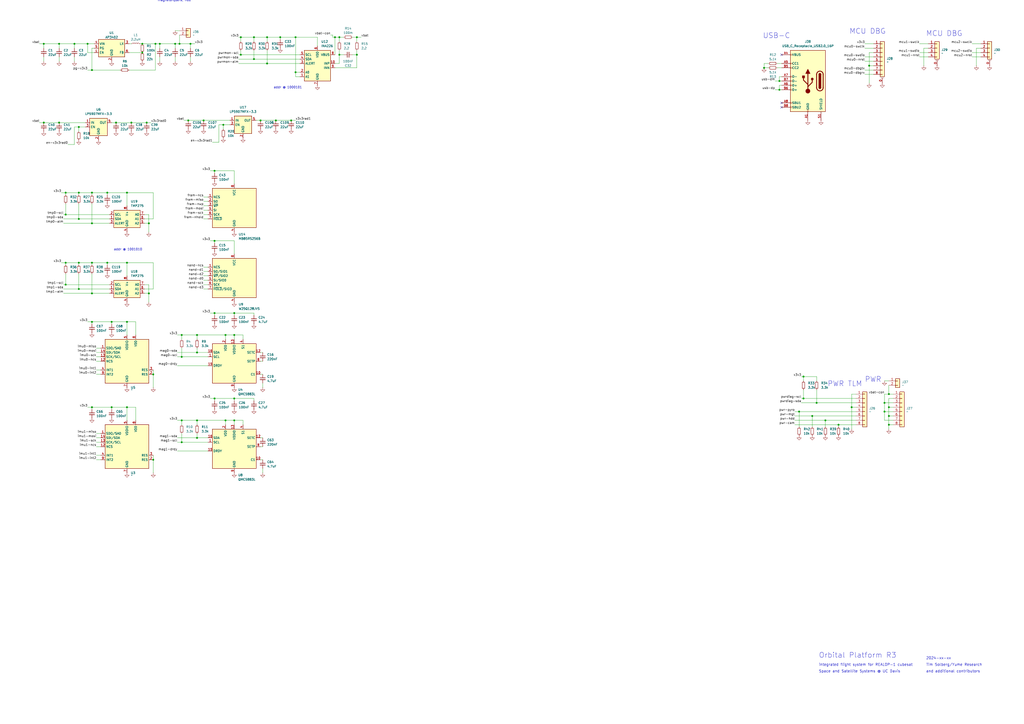
<source format=kicad_sch>
(kicad_sch (version 20250114) (generator "eeschema") (generator_version "9.0")
  (paper "A2")
  (lib_symbols
    (symbol "ASM330LHH_1"
      (property "Reference" "U" (at 0 7.62 0))
      (symbol "ASM330LHH_1_1_1"
        (pin input line (at -2.54 -5.08 0) (length 2.54) (name "SDO/SA0") (number "1"))
        (pin input line (at -2.54 -7.62 0) (length 2.54) (name "SDI/SDA") (number "14"))
        (pin input line (at -2.54 -10.16 0) (length 2.54) (name "SCK/SCL") (number "13"))
        (pin input line (at -2.54 -12.7 0) (length 2.54) (name "NCS") (number "12"))
        (pin input line (at -2.54 -17.78 0) (length 2.54) (name "INT1") (number "4"))
        (pin input line (at -2.54 -20.32 0) (length 2.54) (name "INT2") (number "9"))
        (pin input line (at 12.7 2.54 270) (length 2.54) (name "VDDIO") (number "5"))
        (pin input line (at 12.7 -27.94 90) (length 2.54) (hide yes) (name "GNSD") (number "6"))
        (pin input line (at 12.7 -27.94 90) (length 2.54) (name "GND") (number "7"))
        (pin input line (at 17.78 2.54 270) (length 2.54) (name "VDD") (number "8"))
        (pin no_connect line (at 25.4 -5.08 180) (length 2.54) (hide yes) (name "NC") (number "11"))
        (pin no_connect line (at 25.4 -7.62 180) (length 2.54) (hide yes) (name "NC") (number "10"))
        (pin input line (at 27.94 -17.78 180) (length 2.54) (name "RES") (number "3"))
        (pin input line (at 27.94 -20.32 180) (length 2.54) (name "RES") (number "2"))
      )
    )
    (symbol "AX5043_1"
      (property "Reference" "U" (at 0 0 0))
      (property "Value" "AX5043" (at 0 0 0))
      (symbol "AX5043_1_1_1"
        (pin passive line (at -2.54 -5.08 0) (length 2.54) (name "ANTP") (number "3"))
        (pin passive line (at -2.54 -7.62 0) (length 2.54) (name "ANTN") (number "4"))
        (pin passive line (at -2.54 -12.7 0) (length 2.54) (name "ANTP1") (number "5"))
        (pin passive line (at -2.54 -17.78 0) (length 2.54) (name "FILT") (number "8"))
        (pin passive line (at -2.54 -22.86 0) (length 2.54) (name "L2") (number "9"))
        (pin passive line (at -2.54 -25.4 0) (length 2.54) (name "L1") (number "10"))
        (pin passive line (at -2.54 -30.48 0) (length 2.54) (name "VDD_ANA") (number "1"))
        (pin passive line (at -2.54 -33.02 0) (length 2.54) (name "VDD_ANA") (number "7"))
        (pin passive line (at -2.54 -38.1 0) (length 2.54) (name "CLK16N") (number "27"))
        (pin passive line (at -2.54 -40.64 0) (length 2.54) (name "CLK16P") (number "28"))
        (pin passive line (at 12.7 2.54 270) (length 2.54) (name "VDD_IO") (number "23"))
        (pin passive line (at 12.7 -48.26 90) (length 2.54) (hide yes) (name "EP") (number "0"))
        (pin passive line (at 12.7 -48.26 90) (length 2.54) (name "GND") (number "2"))
        (pin passive line (at 12.7 -48.26 90) (length 2.54) (hide yes) (name "GND") (number "6"))
        (pin passive line (at 15.24 -45.72 90) (length 2.54) (hide yes) (name "NC") (number "18"))
        (pin passive line (at 17.78 -45.72 90) (length 2.54) (hide yes) (name "NC") (number "22"))
        (pin passive line (at 20.32 -45.72 90) (length 2.54) (hide yes) (name "NC") (number "24"))
        (pin passive line (at 27.94 -5.08 180) (length 2.54) (name "GPADC2") (number "26"))
        (pin passive line (at 27.94 -7.62 180) (length 2.54) (name "GPADC1") (number "25"))
        (pin passive line (at 27.94 -12.7 180) (length 2.54) (name "ANTSEL") (number "21"))
        (pin passive line (at 27.94 -15.24 180) (length 2.54) (name "PWRAMP") (number "20"))
        (pin passive line (at 27.94 -17.78 180) (length 2.54) (name "IRQ") (number "19"))
        (pin passive line (at 27.94 -22.86 180) (length 2.54) (name "MOSI") (number "17"))
        (pin passive line (at 27.94 -25.4 180) (length 2.54) (name "MISO") (number "16"))
        (pin passive line (at 27.94 -27.94 180) (length 2.54) (name "CLK") (number "15"))
        (pin passive line (at 27.94 -30.48 180) (length 2.54) (name "SEL") (number "14"))
        (pin passive line (at 27.94 -35.56 180) (length 2.54) (name "SYSCLK") (number "13"))
        (pin passive line (at 27.94 -38.1 180) (length 2.54) (name "DCLK") (number "12"))
        (pin passive line (at 27.94 -40.64 180) (length 2.54) (name "DATA") (number "11"))
      )
    )
    (symbol "Connector:Conn_Coaxial" (pin_names (offset 1.016) (hide yes))
      (property "Reference" "J" (at 0.254 3.048 0))
      (property "Value" "Conn_Coaxial" (at 2.921 0 90))
      (symbol "Conn_Coaxial_1_1"
        (pin passive line (at -5.08 0 0) (length 2.54) (name "In") (number "1"))
        (pin passive line (at 0 -5.08 90) (length 2.54) (name "Ext") (number "2"))
      )
    )
    (symbol "W25Q128JVS_1"
      (property "Reference" "U" (at 0 7.62 0))
      (property "Value" "W25Q128JVS" (at 0 5.08 0))
      (symbol "W25Q128JVS_1_1_1"
        (pin input line (at -2.54 -5.08 0) (length 2.54) (name "NCS") (number "1"))
        (pin bidirectional line (at -2.54 -7.62 0) (length 2.54) (name "SO/SIO1") (number "2"))
        (pin bidirectional line (at -2.54 -10.16 0) (length 2.54) (name "~{WP}/SIO2") (number "3"))
        (pin bidirectional line (at -2.54 -12.7 0) (length 2.54) (name "SI/SIO0") (number "5"))
        (pin input line (at -2.54 -15.24 0) (length 2.54) (name "SCK") (number "6"))
        (pin bidirectional line (at -2.54 -17.78 0) (length 2.54) (name "~{HOLD}/SIO3") (number "7"))
        (pin power_in line (at 12.7 2.54 270) (length 2.54) (name "VCC") (number "8"))
        (pin power_in line (at 12.7 -25.4 90) (length 2.54) (name "GND") (number "4"))
      )
    )
    (symbol "power:GND" (power) (pin_names (offset 0))
      (property "Value" "GND" (at 0 -3.81 0))
      (symbol "GND_1_1"
        (pin power_in line (at 0 0 270) (length 0) (hide yes) (name "GND") (number "1"))
      )
    )
    (symbol "yume:.c" (pin_numbers (hide yes)) (pin_names (offset 0.254) (hide yes))
      (property "Reference" "C" (at 0.254 1.778 0))
      (property "Value" ".c" (at 0.254 -2.032 0))
      (symbol ".c_1_1"
        (pin passive line (at 0 2.54 270) (length 2.032) (name "~") (number "1"))
        (pin passive line (at 0 -2.54 90) (length 2.032) (name "~") (number "2"))
      )
    )
    (symbol "yume:.l" (pin_numbers (hide yes)) (pin_names (offset 0.254) (hide yes))
      (property "Reference" "L" (at 0.762 1.016 0))
      (property "Value" ".l" (at 0.762 -1.016 0))
      (symbol ".l_1_1"
        (pin passive line (at 0 2.54 270) (length 0.508) (name "~") (number "1"))
        (pin passive line (at 0 -2.54 90) (length 0.508) (name "~") (number "2"))
      )
    )
    (symbol "yume:.led" (pin_numbers (hide yes)) (pin_names (hide yes))
      (property "Reference" "D" (at 0 10.16 0))
      (property "Value" ".led" (at 0 7.62 0))
      (symbol ".led_1_1"
        (pin passive line (at -2.54 0 0) (length 2.54) (name "K") (number "1"))
        (pin passive line (at 2.54 0 180) (length 2.54) (name "A") (number "2"))
      )
    )
    (symbol "yume:.r" (pin_numbers (hide yes)) (pin_names (offset 0.254) (hide yes))
      (property "Reference" "R" (at 0.762 0.508 0))
      (property "Value" ".r" (at 0.762 -1.016 0))
      (symbol ".r_1_1"
        (pin passive line (at 0 2.54 270) (length 0.762) (name "~") (number "1"))
        (pin passive line (at 0 -2.54 90) (length 0.762) (name "~") (number "2"))
      )
    )
    (symbol "yume:AP3402"
      (property "Reference" "U" (at -7.62 6.35 0))
      (property "Value" "AP3402" (at 5.08 6.35 0))
      (symbol "AP3402_1_1"
        (pin power_in line (at -10.16 2.54 0) (length 2.54) (name "VIN") (number "4"))
        (pin input line (at -10.16 0 0) (length 2.54) (name "PG") (number "5"))
        (pin input line (at -10.16 -2.54 0) (length 2.54) (name "EN") (number "1"))
        (pin power_in line (at 0 -7.62 90) (length 2.54) (name "GND") (number "2"))
        (pin power_out line (at 10.16 2.54 180) (length 2.54) (name "LX") (number "3"))
        (pin input line (at 10.16 -2.54 180) (length 2.54) (name "FB") (number "6"))
      )
    )
    (symbol "yume:AX5043"
      (property "Reference" "U" (at 0 0 0))
      (property "Value" "AX5043" (at 0 0 0))
      (symbol "AX5043_1_1"
        (pin passive line (at -2.54 -5.08 0) (length 2.54) (name "ANTP") (number "3"))
        (pin passive line (at -2.54 -7.62 0) (length 2.54) (name "ANTN") (number "4"))
        (pin passive line (at -2.54 -12.7 0) (length 2.54) (name "ANTP1") (number "5"))
        (pin passive line (at -2.54 -17.78 0) (length 2.54) (name "FILT") (number "8"))
        (pin passive line (at -2.54 -22.86 0) (length 2.54) (name "L2") (number "9"))
        (pin passive line (at -2.54 -25.4 0) (length 2.54) (name "L1") (number "10"))
        (pin passive line (at -2.54 -30.48 0) (length 2.54) (name "VDD_ANA") (number "1"))
        (pin passive line (at -2.54 -33.02 0) (length 2.54) (name "VDD_ANA") (number "7"))
        (pin passive line (at -2.54 -38.1 0) (length 2.54) (name "CLK16N") (number "27"))
        (pin passive line (at -2.54 -40.64 0) (length 2.54) (name "CLK16P") (number "28"))
        (pin passive line (at 12.7 2.54 270) (length 2.54) (name "VDD_IO") (number "23"))
        (pin passive line (at 12.7 -48.26 90) (length 2.54) (hide yes) (name "EP") (number "0"))
        (pin passive line (at 12.7 -48.26 90) (length 2.54) (name "GND") (number "2"))
        (pin passive line (at 12.7 -48.26 90) (length 2.54) (hide yes) (name "GND") (number "6"))
        (pin passive line (at 15.24 -45.72 90) (length 2.54) (hide yes) (name "NC") (number "18"))
        (pin passive line (at 17.78 -45.72 90) (length 2.54) (hide yes) (name "NC") (number "22"))
        (pin passive line (at 20.32 -45.72 90) (length 2.54) (hide yes) (name "NC") (number "24"))
        (pin passive line (at 27.94 -5.08 180) (length 2.54) (name "GPADC2") (number "26"))
        (pin passive line (at 27.94 -7.62 180) (length 2.54) (name "GPADC1") (number "25"))
        (pin passive line (at 27.94 -12.7 180) (length 2.54) (name "ANTSEL") (number "21"))
        (pin passive line (at 27.94 -15.24 180) (length 2.54) (name "PWRAMP") (number "20"))
        (pin passive line (at 27.94 -17.78 180) (length 2.54) (name "IRQ") (number "19"))
        (pin passive line (at 27.94 -22.86 180) (length 2.54) (name "MOSI") (number "17"))
        (pin passive line (at 27.94 -25.4 180) (length 2.54) (name "MISO") (number "16"))
        (pin passive line (at 27.94 -27.94 180) (length 2.54) (name "CLK") (number "15"))
        (pin passive line (at 27.94 -30.48 180) (length 2.54) (name "SEL") (number "14"))
        (pin passive line (at 27.94 -35.56 180) (length 2.54) (name "SYSCLK") (number "13"))
        (pin passive line (at 27.94 -38.1 180) (length 2.54) (name "DCLK") (number "12"))
        (pin passive line (at 27.94 -40.64 180) (length 2.54) (name "DATA") (number "11"))
      )
    )
    (symbol "yume:AZ431L"
      (property "Reference" "U" (at 0 0 0))
      (property "Value" "AZ431L" (at 0 0 0))
      (symbol "AZ431L_1_1"
        (pin input line (at 6.35 2.54 270) (length 2.54) (name "K") (number "2"))
        (pin input line (at 6.35 -7.62 90) (length 2.54) (name "A") (number "3"))
        (pin input line (at 15.24 -2.54 180) (length 2.54) (name "REF") (number "1"))
      )
    )
    (symbol "yume:Conn_01x02" (pin_names (offset 1.016) (hide yes))
      (property "Reference" "J" (at 1.27 1.27 0))
      (symbol "Conn_01x02_1_1"
        (pin passive line (at -3.81 -1.27 0) (length 3.81) (name "Pin_1") (number "1"))
        (pin passive line (at -3.81 -3.81 0) (length 3.81) (name "Pin_2") (number "2"))
      )
    )
    (symbol "yume:Conn_01x03" (pin_names (offset 1.016) (hide yes))
      (property "Reference" "J" (at 1.27 1.27 0))
      (symbol "Conn_01x03_1_1"
        (pin passive line (at -3.81 -1.27 0) (length 3.81) (name "Pin_1") (number "1"))
        (pin passive line (at -3.81 -3.81 0) (length 3.81) (name "Pin_2") (number "2"))
        (pin passive line (at -3.81 -6.35 0) (length 3.81) (name "Pin_3") (number "3"))
      )
    )
    (symbol "yume:Conn_01x04" (pin_names (offset 1.016) (hide yes))
      (property "Reference" "J" (at 1.27 1.27 0))
      (symbol "Conn_01x04_1_1"
        (pin passive line (at -3.81 -1.27 0) (length 3.81) (name "Pin_1") (number "1"))
        (pin passive line (at -3.81 -3.81 0) (length 3.81) (name "Pin_2") (number "2"))
        (pin passive line (at -3.81 -6.35 0) (length 3.81) (name "Pin_3") (number "3"))
        (pin passive line (at -3.81 -8.89 0) (length 3.81) (name "Pin_4") (number "4"))
      )
    )
    (symbol "yume:Conn_01x04_MP" (pin_names (offset 1.016) (hide yes))
      (property "Reference" "J" (at 1.27 1.27 0))
      (symbol "Conn_01x04_MP_1_1"
        (pin passive line (at -3.81 -1.27 0) (length 3.81) (name "Pin_1") (number "1"))
        (pin passive line (at -3.81 -3.81 0) (length 3.81) (name "Pin_2") (number "2"))
        (pin passive line (at -3.81 -6.35 0) (length 3.81) (name "Pin_3") (number "3"))
        (pin passive line (at -3.81 -8.89 0) (length 3.81) (name "Pin_4") (number "4"))
        (pin passive line (at 1.27 -13.97 90) (length 3.048) (name "MountPin") (number "0"))
      )
    )
    (symbol "yume:Conn_01x08" (pin_names (offset 1.016) (hide yes))
      (property "Reference" "J" (at 1.27 1.27 0))
      (symbol "Conn_01x08_1_1"
        (pin passive line (at -3.81 -1.27 0) (length 3.81) (name "Pin_1") (number "1"))
        (pin passive line (at -3.81 -3.81 0) (length 3.81) (name "Pin_2") (number "2"))
        (pin passive line (at -3.81 -6.35 0) (length 3.81) (name "Pin_3") (number "3"))
        (pin passive line (at -3.81 -8.89 0) (length 3.81) (name "Pin_4") (number "4"))
        (pin passive line (at -3.81 -11.43 0) (length 3.81) (name "Pin_5") (number "5"))
        (pin passive line (at -3.81 -13.97 0) (length 3.81) (name "Pin_6") (number "6"))
        (pin passive line (at -3.81 -16.51 0) (length 3.81) (name "Pin_7") (number "7"))
        (pin passive line (at -3.81 -19.05 0) (length 3.81) (name "Pin_8") (number "8"))
      )
    )
    (symbol "yume:Conn_01x08_MP" (pin_names (offset 1.016) (hide yes))
      (property "Reference" "J" (at 1.27 1.27 0))
      (symbol "Conn_01x08_MP_1_1"
        (pin passive line (at -3.81 -1.27 0) (length 3.81) (name "Pin_1") (number "1"))
        (pin passive line (at -3.81 -3.81 0) (length 3.81) (name "Pin_2") (number "2"))
        (pin passive line (at -3.81 -6.35 0) (length 3.81) (name "Pin_3") (number "3"))
        (pin passive line (at -3.81 -8.89 0) (length 3.81) (name "Pin_4") (number "4"))
        (pin passive line (at -3.81 -11.43 0) (length 3.81) (name "Pin_5") (number "5"))
        (pin passive line (at -3.81 -13.97 0) (length 3.81) (name "Pin_6") (number "6"))
        (pin passive line (at -3.81 -16.51 0) (length 3.81) (name "Pin_7") (number "7"))
        (pin passive line (at -3.81 -19.05 0) (length 3.81) (name "Pin_8") (number "8"))
        (pin passive line (at 1.27 -24.13 90) (length 3.048) (name "MountPin") (number "0"))
      )
    )
    (symbol "yume:GND" (power) (pin_numbers (hide yes)) (pin_names (offset 0) (hide yes))
      (property "Value" "GND" (at 0 -3.81 0))
      (symbol "GND_1_1"
        (pin power_in line (at 0 0 270) (length 0) (name "~") (number "1"))
      )
    )
    (symbol "yume:INA226"
      (property "Reference" "U" (at 0 0 0))
      (property "Value" "INA226" (at 0 0 0))
      (symbol "INA226_1_1"
        (pin passive line (at -2.54 -2.54 0) (length 2.54) (name "SCL") (number "5"))
        (pin passive line (at -2.54 -5.08 0) (length 2.54) (name "SDA") (number "4"))
        (pin passive line (at -2.54 -7.62 0) (length 2.54) (name "ALERT") (number "3"))
        (pin passive line (at -2.54 -12.7 0) (length 2.54) (name "A0") (number "2"))
        (pin passive line (at -2.54 -15.24 0) (length 2.54) (name "A1") (number "1"))
        (pin passive line (at 7.62 2.54 270) (length 2.54) (name "VDD") (number "6"))
        (pin passive line (at 7.62 -20.32 90) (length 2.54) (name "GND") (number "7"))
        (pin passive line (at 17.78 -2.54 180) (length 2.54) (name "VBUS") (number "8"))
        (pin passive line (at 17.78 -7.62 180) (length 2.54) (name "INP") (number "10"))
        (pin passive line (at 17.78 -10.16 180) (length 2.54) (name "INN") (number "9"))
      )
    )
    (symbol "yume:LMV321" (pin_names (offset 0.127))
      (property "Reference" "U" (at 0 5.08 0))
      (property "Value" "LMV321" (at 0 -5.08 0))
      (symbol "LMV321_0_1"
        (pin power_in line (at -2.54 7.62 270) (length 3.81) (name "V+") (number "5"))
        (pin power_in line (at -2.54 -7.62 90) (length 3.81) (name "V-") (number "2"))
      )
      (symbol "LMV321_1_1"
        (pin input line (at -7.62 2.54 0) (length 2.54) (name "+") (number "1"))
        (pin input line (at -7.62 -2.54 0) (length 2.54) (name "-") (number "3"))
        (pin output line (at 7.62 0 180) (length 2.54) (name "~") (number "4"))
      )
    )
    (symbol "yume:LP5907MFX-3.3"
      (property "Reference" "U" (at -3.81 6.35 0))
      (property "Value" "LP5907MFX-3.3" (at 6.35 6.35 0))
      (symbol "LP5907MFX-3.3_0_1"
        (pin power_in line (at -7.62 2.54 0) (length 2.54) (name "IN") (number "1"))
        (pin input line (at -7.62 0 0) (length 2.54) (name "EN") (number "3"))
        (pin power_in line (at 0 -7.62 90) (length 2.54) (name "GND") (number "2"))
        (pin no_connect line (at 5.08 0 180) (length 2.54) (hide yes) (name "NC") (number "4"))
        (pin power_out line (at 7.62 2.54 180) (length 2.54) (name "OUT") (number "5"))
      )
    )
    (symbol "yume:MB85RS256B"
      (property "Reference" "U" (at 0 7.62 0))
      (property "Value" "MB85RS256B" (at 0 5.08 0))
      (symbol "MB85RS256B_1_1"
        (pin input line (at -2.54 -5.08 0) (length 2.54) (name "NCS") (number "1"))
        (pin bidirectional line (at -2.54 -7.62 0) (length 2.54) (name "SO") (number "2"))
        (pin bidirectional line (at -2.54 -10.16 0) (length 2.54) (name "~{WP}") (number "3"))
        (pin bidirectional line (at -2.54 -12.7 0) (length 2.54) (name "SI") (number "5"))
        (pin input line (at -2.54 -15.24 0) (length 2.54) (name "SCK") (number "6"))
        (pin bidirectional line (at -2.54 -17.78 0) (length 2.54) (name "~{HOLD}") (number "7"))
        (pin power_in line (at 12.7 2.54 270) (length 2.54) (name "VCC") (number "8"))
        (pin power_in line (at 12.7 -25.4 90) (length 2.54) (name "GND") (number "4"))
      )
    )
    (symbol "yume:QMC5883L"
      (property "Reference" "U" (at 0 7.62 0))
      (property "Value" "QMC5883L" (at 0 5.08 0))
      (symbol "QMC5883L_0_0"
        (text "" (at 8.89 -24.13 0) (effects (font (size 1.27 1.27))))
      )
      (symbol "QMC5883L_1_1"
        (pin input line (at -2.54 -5.08 0) (length 2.54) (name "SDA") (number "16"))
        (pin input line (at -2.54 -7.62 0) (length 2.54) (name "SCL") (number "1"))
        (pin input line (at -2.54 -12.7 0) (length 2.54) (name "DRDY") (number "15"))
        (pin input line (at 7.62 2.54 270) (length 2.54) (name "VDD") (number "2"))
        (pin input line (at 12.7 2.54 270) (length 2.54) (name "VDDIO") (number "13"))
        (pin input line (at 12.7 -25.4 90) (length 2.54) (hide yes) (name "GND") (number "11"))
        (pin input line (at 12.7 -25.4 90) (length 2.54) (name "GND") (number "9"))
        (pin input line (at 17.78 2.54 270) (length 2.54) (name "S1") (number "4"))
        (pin no_connect line (at 22.86 -10.16 180) (length 2.54) (hide yes) (name "NC") (number "14"))
        (pin no_connect line (at 22.86 -12.7 180) (length 2.54) (hide yes) (name "NC") (number "7"))
        (pin no_connect line (at 22.86 -15.24 180) (length 2.54) (hide yes) (name "NC") (number "6"))
        (pin no_connect line (at 22.86 -17.78 180) (length 2.54) (hide yes) (name "NC") (number "5"))
        (pin no_connect line (at 22.86 -20.32 180) (length 2.54) (hide yes) (name "NC") (number "3"))
        (pin input line (at 27.94 -5.08 180) (length 2.54) (name "SETC") (number "12"))
        (pin input line (at 27.94 -10.16 180) (length 2.54) (name "SETP") (number "8"))
        (pin input line (at 27.94 -17.78 180) (length 2.54) (name "C1") (number "10"))
      )
    )
    (symbol "yume:STM32L431RCTx"
      (property "Reference" "U" (at 0 1.27 0))
      (property "Value" "STM32L431RCTx" (at 21.59 1.27 0))
      (symbol "STM32L431RCTx_1_1"
        (text "O32_IN" (at 6.35 -22.86 0) (effects (font (size 1.27 1.27)) (justify left)))
        (text "O32_OUT" (at 6.35 -25.4 0) (effects (font (size 1.27 1.27)) (justify left)))
        (text "OSC_IN" (at 6.35 -27.94 0) (effects (font (size 1.27 1.27)) (justify left)))
        (text "OSC_OUT" (at 6.35 -30.48 0) (effects (font (size 1.27 1.27)) (justify left)))
        (text "SWCLK" (at 19.05 -43.18 0) (effects (font (size 1.27 1.27)) (justify right)))
        (text "SWDIO" (at 19.05 -45.72 0) (effects (font (size 1.27 1.27)) (justify right)))
        (pin passive line (at -2.54 -7.62 0) (length 2.54) (name "VDDA/VREF+") (number "13"))
        (pin passive line (at -2.54 -10.16 0) (length 2.54) (name "VSSA/VREF-") (number "12"))
        (pin passive line (at -2.54 -15.24 0) (length 2.54) (name "NRST") (number "7"))
        (pin passive line (at -2.54 -20.32 0) (length 2.54) (name "PC13") (number "2"))
        (pin passive line (at -2.54 -22.86 0) (length 2.54) (name "PC14") (number "3"))
        (pin passive line (at -2.54 -25.4 0) (length 2.54) (name "PC15") (number "4"))
        (pin passive line (at -2.54 -27.94 0) (length 2.54) (name "PH0") (number "5"))
        (pin passive line (at -2.54 -30.48 0) (length 2.54) (name "PH1") (number "6"))
        (pin passive line (at -2.54 -33.02 0) (length 2.54) (name "PC0") (number "8"))
        (pin passive line (at -2.54 -35.56 0) (length 2.54) (name "PC1") (number "9"))
        (pin passive line (at -2.54 -38.1 0) (length 2.54) (name "PC2") (number "10"))
        (pin passive line (at -2.54 -40.64 0) (length 2.54) (name "PC3") (number "11"))
        (pin passive line (at -2.54 -43.18 0) (length 2.54) (name "PA0") (number "14"))
        (pin passive line (at -2.54 -45.72 0) (length 2.54) (name "PA1") (number "15"))
        (pin passive line (at -2.54 -48.26 0) (length 2.54) (name "PA2") (number "16"))
        (pin passive line (at -2.54 -50.8 0) (length 2.54) (name "PA3") (number "17"))
        (pin passive line (at -2.54 -53.34 0) (length 2.54) (name "PA4") (number "20"))
        (pin passive line (at -2.54 -55.88 0) (length 2.54) (name "PA5") (number "21"))
        (pin passive line (at -2.54 -58.42 0) (length 2.54) (name "PA6") (number "22"))
        (pin passive line (at -2.54 -60.96 0) (length 2.54) (name "PA7") (number "23"))
        (pin passive line (at -2.54 -63.5 0) (length 2.54) (name "PC4") (number "24"))
        (pin passive line (at -2.54 -66.04 0) (length 2.54) (name "PC5") (number "25"))
        (pin passive line (at -2.54 -68.58 0) (length 2.54) (name "PB0") (number "26"))
        (pin passive line (at -2.54 -71.12 0) (length 2.54) (name "PB1") (number "27"))
        (pin passive line (at -2.54 -73.66 0) (length 2.54) (name "PB2") (number "28"))
        (pin passive line (at -2.54 -76.2 0) (length 2.54) (name "PB10") (number "29"))
        (pin passive line (at -2.54 -78.74 0) (length 2.54) (name "PB11") (number "30"))
        (pin passive line (at 7.62 2.54 270) (length 2.54) (name "VBAT") (number "1"))
        (pin passive line (at 12.7 2.54 270) (length 2.54) (name "VDD") (number "19"))
        (pin passive line (at 12.7 2.54 270) (length 2.54) (hide yes) (name "VDD") (number "32"))
        (pin passive line (at 12.7 2.54 270) (length 2.54) (hide yes) (name "VDD") (number "48"))
        (pin passive line (at 12.7 2.54 270) (length 2.54) (hide yes) (name "VDD") (number "64"))
        (pin passive line (at 12.7 -88.9 90) (length 2.54) (name "VSS") (number "18"))
        (pin passive line (at 12.7 -88.9 90) (length 2.54) (hide yes) (name "VSS") (number "31"))
        (pin passive line (at 12.7 -88.9 90) (length 2.54) (hide yes) (name "VSS") (number "47"))
        (pin passive line (at 12.7 -88.9 90) (length 2.54) (hide yes) (name "VSS") (number "63"))
        (pin passive line (at 27.94 -7.62 180) (length 2.54) (name "PH3/BOOT0") (number "60"))
        (pin passive line (at 27.94 -12.7 180) (length 2.54) (name "PB9") (number "62"))
        (pin passive line (at 27.94 -15.24 180) (length 2.54) (name "PB8") (number "61"))
        (pin passive line (at 27.94 -17.78 180) (length 2.54) (name "PB7") (number "59"))
        (pin passive line (at 27.94 -20.32 180) (length 2.54) (name "PB6") (number "58"))
        (pin passive line (at 27.94 -22.86 180) (length 2.54) (name "PB5") (number "57"))
        (pin passive line (at 27.94 -25.4 180) (length 2.54) (name "PB4") (number "56"))
        (pin passive line (at 27.94 -27.94 180) (length 2.54) (name "PB3") (number "55"))
        (pin passive line (at 27.94 -30.48 180) (length 2.54) (name "PD2") (number "54"))
        (pin passive line (at 27.94 -33.02 180) (length 2.54) (name "PC12") (number "53"))
        (pin passive line (at 27.94 -35.56 180) (length 2.54) (name "PC11") (number "52"))
        (pin passive line (at 27.94 -38.1 180) (length 2.54) (name "PC10") (number "51"))
        (pin passive line (at 27.94 -40.64 180) (length 2.54) (name "PA15") (number "50"))
        (pin passive line (at 27.94 -43.18 180) (length 2.54) (name "PA14") (number "49"))
        (pin passive line (at 27.94 -45.72 180) (length 2.54) (name "PA13") (number "46"))
        (pin passive line (at 27.94 -48.26 180) (length 2.54) (name "PA12") (number "45"))
        (pin passive line (at 27.94 -50.8 180) (length 2.54) (name "PA11") (number "44"))
        (pin passive line (at 27.94 -53.34 180) (length 2.54) (name "PA10") (number "43"))
        (pin passive line (at 27.94 -55.88 180) (length 2.54) (name "PA9") (number "42"))
        (pin passive line (at 27.94 -58.42 180) (length 2.54) (name "PA8") (number "41"))
        (pin passive line (at 27.94 -60.96 180) (length 2.54) (name "PC9") (number "40"))
        (pin passive line (at 27.94 -63.5 180) (length 2.54) (name "PC8") (number "39"))
        (pin passive line (at 27.94 -66.04 180) (length 2.54) (name "PC7") (number "38"))
        (pin passive line (at 27.94 -68.58 180) (length 2.54) (name "PC6") (number "37"))
        (pin passive line (at 27.94 -71.12 180) (length 2.54) (name "PB15") (number "36"))
        (pin passive line (at 27.94 -73.66 180) (length 2.54) (name "PB14") (number "35"))
        (pin passive line (at 27.94 -76.2 180) (length 2.54) (name "PB13") (number "34"))
        (pin passive line (at 27.94 -78.74 180) (length 2.54) (name "PB12") (number "33"))
      )
    )
    (symbol "yume:STM32L476ZGTx"
      (property "Reference" "U" (at -3.81 1.27 0))
      (property "Value" "STM32L476ZGTx" (at 25.4 1.27 0))
      (symbol "STM32L476ZGTx_1_1"
        (text "O32_IN" (at 6.35 -35.56 0) (effects (font (size 1.27 1.27)) (justify left)))
        (text "O32_OUT" (at 6.35 -38.1 0) (effects (font (size 1.27 1.27)) (justify left)))
        (text "OSC_IN" (at 6.35 -68.58 0) (effects (font (size 1.27 1.27)) (justify left)))
        (text "OSC_OUT" (at 6.35 -71.12 0) (effects (font (size 1.27 1.27)) (justify left)))
        (text "VDDIO2" (at 16.51 -52.07 900) (effects (font (size 1.27 1.27)) (justify left)))
        (text "VDDIO2" (at 17.78 -130.81 900) (effects (font (size 1.27 1.27)) (justify left)))
        (text "SWCLK" (at 19.05 -86.36 0) (effects (font (size 1.27 1.27)) (justify right)))
        (text "SWDIO" (at 19.05 -88.9 0) (effects (font (size 1.27 1.27)) (justify right)))
        (pin input line (at -2.54 -7.62 0) (length 2.54) (name "VREF+") (number "32"))
        (pin input line (at -2.54 -10.16 0) (length 2.54) (name "VREF-") (number "31"))
        (pin input line (at -2.54 -15.24 0) (length 2.54) (name "NRST") (number "25"))
        (pin input line (at -2.54 -20.32 0) (length 2.54) (name "PE2") (number "1"))
        (pin input line (at -2.54 -22.86 0) (length 2.54) (name "PE3") (number "2"))
        (pin input line (at -2.54 -25.4 0) (length 2.54) (name "PE4") (number "3"))
        (pin input line (at -2.54 -27.94 0) (length 2.54) (name "PE5") (number "4"))
        (pin input line (at -2.54 -30.48 0) (length 2.54) (name "PE6") (number "5"))
        (pin input line (at -2.54 -33.02 0) (length 2.54) (name "PC13") (number "7"))
        (pin input line (at -2.54 -35.56 0) (length 2.54) (name "PC14") (number "8"))
        (pin input line (at -2.54 -38.1 0) (length 2.54) (name "PC15") (number "9"))
        (pin input line (at -2.54 -40.64 0) (length 2.54) (name "PF0") (number "10"))
        (pin input line (at -2.54 -43.18 0) (length 2.54) (name "PF1") (number "11"))
        (pin input line (at -2.54 -45.72 0) (length 2.54) (name "PF2") (number "12"))
        (pin input line (at -2.54 -48.26 0) (length 2.54) (name "PF3") (number "13"))
        (pin input line (at -2.54 -50.8 0) (length 2.54) (name "PF4") (number "14"))
        (pin input line (at -2.54 -53.34 0) (length 2.54) (name "PF5") (number "15"))
        (pin input line (at -2.54 -55.88 0) (length 2.54) (name "PF6") (number "18"))
        (pin input line (at -2.54 -58.42 0) (length 2.54) (name "PF7") (number "19"))
        (pin input line (at -2.54 -60.96 0) (length 2.54) (name "PF8") (number "20"))
        (pin input line (at -2.54 -63.5 0) (length 2.54) (name "PF9") (number "21"))
        (pin input line (at -2.54 -66.04 0) (length 2.54) (name "PF10") (number "22"))
        (pin input line (at -2.54 -68.58 0) (length 2.54) (name "PH0") (number "23"))
        (pin input line (at -2.54 -71.12 0) (length 2.54) (name "PH1") (number "24"))
        (pin input line (at -2.54 -73.66 0) (length 2.54) (name "PC0") (number "26"))
        (pin input line (at -2.54 -76.2 0) (length 2.54) (name "PC1") (number "27"))
        (pin input line (at -2.54 -78.74 0) (length 2.54) (name "PC2") (number "28"))
        (pin input line (at -2.54 -81.28 0) (length 2.54) (name "PC3") (number "29"))
        (pin input line (at -2.54 -83.82 0) (length 2.54) (name "PA0") (number "34"))
        (pin input line (at -2.54 -86.36 0) (length 2.54) (name "PA1") (number "35"))
        (pin input line (at -2.54 -88.9 0) (length 2.54) (name "PA2") (number "36"))
        (pin input line (at -2.54 -91.44 0) (length 2.54) (name "PA3") (number "37"))
        (pin input line (at -2.54 -93.98 0) (length 2.54) (name "PA4") (number "40"))
        (pin input line (at -2.54 -96.52 0) (length 2.54) (name "PA5") (number "41"))
        (pin input line (at -2.54 -99.06 0) (length 2.54) (name "PA6") (number "42"))
        (pin input line (at -2.54 -101.6 0) (length 2.54) (name "PA7") (number "43"))
        (pin input line (at -2.54 -104.14 0) (length 2.54) (name "PC4") (number "44"))
        (pin input line (at -2.54 -106.68 0) (length 2.54) (name "PC5") (number "45"))
        (pin input line (at -2.54 -109.22 0) (length 2.54) (name "PB0") (number "46"))
        (pin input line (at -2.54 -111.76 0) (length 2.54) (name "PB1") (number "47"))
        (pin input line (at -2.54 -114.3 0) (length 2.54) (name "PB2") (number "48"))
        (pin input line (at -2.54 -116.84 0) (length 2.54) (name "PF11") (number "49"))
        (pin input line (at -2.54 -119.38 0) (length 2.54) (name "PF12") (number "50"))
        (pin input line (at -2.54 -121.92 0) (length 2.54) (name "PF13") (number "53"))
        (pin input line (at -2.54 -124.46 0) (length 2.54) (name "PF14") (number "54"))
        (pin input line (at -2.54 -127 0) (length 2.54) (name "PF15") (number "55"))
        (pin input line (at -2.54 -129.54 0) (length 2.54) (name "PG0") (number "56"))
        (pin input line (at -2.54 -132.08 0) (length 2.54) (name "PG1") (number "57"))
        (pin input line (at -2.54 -134.62 0) (length 2.54) (name "PE7") (number "58"))
        (pin input line (at -2.54 -137.16 0) (length 2.54) (name "PE8") (number "59"))
        (pin input line (at -2.54 -139.7 0) (length 2.54) (name "PE9") (number "60"))
        (pin input line (at -2.54 -142.24 0) (length 2.54) (name "PE10") (number "63"))
        (pin input line (at -2.54 -144.78 0) (length 2.54) (name "PE11") (number "64"))
        (pin input line (at -2.54 -147.32 0) (length 2.54) (name "PE12") (number "65"))
        (pin input line (at -2.54 -149.86 0) (length 2.54) (name "PE13") (number "66"))
        (pin input line (at -2.54 -152.4 0) (length 2.54) (name "PE14") (number "67"))
        (pin input line (at -2.54 -154.94 0) (length 2.54) (name "PE15") (number "68"))
        (pin input line (at -2.54 -157.48 0) (length 2.54) (name "PB10") (number "69"))
        (pin input line (at -2.54 -160.02 0) (length 2.54) (name "PB11") (number "70"))
        (pin input line (at 2.54 2.54 270) (length 2.54) (name "VBAT") (number "6"))
        (pin input line (at 7.62 2.54 270) (length 2.54) (name "VDDA") (number "33"))
        (pin input line (at 10.16 -167.64 90) (length 2.54) (name "VSSA") (number "30"))
        (pin input line (at 12.7 2.54 270) (length 2.54) (hide yes) (name "VDD") (number "108"))
        (pin input line (at 12.7 2.54 270) (length 2.54) (hide yes) (name "VDD") (number "121"))
        (pin input line (at 12.7 2.54 270) (length 2.54) (hide yes) (name "VDD") (number "144"))
        (pin input line (at 12.7 2.54 270) (length 2.54) (name "VDD") (number "17"))
        (pin input line (at 12.7 2.54 270) (length 2.54) (hide yes) (name "VDD") (number "39"))
        (pin input line (at 12.7 2.54 270) (length 2.54) (hide yes) (name "VDD") (number "52"))
        (pin input line (at 12.7 2.54 270) (length 2.54) (hide yes) (name "VDD") (number "62"))
        (pin input line (at 12.7 2.54 270) (length 2.54) (hide yes) (name "VDD") (number "72"))
        (pin input line (at 12.7 2.54 270) (length 2.54) (hide yes) (name "VDD") (number "84"))
        (pin input line (at 12.7 -167.64 90) (length 2.54) (hide yes) (name "VSS") (number "107"))
        (pin input line (at 12.7 -167.64 90) (length 2.54) (hide yes) (name "VSS") (number "120"))
        (pin input line (at 12.7 -167.64 90) (length 2.54) (hide yes) (name "VSS") (number "130"))
        (pin input line (at 12.7 -167.64 90) (length 2.54) (hide yes) (name "VSS") (number "143"))
        (pin input line (at 12.7 -167.64 90) (length 2.54) (name "VSS") (number "16"))
        (pin input line (at 12.7 -167.64 90) (length 2.54) (hide yes) (name "VSS") (number "38"))
        (pin input line (at 12.7 -167.64 90) (length 2.54) (hide yes) (name "VSS") (number "51"))
        (pin input line (at 12.7 -167.64 90) (length 2.54) (hide yes) (name "VSS") (number "61"))
        (pin input line (at 12.7 -167.64 90) (length 2.54) (hide yes) (name "VSS") (number "71"))
        (pin input line (at 12.7 -167.64 90) (length 2.54) (hide yes) (name "VSS") (number "83"))
        (pin input line (at 12.7 -167.64 90) (length 2.54) (hide yes) (name "VSS") (number "94"))
        (pin input line (at 17.78 2.54 270) (length 2.54) (name "VDDUSB") (number "106"))
        (pin input line (at 22.86 2.54 270) (length 2.54) (hide yes) (name "VDDIO2") (number "131"))
        (pin input line (at 22.86 2.54 270) (length 2.54) (name "VDDIO2") (number "95"))
        (pin input line (at 27.94 -10.16 180) (length 2.54) (name "BOOT0") (number "138"))
        (pin input line (at 27.94 -15.24 180) (length 2.54) (name "PE1") (number "142"))
        (pin input line (at 27.94 -17.78 180) (length 2.54) (name "PE0") (number "141"))
        (pin input line (at 27.94 -20.32 180) (length 2.54) (name "PB9") (number "140"))
        (pin input line (at 27.94 -22.86 180) (length 2.54) (name "PB8") (number "139"))
        (pin input line (at 27.94 -25.4 180) (length 2.54) (name "PB7") (number "137"))
        (pin input line (at 27.94 -27.94 180) (length 2.54) (name "PB6") (number "136"))
        (pin input line (at 27.94 -30.48 180) (length 2.54) (name "PB5") (number "135"))
        (pin input line (at 27.94 -33.02 180) (length 2.54) (name "PB4") (number "134"))
        (pin input line (at 27.94 -35.56 180) (length 2.54) (name "PB3") (number "133"))
        (pin input line (at 27.94 -38.1 180) (length 2.54) (name "PG15") (number "132"))
        (pin input line (at 27.94 -40.64 180) (length 2.54) (name "PG14") (number "129"))
        (pin input line (at 27.94 -43.18 180) (length 2.54) (name "PG13") (number "128"))
        (pin input line (at 27.94 -45.72 180) (length 2.54) (name "PG12") (number "127"))
        (pin input line (at 27.94 -48.26 180) (length 2.54) (name "PG11") (number "126"))
        (pin input line (at 27.94 -50.8 180) (length 2.54) (name "PG10") (number "125"))
        (pin input line (at 27.94 -53.34 180) (length 2.54) (name "PG9") (number "124"))
        (pin input line (at 27.94 -55.88 180) (length 2.54) (name "PD7") (number "123"))
        (pin input line (at 27.94 -58.42 180) (length 2.54) (name "PD6") (number "122"))
        (pin input line (at 27.94 -60.96 180) (length 2.54) (name "PD5") (number "119"))
        (pin input line (at 27.94 -63.5 180) (length 2.54) (name "PD4") (number "118"))
        (pin input line (at 27.94 -66.04 180) (length 2.54) (name "PD3") (number "117"))
        (pin input line (at 27.94 -68.58 180) (length 2.54) (name "PD2") (number "116"))
        (pin input line (at 27.94 -71.12 180) (length 2.54) (name "PD1") (number "115"))
        (pin input line (at 27.94 -73.66 180) (length 2.54) (name "PD0") (number "114"))
        (pin input line (at 27.94 -76.2 180) (length 2.54) (name "PC12") (number "113"))
        (pin input line (at 27.94 -78.74 180) (length 2.54) (name "PC11") (number "112"))
        (pin input line (at 27.94 -81.28 180) (length 2.54) (name "PC10") (number "111"))
        (pin input line (at 27.94 -83.82 180) (length 2.54) (name "PA15") (number "110"))
        (pin input line (at 27.94 -86.36 180) (length 2.54) (name "PA14") (number "109"))
        (pin input line (at 27.94 -88.9 180) (length 2.54) (name "PA13") (number "105"))
        (pin input line (at 27.94 -91.44 180) (length 2.54) (name "PA12") (number "104"))
        (pin input line (at 27.94 -93.98 180) (length 2.54) (name "PA11") (number "103"))
        (pin input line (at 27.94 -96.52 180) (length 2.54) (name "PA10") (number "102"))
        (pin input line (at 27.94 -99.06 180) (length 2.54) (name "PA9") (number "101"))
        (pin input line (at 27.94 -101.6 180) (length 2.54) (name "PA8") (number "100"))
        (pin input line (at 27.94 -104.14 180) (length 2.54) (name "PC9") (number "99"))
        (pin input line (at 27.94 -106.68 180) (length 2.54) (name "PC8") (number "98"))
        (pin input line (at 27.94 -109.22 180) (length 2.54) (name "PC7") (number "97"))
        (pin input line (at 27.94 -111.76 180) (length 2.54) (name "PC6") (number "96"))
        (pin input line (at 27.94 -114.3 180) (length 2.54) (name "PG8") (number "93"))
        (pin input line (at 27.94 -116.84 180) (length 2.54) (name "PG7") (number "92"))
        (pin input line (at 27.94 -119.38 180) (length 2.54) (name "PG6") (number "91"))
        (pin input line (at 27.94 -121.92 180) (length 2.54) (name "PG5") (number "90"))
        (pin input line (at 27.94 -124.46 180) (length 2.54) (name "PG4") (number "89"))
        (pin input line (at 27.94 -127 180) (length 2.54) (name "PG3") (number "88"))
        (pin input line (at 27.94 -129.54 180) (length 2.54) (name "PG2") (number "87"))
        (pin input line (at 27.94 -132.08 180) (length 2.54) (name "PD15") (number "86"))
        (pin input line (at 27.94 -134.62 180) (length 2.54) (name "PD14") (number "85"))
        (pin input line (at 27.94 -137.16 180) (length 2.54) (name "PD13") (number "82"))
        (pin input line (at 27.94 -139.7 180) (length 2.54) (name "PD12") (number "81"))
        (pin input line (at 27.94 -142.24 180) (length 2.54) (name "PD11") (number "80"))
        (pin input line (at 27.94 -144.78 180) (length 2.54) (name "PD10") (number "79"))
        (pin input line (at 27.94 -147.32 180) (length 2.54) (name "PD9") (number "78"))
        (pin input line (at 27.94 -149.86 180) (length 2.54) (name "PD8") (number "77"))
        (pin input line (at 27.94 -152.4 180) (length 2.54) (name "PB15") (number "76"))
        (pin input line (at 27.94 -154.94 180) (length 2.54) (name "PB14") (number "75"))
        (pin input line (at 27.94 -157.48 180) (length 2.54) (name "PB13") (number "74"))
        (pin input line (at 27.94 -160.02 180) (length 2.54) (name "PB12") (number "73"))
      )
    )
    (symbol "yume:SW-SPST" (pin_names (offset 0) (hide yes))
      (property "Reference" "SW" (at 0 3.175 0))
      (property "Value" "SW-SPST" (at 0 -2.54 0))
      (symbol "SW-SPST_1_1"
        (pin passive line (at -5.08 0 0) (length 2.54) (name "A") (number "1"))
        (pin passive line (at 5.08 0 180) (length 2.54) (name "B") (number "2"))
      )
    )
    (symbol "yume:TMP275"
      (property "Reference" "U" (at 0 0 0))
      (property "Value" "TMP275" (at 0 0 0))
      (symbol "TMP275_1_1"
        (pin passive line (at -2.54 -2.54 0) (length 2.54) (name "SCL") (number "2"))
        (pin passive line (at -2.54 -5.08 0) (length 2.54) (name "SDA") (number "1"))
        (pin passive line (at -2.54 -7.62 0) (length 2.54) (name "ALERT") (number "3"))
        (pin passive line (at 7.62 2.54 270) (length 2.54) (name "V+") (number "8"))
        (pin passive line (at 7.62 -12.7 90) (length 2.54) (name "GND") (number "4"))
        (pin passive line (at 17.78 -2.54 180) (length 2.54) (name "A0") (number "7"))
        (pin passive line (at 17.78 -5.08 180) (length 2.54) (name "A1") (number "6"))
        (pin passive line (at 17.78 -7.62 180) (length 2.54) (name "A2") (number "5"))
      )
    )
    (symbol "yume:USB_C_Receptacle_USB2.0_16P" (pin_names (offset 1.016))
      (property "Reference" "J" (at 0 22.225 0))
      (property "Value" "USB_C_Receptacle_USB2.0_16P" (at 0 19.685 0))
      (symbol "USB_C_Receptacle_USB2.0_16P_1_1"
        (pin passive line (at -7.62 -22.86 90) (length 5.08) (name "SHIELD") (number "S1"))
        (pin passive line (at 0 -22.86 90) (length 5.08) (name "GND") (number "A1"))
        (pin passive line (at 0 -22.86 90) (length 5.08) (hide yes) (name "GND") (number "A12"))
        (pin passive line (at 0 -22.86 90) (length 5.08) (hide yes) (name "GND") (number "B1"))
        (pin passive line (at 0 -22.86 90) (length 5.08) (hide yes) (name "GND") (number "B12"))
        (pin passive line (at 15.24 15.24 180) (length 5.08) (name "VBUS") (number "A4"))
        (pin passive line (at 15.24 15.24 180) (length 5.08) (hide yes) (name "VBUS") (number "A9"))
        (pin passive line (at 15.24 15.24 180) (length 5.08) (hide yes) (name "VBUS") (number "B4"))
        (pin passive line (at 15.24 15.24 180) (length 5.08) (hide yes) (name "VBUS") (number "B9"))
        (pin bidirectional line (at 15.24 10.16 180) (length 5.08) (name "CC1") (number "A5"))
        (pin bidirectional line (at 15.24 7.62 180) (length 5.08) (name "CC2") (number "B5"))
        (pin bidirectional line (at 15.24 2.54 180) (length 5.08) (name "D-") (number "A7"))
        (pin bidirectional line (at 15.24 0 180) (length 5.08) (name "D-") (number "B7"))
        (pin bidirectional line (at 15.24 -2.54 180) (length 5.08) (name "D+") (number "A6"))
        (pin bidirectional line (at 15.24 -5.08 180) (length 5.08) (name "D+") (number "B6"))
        (pin bidirectional line (at 15.24 -12.7 180) (length 5.08) (name "SBU1") (number "A8"))
        (pin bidirectional line (at 15.24 -15.24 180) (length 5.08) (name "SBU2") (number "B8"))
      )
    )
    (symbol "yume:XO3215" (pin_numbers (hide yes)) (pin_names (offset 1.016) (hide yes))
      (property "Reference" "Y" (at 0 2.54 0))
      (property "Value" "XO3215" (at 0 -2.54 0))
      (symbol "XO3215_1_1"
        (pin passive line (at -2.54 0 0) (length 1.27) (name "1") (number "1"))
        (pin passive line (at 2.54 0 180) (length 1.27) (name "2") (number "2"))
      )
    )
    (symbol "yume:XO3225"
      (property "Reference" "Y" (at 5.08 7.62 0))
      (symbol "XO3225_1_1"
        (pin input line (at -8.89 0 0) (length 2.54) (name "STBY") (number "1"))
        (pin power_in line (at 0 7.62 270) (length 2.54) (name "VCC") (number "4"))
        (pin power_in line (at 0 -7.62 90) (length 2.54) (name "GND") (number "2"))
        (pin output line (at 8.89 0 180) (length 2.54) (name "OUT") (number "3"))
      )
    )
  )
  (rectangle (start 57.15 -67.31) (end 59.69 -59.69) (stroke (width 0.25)))
  (rectangle (start 199.39 -76.2) (end 201.93 -68.58) (stroke (width 0.3)))
  (rectangle (start 49.53 -87.63) (end 59.69 -78.74) (stroke (width 0.25)))
  (rectangle (start 53.34 -111.76) (end 63.5 -107.95))
  (circle (center 93.98 -100.33) (radius 1.27))
  (rectangle (start 69.85 -130.81) (end 74.93 -125.73))
  (rectangle (start 96.52 -76.2) (end 101.6 -68.58) (stroke (width 0.25)))
  (circle (center 106.68 -124.46) (radius 1.27))
  (rectangle (start 249.555 -147.32) (end 324.485 -62.23) (stroke (width 0.3)))
  (rectangle (start 54.61 -129.54) (end 59.69 -127))
  (rectangle (start 161.29 -82.55) (end 173.99 -64.77) (stroke (width 0.3)))
  (rectangle (start 55.88 -102.87) (end 66.04 -99.06))
  (rectangle (start 344.17 -69.85) (end 346.71 -62.23) (stroke (width 0.3)))
  (rectangle (start 54.61 -125.73) (end 59.69 -123.19))
  (rectangle (start 207.01 -76.2) (end 209.55 -68.58) (stroke (width 0.3)))
  (rectangle (start 110.49 -87.63) (end 120.65 -78.74) (stroke (width 0.25)))
  (rectangle (start 196.85 -83.82) (end 212.09 -78.74) (stroke (width 0.3)))
  (rectangle (start 69.85 -124.46) (end 74.93 -119.38))
  (rectangle (start 83.82 -76.2) (end 86.36 -68.58) (stroke (width 0.25)))
  (circle (center 115.57 -81.28) (radius 1.6156))
  (rectangle (start 161.29 -135.89) (end 173.99 -118.11) (stroke (width 0.3)))
  (rectangle (start 81.28 -76.2) (end 83.82 -68.58) (stroke (width 0.25)))
  (circle (center 345.44 -89.535) (radius 2.54))
  (circle (center 115.57 -81.28) (radius 1.27))
  (rectangle (start 78.74 -127) (end 96.52 -115.57))
  (rectangle (start 49.53 -73.66) (end 59.69 -69.85) (stroke (width 0.25)))
  (rectangle (start 340.36 -118.11) (end 350.52 -109.22) (stroke (width 0.3)))
  (rectangle (start 354.965 -125.095) (end 358.775 -116.205) (stroke (width 0.3)))
  (circle (center 345.44 -111.76) (radius 1.6156))
  (arc (start 345.6984 -112.6844) (mid 346.2744 -112.2795) (end 346.3918 -111.5858))
  (rectangle (start 60.3359 -85.6857) (end 64.1459 -81.8757))
  (rectangle (start 49.53 -67.31) (end 52.07 -59.69) (stroke (width 0.25)))
  (rectangle (start 25.4 -93.98) (end 35.56 -85.09) (stroke (width 0.25)))
  (rectangle (start 194.31 -120.65) (end 245.11 -93.98) (stroke (width 0.3)))
  (rectangle (start 340.36 -81.28) (end 350.52 -72.39) (stroke (width 0.3)))
  (rectangle (start 77.47 -87.63) (end 87.63 -78.74) (stroke (width 0.25)))
  (rectangle (start 201.93 -76.2) (end 204.47 -68.58) (stroke (width 0.3)))
  (rectangle (start 49.53 -132.08) (end 124.46 -95.25) (stroke (width 0.25)))
  (circle (center 110.49 -100.33) (radius 1.27))
  (rectangle (start 78.74 -76.2) (end 81.28 -68.58) (stroke (width 0.25)))
  (rectangle (start 340.36 -132.08) (end 350.52 -123.19) (stroke (width 0.3)))
  (arc (start 220.98 -109.855) (mid 221.615 -109.22) (end 220.98 -108.585))
  (rectangle (start 53.34 -116.84) (end 71.12 -105.41))
  (rectangle (start 341.63 -69.85) (end 344.17 -62.23) (stroke (width 0.3)))
  (rectangle (start 161.29 -100.33) (end 173.99 -82.55) (stroke (width 0.3)))
  (circle (center 77.47 -100.33) (radius 1.27))
  (rectangle (start 340.36 -103.505) (end 350.52 -94.615) (stroke (width 0.3)))
  (rectangle (start 60.2927 -81.1521) (end 64.1027 -77.3421))
  (arc (start 115.8284 -82.2044) (mid 116.4026 -81.7987) (end 116.5218 -81.1058))
  (circle (center 345.44 -111.76) (radius 1.27))
  (rectangle (start 93.98 -146.05) (end 104.14 -137.16) (stroke (width 0.25)))
  (rectangle (start 161.29 -118.11) (end 173.99 -100.33) (stroke (width 0.3)))
  (rectangle (start 54.61 -67.31) (end 57.15 -59.69) (stroke (width 0.25)))
  (rectangle (start 204.47 -76.2) (end 207.01 -68.58) (stroke (width 0.3)))
  (circle (center 99.06 -73.66) (radius 2.54))
  (rectangle (start 93.98 -87.63) (end 104.14 -78.74) (stroke (width 0.25)))
  (rectangle (start 342.9 -92.075) (end 347.98 -84.455) (stroke (width 0.3)))
  (rectangle (start 52.07 -67.31) (end 54.61 -59.69) (stroke (width 0.25)))
  (rectangle (start 346.71 -69.85) (end 349.25 -62.23) (stroke (width 0.3)))
  (rectangle (start 60.96 -130.81) (end 66.04 -125.73))
  (rectangle (start 60.96 -124.46) (end 66.04 -119.38))
  (text "ph" (at 50.8 -74.93 0) (effects (font (size 1.27 1.27)) (justify left top)))
  (text "diag" (at 168.91 -68.58 0) (effects (font (size 1.27 1.27)) (justify left)))
  (text "service+diag" (at 39.37 -124.46 0) (effects (font (size 1.27 1.27))))
  (text "iv sens" (at 57.15 -101.6 0) (effects (font (size 1.27 1.27)) (justify left top)))
  (text "pb??" (at 36.83 -93.98 0) (effects (font (size 1.27 1.27) (thickness 0.254) (bold yes)) (justify left top)))
  (text "pb4" (at 173.99 -93.98 0) (effects (font (size 1.27 1.27)) (justify left)))
  (text "mag coils" (at 80.01 -73.66 0) (effects (font (size 1.27 1.27)) (justify left top)))
  (text "service" (at 250.19 -110.49 0) (effects (font (size 1.27 1.27)) (justify left)))
  (text "pb4" (at 218.44 -92.71 0) (effects (font (size 1.27 1.27))))
  (text "vin-pv-2" (at 26.67 -31.75 0) (effects (font (size 1.27 1.27)) (justify left top)))
  (text "nand" (at 72.39 -121.92 0) (effects (font (size 1.27 1.27))))
  (text "mag" (at 63.5 -128.27 0) (effects (font (size 1.27 1.27))))
  (text "pb8" (at 173.99 -121.92 0) (effects (font (size 1.27 1.27)) (justify left)))
  (text "pb4" (at 190.5 -118.11 0) (effects (font (size 1.27 1.27)) (justify left)))
  (text "pb4" (at 336.55 -95.885 0) (effects (font (size 1.27 1.27)) (justify left)))
  (text "pd" (at 26.67 -87.63 0) (effects (font (size 1.27 1.27)) (justify left top)))
  (text "(2.5−1.24)V/0.1mA=12.6 kΩ" (at 736.6 26.67 0) (effects (font (size 1.27 1.27))))
  (text "mppt" (at 50.8 -86.36 0) (effects (font (size 1.27 1.27)) (justify left top)))
  (text "pb" (at 110.49 -93.98 0) (effects (font (size 1.27 1.27)) (justify left top)))
  (text "sw" (at 218.44 -95.25 0) (effects (font (size 1.27 1.27))))
  (text "pb4" (at 173.99 -97.79 0) (effects (font (size 1.27 1.27)) (justify left)))
  (text "2024-xx-xx" (at 537.21 381 0) (effects (font (size 1.5 1.5)) (justify left top)))
  (text "pb4" (at 324.485 -95.885 0) (effects (font (size 1.27 1.27)) (justify left)))
  (text "pb8" (at 324.485 -98.425 0) (effects (font (size 1.27 1.27)) (justify left)))
  (text "pb4" (at 173.99 -80.01 0) (effects (font (size 1.27 1.27)) (justify left)))
  (text "topoff" (at 220.98 -119.38 0) (effects (font (size 1.27 1.27))))
  (text "pd" (at 355.6 -123.825 0) (effects (font (size 1.27 1.27)) (justify left top)))
  (text "interboard" (at 246.38 -101.6 90) (effects (font (size 1.27 1.27)) (justify left)))
  (text "cam" (at 209.55 -17.78 0) (effects (font (size 1.27 1.27))))
  (text "PANEL 5, 4" (at 623.57 19.05 0) (effects (font (size 3 3)) (justify left top)))
  (text "pyro" (at 91.44 -12.7 0) (effects (font (size 1.27 1.27)) (justify left top)))
  (text "pb4" (at 245.11 -133.985 0) (effects (font (size 1.27 1.27)) (justify left)))
  (text "Space and Satellite Systems @ UC Davis" (at 474.98 388.62 0) (effects (font (size 1.5 1.5)) (justify left top)))
  (text "mppt" (at 208.28 -113.03 0) (effects (font (size 1.27 1.27))))
  (text "ph" (at 50.8 -78.74 0) (effects (font (size 1.27 1.27)) (justify left top)))
  (text "panel diag" (at 255.27 -73.66 0) (effects (font (size 1.27 1.27))))
  (text "pb4" (at 245.11 -141.605 0) (effects (font (size 1.27 1.27)) (justify left)))
  (text "pdx2" (at 250.19 -130.175 0) (effects (font (size 1.27 1.27)) (justify left)))
  (text "mcu (ob)" (at 58.42 -114.3 0) (effects (font (size 1.27 1.27))))
  (text "vBATsci" (at 80.01 -2.54 0) (effects (font (size 1.27 1.27)) (justify left top)))
  (text "OPR3" (at 52.07 -133.35 0) (effects (font (size 1.27 1.27))))
  (text "pb4" (at 173.99 -115.57 0) (effects (font (size 1.27 1.27)) (justify left)))
  (text "PWR TLM" (at 480.06 220.98 0) (effects (font (size 3 3)) (justify left top)))
  (text "pd0" (at 168.91 -129.54 0) (effects (font (size 1.27 1.27)) (justify left)))
  (text "vBATpyro" (at 80.01 -12.7 0) (effects (font (size 1.27 1.27)) (justify left top)))
  (text "pb4" (at 196.85 -92.71 0) (effects (font (size 1.27 1.27))))
  (text "pwr diag" (at 254 -81.28 0) (effects (font (size 1.27 1.27))))
  (text "bat" (at 196.85 -22.86 0) (effects (font (size 1.27 1.27))))
  (text "2.5 - 4.2 V" (at 58.42 -91.44 0) (effects (font (size 1.27 1.27)) (justify left top)))
  (text "radio-transceiver" (at 91.44 -26.67 0) (effects (font (size 1.27 1.27)) (justify left top)))
  (text "prot" (at 204.47 -80.01 0) (effects (font (size 1.27 1.27))))
  (text "ph" (at 36.83 -87.63 0) (effects (font (size 1.27 1.27)) (justify left top)))
  (text "CAM" (at 657.86 152.146 0) (effects (font (size 3 3)) (justify left top)))
  (text "combined!!" (at 165.1 -62.23 0) (effects (font (size 1.27 1.27)) (justify left)))
  (text "pwr" (at 241.3 -102.87 0) (effects (font (size 1.27 1.27)) (justify left)))
  (text "pb4" (at 173.99 -129.54 0) (effects (font (size 1.27 1.27)) (justify left)))
  (text "imaging system" (at 91.44 -29.21 0) (effects (font (size 1.27 1.27)) (justify left top)))
  (text "cam" (at 341.63 -116.84 0) (effects (font (size 1.27 1.27)) (justify left top)))
  (text "diag" (at 252.095 -106.68 0) (effects (font (size 1.27 1.27))))
  (text "pwr" (at 168.91 -133.35 0) (effects (font (size 1.27 1.27)) (justify left)))
  (text "service" (at 232.41 -119.38 0) (effects (font (size 1.27 1.27))))
  (text "hdd drv" (at 341.63 -102.235 0) (effects (font (size 1.27 1.27)) (justify left top)))
  (text "pdx2" (at 250.19 -137.795 0) (effects (font (size 1.27 1.27)) (justify left)))
  (text "addr @ 1000101" (at 158.75 50.8 0) (effects (font (size 1.27 1.27)) (justify left)))
  (text "RAD AUX" (at -142.24 73.66 0) (effects (font (size 3 3)) (justify left top)))
  (text "100m" (at 224.79 -20.32 0) (effects (font (size 1.27 1.27))))
  (text "vin-pv-4" (at 26.67 -26.67 0) (effects (font (size 1.27 1.27)) (justify left top)))
  (text "mppt" (at 208.28 -110.49 0) (effects (font (size 1.27 1.27))))
  (text "pb8" (at 324.485 -113.03 0) (effects (font (size 1.27 1.27)) (justify left)))
  (text "gh" (at 36.83 -91.44 0) (effects (font (size 1.27 1.27)) (justify left top)))
  (text "pwm" (at 99.06 -104.14 0) (effects (font (size 1.27 1.27))))
  (text "xt60" (at 237.49 -92.71 0) (effects (font (size 1.27 1.27))))
  (text "mppt" (at 208.28 -105.41 0) (effects (font (size 1.27 1.27))))
  (text "pb4" (at 354.965 -126.365 0) (effects (font (size 1.27 1.27)) (justify left)))
  (text "pb8" (at 336.55 -113.03 0) (effects (font (size 1.27 1.27)) (justify left)))
  (text "monitoring" (at 201.93 -26.67 0) (effects (font (size 1.27 1.27))))
  (text "pb" (at 77.47 -93.98 0) (effects (font (size 1.27 1.27)) (justify left top)))
  (text "pwr" (at 195.58 -110.49 0) (effects (font (size 1.27 1.27)) (justify left)))
  (text "2A" (at 217.17 -20.32 0) (effects (font (size 1.27 1.27))))
  (text "pdx2" (at 250.19 -133.985 0) (effects (font (size 1.27 1.27)) (justify left)))
  (text "pb8" (at 245.745 -75.565 0) (effects (font (size 1.27 1.27)) (justify left)))
  (text "pb4" (at 190.5 -115.57 0) (effects (font (size 1.27 1.27)) (justify left)))
  (text "x4" (at 30.48 -83.82 0) (effects (font (size 3 3)) (justify left top)))
  (text "coil drv" (at 341.63 -80.01 0) (effects (font (size 1.27 1.27)) (justify left top)))
  (text "pdx2" (at 250.19 -141.605 0) (effects (font (size 1.27 1.27)) (justify left)))
  (text "coil drv" (at 78.74 -86.36 0) (effects (font (size 1.27 1.27)) (justify left top)))
  (text "dist" (at 50.8 -83.82 0) (effects (font (size 1.27 1.27)) (justify left top)))
  (text "pb8" (at 173.99 -104.14 0) (effects (font (size 1.27 1.27)) (justify left)))
  (text "tx" (at 316.865 -124.46 0) (effects (font (size 1.27 1.27))))
  (text "mcudbg:\n\nvtgt\nswclk\ngnd\nswdio\nnrst\ngnd\nmtx\nmrx" (at 275.59 -31.75 0) (effects (font (size 1.27 1.27))))
  (text "pb8" (at 245.745 -73.66 0) (effects (font (size 1.27 1.27)) (justify left)))
  (text "hdd" (at 96.52 -68.58 0) (effects (font (size 1.27 1.27)) (justify left top)))
  (text "LVBuck" (at 68.58 -34.29 0) (effects (font (size 1.27 1.27)) (justify left top)))
  (text "bat pwr" (at 204.47 -95.25 0) (effects (font (size 1.27 1.27))))
  (text "LDO" (at 68.58 -26.67 0) (effects (font (size 1.27 1.27)) (justify left top)))
  (text "mmcx\ncoax" (at 100.33 -134.62 0) (effects (font (size 1.27 1.27))))
  (text "diag" (at 242.57 -106.68 0) (effects (font (size 1.27 1.27))))
  (text "sw" (at 92.71 -99.06 0) (effects (font (size 1.27 1.27)) (justify left top)))
  (text "instrumentation bus (V&I monitoring, temp sensors, sun sensors)" (at 91.44 -31.75 0) (effects (font (size 1.27 1.27)) (justify left top)))
  (text "ph" (at 46.99 -86.36 0) (effects (font (size 1.27 1.27)) (justify left top)))
  (text "NTC or IC tsense??" (at 7.62 -90.17 0) (effects (font (size 1.27 1.27) (thickness 0.254) (bold yes)) (justify left top)))
  (text "pb4" (at 173.99 -111.76 0) (effects (font (size 1.27 1.27)) (justify left)))
  (text "3x" (at 204.47 -12.7 0) (effects (font (size 1.27 1.27))))
  (text "diag+2xpd" (at 161.925 -59.055 0) (effects (font (size 1.27 1.27)) (justify left)))
  (text "47m" (at 222.25 -7.62 0) (effects (font (size 1.27 1.27))))
  (text "MGT AUX" (at -142.24 -38.1 0) (effects (font (size 3 3)) (justify left top)))
  (text "ivs" (at 238.76 -99.695 0) (effects (font (size 1.27 1.27))))
  (text "sys" (at 209.55 -22.86 0) (effects (font (size 1.27 1.27))))
  (text "pb8" (at 173.99 -68.58 0) (effects (font (size 1.27 1.27)) (justify left)))
  (text "mux" (at 217.17 -109.22 0) (effects (font (size 1.27 1.27))))
  (text "diag" (at 168.91 -121.92 0) (effects (font (size 1.27 1.27)) (justify left)))
  (text "pb8" (at 324.485 -76.2 0) (effects (font (size 1.27 1.27)) (justify left)))
  (text "hdd drv" (at 95.25 -86.36 0) (effects (font (size 1.27 1.27)) (justify left top)))
  (text "ntc" (at 26.67 -90.17 0) (effects (font (size 1.27 1.27)) (justify left top)))
  (text "??m" (at 195.58 -19.05 0) (effects (font (size 1.27 1.27))))
  (text "sw" (at 76.2 -99.06 0) (effects (font (size 1.27 1.27)) (justify left top)))
  (text "abf" (at 60.3359 -84.4157 0) (effects (font (size 1.27 1.27)) (justify left top)))
  (text "vbat" (at 52.07 -34.29 0) (effects (font (size 1.27 1.27)) (justify left top)))
  (text "ant pcb" (at 341.63 -130.81 0) (effects (font (size 1.27 1.27)) (justify left top)))
  (text "pwr" (at 204.47 -82.55 0) (effects (font (size 1.27 1.27))))
  (text "pdx2" (at 250.19 -145.415 0) (effects (font (size 1.27 1.27)) (justify left)))
  (text "pb4" (at 245.11 -137.795 0) (effects (font (size 1.27 1.27)) (justify left)))
  (text "pb8" (at 204.47 -92.71 0) (effects (font (size 1.27 1.27))))
  (text "????" (at 115.57 -104.14 0) (effects (font (size 1.27 1.27))))
  (text "pb??" (at 44.45 -101.6 0) (effects (font (size 1.27 1.27) (thickness 0.254) (bold yes)) (justify left top)))
  (text "pb4" (at 213.995 -81.28 0) (effects (font (size 1.27 1.27))))
  (text "no\n\n" (at 73.66 -5.08 0) (effects (font (size 1.27 1.27)) (justify left top)))
  (text "M" (at 78.74 -101.6 0) (effects (font (size 1.27 1.27))))
  (text "sys" (at 68.58 -104.14 0) (effects (font (size 1.27 1.27)) (justify left top)))
  (text "2.x V" (at 40.64 -83.82 0) (effects (font (size 1.27 1.27)) (justify left top)))
  (text "coilx3" (at 209.55 -12.7 0) (effects (font (size 1.27 1.27))))
  (text "gh4" (at 220.98 -121.92 0) (effects (font (size 1.27 1.27))))
  (text "ivs" (at 229.87 -100.965 0) (effects (font (size 1.27 1.27))))
  (text "panel diag" (at 255.27 -79.375 0) (effects (font (size 1.27 1.27))))
  (text "gpio" (at 82.55 -104.14 0) (effects (font (size 1.27 1.27))))
  (text "vref" (at 60.96 -107.95 0) (effects (font (size 1.27 1.27)) (justify left top)))
  (text "USB-C" (at 442.468 19.05 0) (effects (font (size 3 3)) (justify left top)))
  (text "vin-pv-1" (at 26.67 -34.29 0) (effects (font (size 1.27 1.27)) (justify left top)))
  (text "pb4" (at 324.485 -73.66 0) (effects (font (size 1.27 1.27)) (justify left)))
  (text "????" (at 345.44 -106.68 0) (effects (font (size 1.27 1.27))))
  (text "and additional contributors" (at 537.21 388.62 0) (effects (font (size 1.5 1.5)) (justify left top)))
  (text "diag" (at 207.645 -81.28 0) (effects (font (size 1.27 1.27)) (justify left)))
  (text "pv-1u-v3" (at 162.56 -66.04 90) (effects (font (size 1.27 1.27)) (justify left)))
  (text "ph" (at 55.88 -90.17 0) (effects (font (size 1.27 1.27)) (justify left top)))
  (text "cells" (at 53.34 -63.5 0) (effects (font (size 1.27 1.27)) (justify left top)))
  (text "MPPT" (at 41.91 -34.29 0) (effects (font (size 1.27 1.27)) (justify left top)))
  (text "BAT" (at 619.76 181.61 0) (effects (font (size 3 3)) (justify left top)))
  (text "pb4" (at 173.99 -76.2 0) (effects (font (size 1.27 1.27)) (justify left)))
  (text "pv-1u-v3" (at 162.56 -83.82 90) (effects (font (size 1.27 1.27)) (justify left)))
  (text "3x" (at 205.74 -6.35 0) (effects (font (size 1.27 1.27))))
  (text "TODO:\n	functions\n		mag/sci mcu \n	interfaces \n		sun x6 (pd+diag)\n		interboard (pwr)\n		mag (3)?\n		cam\n		coax(rf) \n		hdd\n		gpios\nPWR:\n	functions \n		pyro \n		rf front end?" (at 632.46 316.23 0) (effects (font (size 3 3)) (justify left top)))
  (text "pb" (at 110.49 -90.17 0) (effects (font (size 1.27 1.27)) (justify left top)))
  (text "8A" (at 214.63 -7.62 0) (effects (font (size 1.27 1.27))))
  (text "pwr" (at 195.58 -113.03 0) (effects (font (size 1.27 1.27)) (justify left)))
  (text "ph" (at 106.68 -134.62 0) (effects (font (size 1.27 1.27)) (justify left top)))
  (text "diag" (at 340.36 -95.885 0) (effects (font (size 1.27 1.27)) (justify left)))
  (text "cam" (at 111.76 -86.36 0) (effects (font (size 1.27 1.27)) (justify left top)))
  (text "realop-1 unified electrical system" (at 40.64 -142.24 0) (effects (font (size 3 3))))
  (text "pb4" (at 245.11 -145.415 0) (effects (font (size 1.27 1.27)) (justify left)))
  (text "v3v3rad0" (at 80.01 -26.67 0) (effects (font (size 1.27 1.27)) (justify left top)))
  (text "PANEL 3..0" (at 614.68 58.42 0) (effects (font (size 3 3)) (justify left top)))
  (text "S" (at 193.04 -22.86 0) (effects (font (size 1.27 1.27))))
  (text "sw" (at 224.79 -95.25 0) (effects (font (size 1.27 1.27))))
  (text "pb4" (at 173.99 -133.35 0) (effects (font (size 1.27 1.27)) (justify left)))
  (text "pyro" (at 209.55 -7.62 0) (effects (font (size 1.27 1.27))))
  (text "pv-1u-v3" (at 162.56 -101.6 90) (effects (font (size 1.27 1.27)) (justify left)))
  (text "mmcx" (at 327.66 -127.635 0) (effects (font (size 1.27 1.27))))
  (text "100m" (at 222.25 -12.7 0) (effects (font (size 1.27 1.27))))
  (text "pb" (at 93.98 -93.98 0) (effects (font (size 1.27 1.27)) (justify left top)))
  (text "pwr" (at 250.19 -102.87 0) (effects (font (size 1.27 1.27)) (justify left)))
  (text "ant pcb" (at 95.25 -144.78 0) (effects (font (size 1.27 1.27)) (justify left top)))
  (text "vBATpa" (at 80.01 -15.24 0) (effects (font (size 1.27 1.27)) (justify left top)))
  (text "pb4" (at 190.5 -113.03 0) (effects (font (size 1.27 1.27)) (justify left)))
  (text "panel diag" (at 255.27 -75.565 0) (effects (font (size 1.27 1.27))))
  (text "Tim Solberg/Yume Research" (at 537.21 384.81 0) (effects (font (size 1.5 1.5)) (justify left top)))
  (text "pb8" (at 245.745 -79.375 0) (effects (font (size 1.27 1.27)) (justify left)))
  (text "rx" (at 316.865 -126.365 0) (effects (font (size 1.27 1.27))))
  (text "fram" (at 72.39 -128.27 0) (effects (font (size 1.27 1.27))))
  (text "MGT TLM+XYZ" (at -142.24 -6.35 0) (effects (font (size 3 3)) (justify left top)))
  (text "M" (at 111.76 -101.6 0) (effects (font (size 1.27 1.27))))
  (text "pwr" (at 168.91 -97.79 0) (effects (font (size 1.27 1.27)) (justify left)))
  (text "hdd" (at 342.9 -84.455 0) (effects (font (size 1.27 1.27)) (justify left top)))
  (text "pa" (at 209.55 -20.32 0) (effects (font (size 1.27 1.27))))
  (text "gh12" (at 232.41 -121.92 0) (effects (font (size 1.27 1.27))))
  (text "3A" (at 214.63 -5.08 0) (effects (font (size 1.27 1.27))))
  (text "pv-1u-v3" (at 162.56 -119.38 90) (effects (font (size 1.27 1.27)) (justify left)))
  (text "3x" (at 204.47 -20.32 0) (effects (font (size 1.27 1.27))))
  (text "cells" (at 203.2 -72.39 0) (effects (font (size 1.27 1.27)) (justify left top)))
  (text "470m" (at 224.79 -22.86 0) (effects (font (size 1.27 1.27))))
  (text "gnd leg" (at 194.945 -97.79 90) (effects (font (size 1.27 1.27))))
  (text "hdd" (at 209.55 -5.08 0) (effects (font (size 1.27 1.27))))
  (text "pb8" (at 173.99 -59.055 0) (effects (font (size 1.27 1.27)) (justify left)))
  (text "diag" (at 168.91 -86.36 0) (effects (font (size 1.27 1.27)) (justify left)))
  (text "pwr" (at 168.91 -80.01 0) (effects (font (size 1.27 1.27)) (justify left)))
  (text "vin-pv-3" (at 26.67 -29.21 0) (effects (font (size 1.27 1.27)) (justify left top)))
  (text "sw" (at 109.22 -99.06 0) (effects (font (size 1.27 1.27)) (justify left top)))
  (text "pdx2" (at 250.19 -143.51 0) (effects (font (size 1.27 1.27)) (justify left)))
  (text "mag coils" (at 342.9 -67.31 0) (effects (font (size 1.27 1.27)) (justify left top)))
  (text "ob-adc" (at 54.61 -110.49 0) (effects (font (size 1.27 1.27)) (justify left top)))
  (text "to power dist" (at 53.34 -30.48 90) (effects (font (size 1.27 1.27)) (justify right top)))
  (text "pwr" (at 195.58 -115.57 0) (effects (font (size 1.27 1.27)) (justify left)))
  (text "pb8" (at 173.99 -86.36 0) (effects (font (size 1.27 1.27)) (justify left)))
  (text "Orbital Platform R3" (at 474.98 378.46 0) (effects (font (size 3 3)) (justify left top)))
  (text "sw" (at 107.95 -123.19 90) (effects (font (size 1.27 1.27)) (justify left top)))
  (text "pb4" (at 224.79 -92.71 0) (effects (font (size 1.27 1.27))))
  (text "integrated flight system for REALOP-1 cubesat" (at 474.98 384.81 0) (effects (font (size 1.5 1.5)) (justify left top)))
  (text "100m" (at 222.25 -5.08 0) (effects (font (size 1.27 1.27))))
  (text "Boost" (at 68.58 -2.54 0) (effects (font (size 1.27 1.27)) (justify left top)))
  (text "mag" (at 63.5 -121.92 0) (effects (font (size 1.27 1.27))))
  (text "topoff" (at 30.48 -73.66 0) (effects (font (size 1.27 1.27))))
  (text "v3v3" (at 80.01 -19.05 0) (effects (font (size 1.27 1.27)) (justify left top)))
  (text "2x swd\nuart" (at 39.37 -120.65 0) (effects (font (size 1.27 1.27)) (justify left)))
  (text "Direct" (at 68.58 -15.24 0) (effects (font (size 1.27 1.27)) (justify left top)))
  (text "PYRO" (at 621.03 129.54 0) (effects (font (size 3 3)) (justify left top)))
  (text "pyro" (at 106.68 -142.24 0) (effects (font (size 1.27 1.27))))
  (text "d\nsw" (at 60.6644 -80.8021 0) (effects (font (size 1.27 1.27)) (justify left top)))
  (text "0.5A" (at 217.17 -22.86 0) (effects (font (size 1.27 1.27))))
  (text "pwr" (at 195.58 -118.11 0) (effects (font (size 1.27 1.27)) (justify left)))
  (text "pd0" (at 168.91 -93.98 0) (effects (font (size 1.27 1.27)) (justify left)))
  (text "imu" (at 57.15 -128.27 0) (effects (font (size 1.27 1.27))))
  (text "spare" (at 239.395 -143.51 0) (effects (font (size 1.27 1.27)) (justify left)))
  (text "pwr" (at 168.91 -115.57 0) (effects (font (size 1.27 1.27)) (justify left)))
  (text "interboard" (at 248.285 -101.6 90) (effects (font (size 1.27 1.27)) (justify left)))
  (text "pd0" (at 168.91 -111.76 0) (effects (font (size 1.27 1.27)) (justify left)))
  (text "prot\n" (at 50.8 -72.39 0) (effects (font (size 1.27 1.27)) (justify left top)))
  (text "addr @ 1001010" (at 66.04 144.78 0) (effects (font (size 1.27 1.27)) (justify left)))
  (text "ph" (at 55.88 -95.25 0) (effects (font (size 1.27 1.27)) (justify left top)))
  (text "service" (at 238.125 -110.49 0) (effects (font (size 1.27 1.27)) (justify left)))
  (text "pb4" (at 336.55 -73.66 0) (effects (font (size 1.27 1.27)) (justify left)))
  (text "2A ec" (at 215.9 -12.7 0) (effects (font (size 1.27 1.27))))
  (text "LVBuck" (at 68.58 -19.05 0) (effects (font (size 1.27 1.27)) (justify left top)))
  (text "pb8" (at 204.47 -85.09 0) (effects (font (size 1.27 1.27))))
  (text "pv-pwr" (at 26.67 -92.71 0) (effects (font (size 1.27 1.27)) (justify left top)))
  (text "diag" (at 168.91 -104.14 0) (effects (font (size 1.27 1.27)) (justify left)))
  (text "diag" (at 340.36 -73.66 0) (effects (font (size 1.27 1.27)) (justify left)))
  (text "pb4" (at 245.11 -130.175 0) (effects (font (size 1.27 1.27)) (justify left)))
  (text "pd0" (at 168.91 -76.2 0) (effects (font (size 1.27 1.27)) (justify left)))
  (text "AUX" (at -212.09 35.56 0) (effects (font (size 3 3)) (justify left top)))
  (text "chg" (at 50.8 -81.28 0) (effects (font (size 1.27 1.27)) (justify left top)))
  (text "radio" (at 83.82 -124.46 0) (effects (font (size 1.27 1.27))))
  (text "pb4" (at 247.65 -81.28 0) (effects (font (size 1.27 1.27))))
  (text "MCU DBG" (at 537.21 17.78 0) (effects (font (size 3 3)) (justify left top)))
  (text "pb" (at 93.98 -90.17 0) (effects (font (size 1.27 1.27)) (justify left top)))
  (text "pb8" (at 336.55 -75.946 0) (effects (font (size 1.27 1.27)) (justify left)))
  (text "pb4" (at 190.5 -110.49 0) (effects (font (size 1.27 1.27)) (justify left)))
  (text "pa" (at 320.675 -124.46 0) (effects (font (size 1.27 1.27))))
  (text "470m" (at 224.79 -17.78 0) (effects (font (size 1.27 1.27))))
  (text "sw" (at 196.85 -95.25 0) (effects (font (size 1.27 1.27))))
  (text "mcu and avionics" (at 91.44 -34.29 0) (effects (font (size 1.27 1.27)) (justify left top)))
  (text "????" (at 115.57 -76.2 0) (effects (font (size 1.27 1.27))))
  (text "radio-power-amplifier" (at 91.44 -15.24 0) (effects (font (size 1.27 1.27)) (justify left top)))
  (text "panel diag" (at 255.27 -77.47 0) (effects (font (size 1.27 1.27))))
  (text "pb8" (at 336.55 -98.425 0) (effects (font (size 1.27 1.27)) (justify left)))
  (text "imu" (at 57.15 -124.46 0) (effects (font (size 1.27 1.27))))
  (text "PWR" (at 501.65 218.44 0) (effects (font (size 3 3)) (justify left top)))
  (text "abf" (at 237.49 -95.25 0) (effects (font (size 1.27 1.27))))
  (text "pb" (at 77.47 -90.17 0) (effects (font (size 1.27 1.27)) (justify left top)))
  (text "chrg" (at 224.79 -109.22 0) (effects (font (size 1.27 1.27))))
  (text "0.5A" (at 217.17 -17.78 0) (effects (font (size 1.27 1.27))))
  (text "M" (at 95.25 -101.6 0) (effects (font (size 1.27 1.27))))
  (text "2.5 - 4.2 V" (at 54.61 -76.2 0) (effects (font (size 1.27 1.27)) (justify left top)))
  (text "MCU DBG" (at 492.76 16.51 0) (effects (font (size 3 3)) (justify left top)))
  (text "v3v3" (at 80.01 -34.29 0) (effects (font (size 1.27 1.27)) (justify left top)))
  (text "mmcx" (at 327.66 -123.19 0) (effects (font (size 1.27 1.27))))
  (text "power scheme" (at 26.67 -43.18 0) (effects (font (size 3 3)) (justify left top)))
  (text "ESC TLM+PWM" (at -212.09 -26.67 0) (effects (font (size 3 3)) (justify left top)))
  (text "radio" (at 311.785 -126.365 0) (effects (font (size 1.27 1.27))))
  (text "pb4" (at 245.11 -143.51 0) (effects (font (size 1.27 1.27)) (justify left)))
  (text "science/payload bus:\nmagnetorquers, hdd" (at 91.44 -2.54 0) (effects (font (size 1.27 1.27)) (justify left top)))
  (text "pb8" (at 245.745 -77.47 0) (effects (font (size 1.27 1.27)) (justify left)))
  (text "mppt" (at 208.28 -107.95 0) (effects (font (size 1.27 1.27))))
  (junction (at 679.45 78.74))
  (junction (at 38.1 165.1))
  (junction (at -123.19 140.97))
  (junction (at 8.89 542.29))
  (junction (at 25.4 71.12))
  (junction (at 64.77 186.69))
  (junction (at 7.62 542.29))
  (junction (at -13.97 508))
  (junction (at -233.68 574.04))
  (junction (at -13.97 515.62))
  (junction (at 45.72 73.66))
  (junction (at 124.46 99.06))
  (junction (at -132.08 -20.32))
  (junction (at -55.88 576.58))
  (junction (at 118.11 69.85))
  (junction (at 162.56 21.59))
  (junction (at 62.23 111.76))
  (junction (at 114.3 194.31))
  (junction (at 53.34 186.69))
  (junction (at 43.18 25.4))
  (junction (at 486.41 246.38))
  (junction (at -168.91 566.42))
  (junction (at 466.09 231.14))
  (junction (at 21.59 508))
  (junction (at 681.99 166.37))
  (junction (at 45.72 111.76))
  (junction (at 721.36 -7.62))
  (junction (at -124.46 457.2))
  (junction (at 171.45 41.91))
  (junction (at 515.62 246.38))
  (junction (at -19.05 515.62))
  (junction (at 704.85 78.74))
  (junction (at -132.08 17.78))
  (junction (at 732.79 -7.62))
  (junction (at 50.8 25.4))
  (junction (at -195.58 72.39))
  (junction (at 704.85 83.82))
  (junction (at 628.65 78.74))
  (junction (at 628.65 83.82))
  (junction (at 787.4 3.81))
  (junction (at 109.22 69.85))
  (junction (at 114.3 204.47))
  (junction (at 504.19 38.1))
  (junction (at 135.89 243.84))
  (junction (at 513.08 238.76))
  (junction (at 30.48 508))
  (junction (at 88.9 266.7))
  (junction (at -228.6 542.29))
  (junction (at 104.14 25.4))
  (junction (at 196.85 21.59))
  (junction (at -129.54 566.42))
  (junction (at -146.05 457.2))
  (junction (at -55.88 584.2))
  (junction (at 7.62 508))
  (junction (at -132.08 12.7))
  (junction (at -134.62 140.97))
  (junction (at 53.34 170.18))
  (junction (at 16.51 542.29))
  (junction (at -90.17 566.42))
  (junction (at 154.94 21.59))
  (junction (at 151.13 69.85))
  (junction (at -132.08 31.75))
  (junction (at 755.65 -7.62))
  (junction (at 62.23 152.4))
  (junction (at -195.58 -3.81))
  (junction (at 478.79 243.84))
  (junction (at -19.05 542.29))
  (junction (at 105.41 256.54))
  (junction (at 154.94 36.83))
  (junction (at 27.94 542.29))
  (junction (at -157.48 566.42))
  (junction (at 53.34 40.64))
  (junction (at 105.41 243.84))
  (junction (at 45.72 127))
  (junction (at -257.81 508))
  (junction (at -191.77 584.2))
  (junction (at 194.31 21.59))
  (junction (at 110.49 25.4))
  (junction (at 17.78 542.29))
  (junction (at 34.29 71.12))
  (junction (at 45.72 152.4))
  (junction (at 443.23 39.37))
  (junction (at -146.05 140.97))
  (junction (at -148.59 140.97))
  (junction (at 797.56 3.81))
  (junction (at 494.03 236.22))
  (junction (at -181.61 154.94))
  (junction (at 129.54 72.39))
  (junction (at 207.01 31.75))
  (junction (at 25.4 25.4))
  (junction (at 73.66 186.69))
  (junction (at -195.58 95.25))
  (junction (at -226.06 574.04))
  (junction (at 624.84 135.89))
  (junction (at 473.71 233.68))
  (junction (at 452.12 46.99))
  (junction (at 67.31 71.12))
  (junction (at 92.71 25.4))
  (junction (at 654.05 83.82))
  (junction (at 742.95 54.61))
  (junction (at -242.57 515.62))
  (junction (at 812.8 -7.62))
  (junction (at 471.17 241.3))
  (junction (at -111.76 140.97))
  (junction (at 654.05 78.74))
  (junction (at 64.77 236.22))
  (junction (at 86.36 170.18))
  (junction (at -242.57 508))
  (junction (at -228.6 515.62))
  (junction (at 773.43 3.81))
  (junction (at 19.05 542.29))
  (junction (at -148.59 471.17))
  (junction (at 53.34 236.22))
  (junction (at 147.32 34.29))
  (junction (at 124.46 139.7))
  (junction (at 147.32 21.59))
  (junction (at -13.97 542.29))
  (junction (at -134.62 457.2))
  (junction (at 824.23 -7.62))
  (junction (at 778.51 -7.62))
  (junction (at -250.19 542.29))
  (junction (at -172.72 154.94))
  (junction (at -191.77 576.58))
  (junction (at -243.84 563.88))
  (junction (at -189.23 495.3))
  (junction (at 760.73 16.51))
  (junction (at 88.9 217.17))
  (junction (at 73.66 236.22))
  (junction (at -257.81 515.62))
  (junction (at 139.7 21.59))
  (junction (at 754.38 3.81))
  (junction (at -195.58 53.34))
  (junction (at 515.62 228.6))
  (junction (at -195.58 87.63))
  (junction (at 85.09 71.12))
  (junction (at 82.55 30.48))
  (junction (at -254 563.88))
  (junction (at 812.8 3.81))
  (junction (at 53.34 129.54))
  (junction (at 624.84 151.13))
  (junction (at 764.54 3.81))
  (junction (at 463.55 238.76))
  (junction (at 21.59 515.62))
  (junction (at 26.67 542.29))
  (junction (at -99.06 457.2))
  (junction (at 135.89 194.31))
  (junction (at 86.36 129.54))
  (junction (at 515.62 241.3))
  (junction (at 53.34 111.76))
  (junction (at -195.58 8.89))
  (junction (at 801.37 -7.62))
  (junction (at 160.02 69.85))
  (junction (at 38.1 124.46))
  (junction (at 740.41 3.81))
  (junction (at 466.09 218.44))
  (junction (at -158.75 140.97))
  (junction (at -132.08 45.72))
  (junction (at 744.22 -7.62))
  (junction (at 787.4 184.15))
  (junction (at 40.64 508))
  (junction (at 101.6 25.4))
  (junction (at 124.46 181.61))
  (junction (at 767.08 -7.62))
  (junction (at 792.48 3.81))
  (junction (at -195.58 3.81))
  (junction (at 114.3 254))
  (junction (at 76.2 71.12))
  (junction (at 82.55 25.4))
  (junction (at -73.66 495.3))
  (junction (at 34.29 25.4))
  (junction (at 53.34 152.4))
  (junction (at 751.84 16.51))
  (junction (at 635 153.67))
  (junction (at 731.52 3.81))
  (junction (at 124.46 231.14))
  (junction (at -110.49 457.2))
  (junction (at 105.41 207.01))
  (junction (at 139.7 31.75))
  (junction (at 105.41 194.31))
  (junction (at 90.17 25.4))
  (junction (at 515.62 236.22))
  (junction (at -218.44 563.88))
  (junction (at 73.66 152.4))
  (junction (at -242.57 542.29))
  (junction (at -132.08 93.98))
  (junction (at 27.94 508))
  (junction (at 513.08 233.68))
  (junction (at 168.91 69.85))
  (junction (at 130.81 243.84))
  (junction (at 207.01 21.59))
  (junction (at 452.12 52.07))
  (junction (at 196.85 31.75))
  (junction (at -228.6 508))
  (junction (at 801.37 3.81))
  (junction (at -121.92 457.2))
  (junction (at -157.48 471.17))
  (junction (at 171.45 21.59))
  (junction (at 753.11 54.61))
  (junction (at 130.81 194.31))
  (junction (at -205.74 576.58))
  (junction (at -19.05 508))
  (junction (at 38.1 152.4))
  (junction (at -233.68 563.88))
  (junction (at -132.08 59.69))
  (junction (at 789.94 -7.62))
  (junction (at 135.89 231.14))
  (junction (at 45.72 167.64))
  (junction (at 73.66 111.76))
  (junction (at 38.1 111.76))
  (junction (at 679.45 83.82))
  (junction (at 782.32 3.81))
  (junction (at 635 138.43))
  (junction (at 135.89 181.61))
  (junction (at 114.3 243.84))
  (junction (at 38.1 508))
  (junction (at 824.23 3.81))
  (junction (at -170.18 140.97))
  (no_connect (at 777.24 13.97))
  (no_connect (at -153.67 151.13))
  (no_connect (at 453.39 62.23))
  (no_connect (at -129.54 467.36))
  (no_connect (at 453.39 31.75))
  (no_connect (at 453.39 59.69))
  (no_connect (at 772.16 49.53))
  (wire (pts (xy 83.82 167.64) (xy 88.9 167.64)))
  (wire (pts (xy -193.04 69.85) (xy -198.12 69.85)))
  (polyline (pts (xy 217.17 -97.79) (xy 217.17 -96.52)))
  (bus (pts (xy 242.57 -106.68) (xy 254 -106.68)))
  (wire (pts (xy -129.54 7.62) (xy -134.62 7.62)))
  (polyline (pts (xy 208.28 -78.74) (xy 208.28 -76.2)))
  (wire (pts (xy 679.45 71.12) (xy 681.99 71.12)))
  (wire (pts (xy -83.82 546.1) (xy -81.28 546.1)))
  (wire (pts (xy 130.81 194.31) (xy 130.81 196.85)))
  (wire (pts (xy 121.92 139.7) (xy 124.46 139.7)))
  (wire (pts (xy 676.91 73.66) (xy 681.99 73.66)))
  (wire (pts (xy 805.18 41.91) (xy 802.64 41.91)))
  (polyline (pts (xy 78.74 -100.33) (xy 80.01 -99.06)))
  (wire (pts (xy 767.08 -7.62) (xy 767.08 -6.35)))
  (wire (pts (xy 702.31 81.28) (xy 707.39 81.28)))
  (polyline (pts (xy 100.9974 -70.3901) (xy 100.9974 -72.1397)))
  (wire (pts (xy 769.62 163.83) (xy 772.16 163.83)))
  (wire (pts (xy 109.22 69.85) (xy 118.11 69.85)))
  (polyline (pts (xy 356.87 -150.495) (xy 356.87 -127.635)))
  (wire (pts (xy 43.18 25.4) (xy 50.8 25.4)))
  (polyline (pts (xy 177.8 -86.36) (xy 186.69 -86.36)))
  (polyline (pts (xy 195.58 -91.44) (xy 195.58 -88.9)))
  (wire (pts (xy 769.62 46.99) (xy 772.16 46.99)))
  (wire (pts (xy 769.62 161.29) (xy 772.16 161.29)))
  (polyline (pts (xy 343.535 -137.16) (xy 346.075 -137.16)))
  (wire (pts (xy 121.92 181.61) (xy 124.46 181.61)))
  (wire (pts (xy 118.11 162.56) (xy 120.65 162.56)))
  (wire (pts (xy -133.35 219.71) (xy -113.03 219.71)))
  (wire (pts (xy 805.18 146.05) (xy 802.64 146.05)))
  (wire (pts (xy 35.56 111.76) (xy 38.1 111.76)))
  (wire (pts (xy -163.83 513.08) (xy -163.83 520.7)))
  (polyline (pts (xy 345.44 -72.39) (xy 345.44 -69.85)))
  (wire (pts (xy 501.65 25.4) (xy 506.73 25.4)))
  (wire (pts (xy -130.81 199.39) (xy -133.35 199.39)))
  (wire (pts (xy 5.08 508) (xy 7.62 508)))
  (polyline (pts (xy 346.075 -137.16) (xy 344.805 -133.985)))
  (wire (pts (xy -205.74 582.93) (xy -205.74 576.58)))
  (wire (pts (xy 769.62 171.45) (xy 772.16 171.45)))
  (polyline (pts (xy 106.68 -123.19) (xy 106.68 -105.41)))
  (wire (pts (xy -242.57 516.89) (xy -242.57 515.62)))
  (wire (pts (xy 769.62 151.13) (xy 772.16 151.13)))
  (wire (pts (xy 123.19 82.55) (xy 127 82.55)))
  (polyline (pts (xy 69.85 -3.81) (xy 109.22 -33.02)))
  (wire (pts (xy -166.37 224.79) (xy -163.83 224.79)))
  (wire (pts (xy 110.49 33.02) (xy 110.49 35.56)))
  (wire (pts (xy 135.89 194.31) (xy 135.89 196.85)))
  (wire (pts (xy -198.12 72.39) (xy -195.58 72.39)))
  (wire (pts (xy 15.24 508) (xy 7.62 508)))
  (wire (pts (xy 769.62 113.03) (xy 772.16 113.03)))
  (polyline (pts (xy 50.8 -59.69) (xy 60.96 -59.69)))
  (polyline (pts (xy 82.55 -102.87) (xy 82.55 -99.06)))
  (wire (pts (xy 718.82 -7.62) (xy 721.36 -7.62)))
  (wire (pts (xy 55.88 214.63) (xy 58.42 214.63)))
  (wire (pts (xy -129.54 566.42) (xy -129.54 567.69)))
  (polyline (pts (xy 35.56 -91.44) (xy 40.64 -91.44)))
  (wire (pts (xy 53.34 170.18) (xy 63.5 170.18)))
  (wire (pts (xy 45.72 76.2) (xy 45.72 73.66)))
  (wire (pts (xy -193.04 92.71) (xy -198.12 92.71)))
  (polyline (pts (xy 186.69 -63.5) (xy 226.695 -63.5)))
  (wire (pts (xy 171.45 44.45) (xy 171.45 41.91)))
  (wire (pts (xy 53.34 158.75) (xy 53.34 170.18)))
  (wire (pts (xy 54.61 30.48) (xy 50.8 30.48)))
  (wire (pts (xy -261.62 542.29) (xy -250.19 542.29)))
  (wire (pts (xy 114.3 251.46) (xy 114.3 254)))
  (wire (pts (xy 654.05 71.12) (xy 656.59 71.12)))
  (wire (pts (xy 654.05 88.9) (xy 654.05 83.82)))
  (wire (pts (xy -181.61 576.58) (xy -177.8 576.58)))
  (bus (pts (xy 318.77 -113.03) (xy 330.2 -113.03)))
  (wire (pts (xy -134.62 -27.94) (xy -132.08 -27.94)))
  (wire (pts (xy 53.34 111.76) (xy 62.23 111.76)))
  (wire (pts (xy 628.65 88.9) (xy 628.65 83.82)))
  (wire (pts (xy 140.97 194.31) (xy 140.97 196.85)))
  (wire (pts (xy 196.85 36.83) (xy 196.85 31.75)))
  (polyline (pts (xy 70.3382 -101.3417) (xy 69.8447 -101.3417)))
  (wire (pts (xy 461.01 238.76) (xy 463.55 238.76)))
  (polyline (pts (xy 219.71 -91.44) (xy 219.71 -88.9)))
  (polyline (pts (xy 204.47 -96.52) (xy 204.47 -97.79)))
  (wire (pts (xy 83.82 129.54) (xy 86.36 129.54)))
  (wire (pts (xy 7.62 542.29) (xy 7.62 543.56)))
  (wire (pts (xy -129.54 43.18) (xy -134.62 43.18)))
  (wire (pts (xy 92.71 33.02) (xy 92.71 35.56)))
  (bus (pts (xy 249.5976 -77.6372) (xy 261.0276 -77.6372)))
  (wire (pts (xy 769.62 153.67) (xy 772.16 153.67)))
  (wire (pts (xy 86.36 170.18) (xy 86.36 175.26)))
  (wire (pts (xy -133.35 217.17) (xy -113.03 217.17)))
  (wire (pts (xy 191.77 20.32) (xy 193.04 20.32)))
  (wire (pts (xy 518.16 231.14) (xy 515.62 231.14)))
  (wire (pts (xy 805.18 54.61) (xy 802.64 54.61)))
  (wire (pts (xy 805.18 100.33) (xy 802.64 100.33)))
  (wire (pts (xy -13.97 542.29) (xy -6.35 542.29)))
  (polyline (pts (xy 236.22 -91.44) (xy 236.22 -88.9)))
  (wire (pts (xy -109.22 535.94) (xy -106.68 535.94)))
  (polyline (pts (xy 74.93 -105.41) (xy 93.98 -105.41)))
  (wire (pts (xy 473.71 226.06) (xy 473.71 233.68)))
  (wire (pts (xy 622.3 39.37) (xy 629.92 39.37)))
  (wire (pts (xy 805.18 85.09) (xy 802.64 85.09)))
  (wire (pts (xy 104.14 25.4) (xy 110.49 25.4)))
  (polyline (pts (xy 100.33 -137.16) (xy 100.33 -125.73)))
  (wire (pts (xy -68.58 584.2) (xy -66.04 584.2)))
  (bus (pts (xy 687.07 365.76) (xy 651.51 365.76)))
  (wire (pts (xy 151.13 259.08) (xy 152.4 259.08)))
  (wire (pts (xy 628.65 196.85) (xy 626.11 196.85)))
  (wire (pts (xy 805.18 148.59) (xy 802.64 148.59)))
  (wire (pts (xy 38.1 124.46) (xy 63.5 124.46)))
  (wire (pts (xy 25.4 25.4) (xy 25.4 27.94)))
  (wire (pts (xy 679.45 171.45) (xy 684.53 171.45)))
  (wire (pts (xy 648.97 68.58) (xy 650.24 68.58)))
  (wire (pts (xy 626.11 81.28) (xy 631.19 81.28)))
  (polyline (pts (xy 229.87 -109.22) (xy 229.87 -97.79)))
  (wire (pts (xy 769.62 105.41) (xy 772.16 105.41)))
  (wire (pts (xy 73.66 160.02) (xy 73.66 152.4)))
  (wire (pts (xy -233.68 584.2) (xy -233.68 581.66)))
  (wire (pts (xy -228.6 508) (xy -229.87 508)))
  (wire (pts (xy 824.23 3.81) (xy 824.23 5.08)))
  (wire (pts (xy 36.83 127) (xy 45.72 127)))
  (wire (pts (xy 147.32 34.29) (xy 173.99 34.29)))
  (wire (pts (xy -226.06 574.04) (xy -233.68 574.04)))
  (polyline (pts (xy 237.49 -100.33) (xy 236.22 -102.87)))
  (wire (pts (xy -129.54 40.64) (xy -134.62 40.64)))
  (wire (pts (xy -66.04 505.46) (xy -66.04 495.3)))
  (wire (pts (xy 154.94 21.59) (xy 154.94 24.13)))
  (wire (pts (xy 36.83 499.11) (xy 38.1 499.11)))
  (wire (pts (xy 769.62 24.13) (xy 772.16 24.13)))
  (wire (pts (xy 118.11 119.38) (xy 120.65 119.38)))
  (wire (pts (xy 50.8 186.69) (xy 53.34 186.69)))
  (polyline (pts (xy 177.8 -104.14) (xy 186.055 -104.14)))
  (wire (pts (xy 147.32 182.88) (xy 147.32 181.61)))
  (wire (pts (xy -130.81 168.91) (xy -133.35 168.91)))
  (wire (pts (xy -124.46 457.2) (xy -121.92 457.2)))
  (wire (pts (xy -257.81 515.62) (xy -242.57 515.62)))
  (wire (pts (xy -132.08 93.98) (xy -132.08 101.6)))
  (polyline (pts (xy 227.33 -73.66) (xy 245.745 -73.66)))
  (wire (pts (xy -91.44 530.86) (xy -91.44 541.02)))
  (wire (pts (xy -111.76 140.97) (xy -100.33 140.97)))
  (wire (pts (xy -134.62 140.97) (xy -123.19 140.97)))
  (wire (pts (xy 494.03 236.22) (xy 496.57 236.22)))
  (wire (pts (xy 513.08 228.6) (xy 515.62 228.6)))
  (wire (pts (xy -109.22 546.1) (xy -88.9 546.1)))
  (wire (pts (xy -109.22 508) (xy -90.17 508)))
  (wire (pts (xy 151.13 266.7) (xy 152.4 266.7)))
  (polyline (pts (xy 347.345 -137.16) (xy 349.885 -137.16)))
  (polyline (pts (xy 69.8447 -101.3417) (xy 69.8447 -101.6123)))
  (wire (pts (xy 55.88 204.47) (xy 58.42 204.47)))
  (wire (pts (xy 650.24 31.75) (xy 651.51 31.75)))
  (wire (pts (xy -168.91 566.42) (xy -168.91 568.96)))
  (wire (pts (xy -166.37 189.23) (xy -163.83 189.23)))
  (wire (pts (xy -181.61 505.46) (xy -181.61 495.3)))
  (wire (pts (xy 154.94 36.83) (xy 173.99 36.83)))
  (wire (pts (xy 463.55 238.76) (xy 463.55 247.65)))
  (wire (pts (xy -88.9 535.94) (xy -88.9 546.1)))
  (wire (pts (xy 773.43 3.81) (xy 773.43 5.08)))
  (wire (pts (xy 62.23 152.4) (xy 73.66 152.4)))
  (wire (pts (xy 53.34 40.64) (xy 69.85 40.64)))
  (wire (pts (xy 742.95 54.61) (xy 742.95 57.15)))
  (wire (pts (xy 105.41 207.01) (xy 120.65 207.01)))
  (bus (pts (xy 687.07 351.79) (xy 651.51 351.79)))
  (wire (pts (xy -193.04 62.23) (xy -198.12 62.23)))
  (wire (pts (xy 635 148.59) (xy 637.54 148.59)))
  (wire (pts (xy 805.18 140.97) (xy 802.64 140.97)))
  (polyline (pts (xy 100.9974 -72.1397) (xy 99.4129 -73.7242)))
  (wire (pts (xy -160.02 471.17) (xy -157.48 471.17)))
  (wire (pts (xy 129.54 72.39) (xy 133.35 72.39)))
  (wire (pts (xy -166.37 168.91) (xy -163.83 168.91)))
  (wire (pts (xy 656.59 31.75) (xy 657.86 31.75)))
  (wire (pts (xy -166.37 209.55) (xy -163.83 209.55)))
  (wire (pts (xy 8.89 542.29) (xy 10.16 542.29)))
  (polyline (pts (xy 226.06 -77.47) (xy 245.745 -77.47)))
  (wire (pts (xy -109.22 543.56) (xy -90.17 543.56)))
  (wire (pts (xy -193.04 85.09) (xy -198.12 85.09)))
  (polyline (pts (xy 233.045 -106.68) (xy 240.665 -106.68)))
  (wire (pts (xy 0 508) (xy -1.27 508)))
  (wire (pts (xy 769.62 82.55) (xy 772.16 82.55)))
  (polyline (pts (xy 180.34 -115.57) (xy 190.5 -115.57)))
  (wire (pts (xy -254 563.88) (xy -243.84 563.88)))
  (wire (pts (xy 769.62 176.53) (xy 772.16 176.53)))
  (wire (pts (xy 162.56 21.59) (xy 171.45 21.59)))
  (wire (pts (xy 486.41 246.38) (xy 486.41 247.65)))
  (polyline (pts (xy 220.98 -127) (xy 220.345 -125.095)))
  (wire (pts (xy 787.4 3.81) (xy 782.32 3.81)))
  (wire (pts (xy 708.66 -7.62) (xy 708.66 -6.35)))
  (wire (pts (xy 102.87 212.09) (xy 120.65 212.09)))
  (wire (pts (xy 196.85 21.59) (xy 199.39 21.59)))
  (wire (pts (xy -201.93 576.58) (xy -201.93 566.42)))
  (wire (pts (xy -195.58 13.97) (xy -195.58 8.89)))
  (wire (pts (xy -81.28 533.4) (xy -90.17 533.4)))
  (wire (pts (xy 147.32 21.59) (xy 154.94 21.59)))
  (wire (pts (xy 105.41 251.46) (xy 105.41 256.54)))
  (wire (pts (xy -31.75 548.64) (xy -31.75 546.1)))
  (wire (pts (xy -172.72 154.94) (xy -163.83 154.94)))
  (wire (pts (xy -166.37 535.94) (xy -158.75 535.94)))
  (wire (pts (xy -254 576.58) (xy -254 584.2)))
  (polyline (pts (xy 44.45 -87.63) (xy 40.64 -87.63)))
  (wire (pts (xy 805.18 69.85) (xy 802.64 69.85)))
  (wire (pts (xy 769.62 44.45) (xy 772.16 44.45)))
  (polyline (pts (xy 343.535 -137.16) (xy 344.805 -133.985)))
  (wire (pts (xy 769.62 77.47) (xy 772.16 77.47)))
  (wire (pts (xy -132.08 17.78) (xy -132.08 31.75)))
  (polyline (pts (xy 104.14 -105.41) (xy 106.68 -105.41)))
  (wire (pts (xy -193.04 82.55) (xy -198.12 82.55)))
  (wire (pts (xy 50.8 40.64) (xy 53.34 40.64)))
  (wire (pts (xy 73.66 186.69) (xy 73.66 194.31)))
  (wire (pts (xy 812.8 -7.62) (xy 812.8 -6.35)))
  (wire (pts (xy 805.18 92.71) (xy 802.64 92.71)))
  (wire (pts (xy -242.57 542.29) (xy -242.57 543.56)))
  (wire (pts (xy -66.04 495.3) (xy -73.66 495.3)))
  (wire (pts (xy -148.59 140.97) (xy -148.59 151.13)))
  (wire (pts (xy 824.23 -7.62) (xy 824.23 -6.35)))
  (wire (pts (xy 30.48 508) (xy 31.75 508)))
  (wire (pts (xy 62.23 152.4) (xy 62.23 153.67)))
  (wire (pts (xy 769.62 140.97) (xy 772.16 140.97)))
  (bus (pts (xy 251.46 -148.59) (xy 251.46 -128.27)))
  (wire (pts (xy -13.97 515.62) (xy -6.35 515.62)))
  (wire (pts (xy 740.41 3.81) (xy 754.38 3.81)))
  (bus (pts (xy 314.96 -127) (xy 326.39 -127)))
  (wire (pts (xy -133.35 191.77) (xy -113.03 191.77)))
  (polyline (pts (xy 70.3382 -101.9944) (xy 70.3382 -101.3417)))
  (polyline (pts (xy 49.53 -86.36) (xy 44.45 -86.36)))
  (wire (pts (xy -166.37 530.86) (xy -139.7 530.86)))
  (wire (pts (xy -162.56 523.24) (xy -162.56 515.62)))
  (polyline (pts (xy 204.47 -91.44) (xy 204.47 -86.36)))
  (wire (pts (xy 769.62 31.75) (xy 772.16 31.75)))
  (wire (pts (xy 732.79 -7.62) (xy 721.36 -7.62)))
  (polyline (pts (xy 347.345 -137.16) (xy 348.615 -133.985)))
  (wire (pts (xy 55.88 256.54) (xy 58.42 256.54)))
  (wire (pts (xy -78.74 566.42) (xy -78.74 568.96)))
  (wire (pts (xy -198.12 -8.89) (xy -195.58 -8.89)))
  (wire (pts (xy 81.28 25.4) (xy 82.55 25.4)))
  (wire (pts (xy -166.37 222.25) (xy -163.83 222.25)))
  (wire (pts (xy 135.89 139.7) (xy 135.89 147.32)))
  (polyline (pts (xy 204.47 -97.79) (xy 217.17 -97.79)))
  (wire (pts (xy 53.34 40.64) (xy 53.34 27.94)))
  (wire (pts (xy -218.44 563.88) (xy -213.36 563.88)))
  (wire (pts (xy -195.58 53.34) (xy -195.58 55.88)))
  (wire (pts (xy 767.08 -7.62) (xy 755.65 -7.62)))
  (wire (pts (xy -129.54 57.15) (xy -134.62 57.15)))
  (polyline (pts (xy 39.37 -73.66) (xy 43.18 -77.47)))
  (polyline (pts (xy 241.3 -150.495) (xy 356.87 -150.495)))
  (wire (pts (xy 773.43 3.81) (xy 782.32 3.81)))
  (wire (pts (xy 5.08 515.62) (xy 21.59 515.62)))
  (wire (pts (xy 45.72 111.76) (xy 45.72 113.03)))
  (wire (pts (xy 679.45 161.29) (xy 684.53 161.29)))
  (wire (pts (xy -139.7 508) (xy -156.21 508)))
  (wire (pts (xy 753.11 54.61) (xy 750.57 54.61)))
  (wire (pts (xy -22.86 508) (xy -19.05 508)))
  (wire (pts (xy 45.72 73.66) (xy 49.53 73.66)))
  (wire (pts (xy -139.7 518.16) (xy -161.29 518.16)))
  (wire (pts (xy -193.04 97.79) (xy -198.12 97.79)))
  (wire (pts (xy 802.64 74.93) (xy 805.18 74.93)))
  (wire (pts (xy -129.54 48.26) (xy -134.62 48.26)))
  (wire (pts (xy 138.43 21.59) (xy 139.7 21.59)))
  (wire (pts (xy 124.46 181.61) (xy 135.89 181.61)))
  (wire (pts (xy 25.4 33.02) (xy 25.4 35.56)))
  (polyline (pts (xy 219.71 -97.79) (xy 223.52 -97.79)))
  (polyline (pts (xy 346.5191 -85.7369) (xy 346.5851 -85.6709)))
  (wire (pts (xy 704.85 71.12) (xy 707.39 71.12)))
  (wire (pts (xy -166.37 513.08) (xy -166.37 502.92)))
  (wire (pts (xy 755.65 -7.62) (xy 744.22 -7.62)))
  (polyline (pts (xy 53.34 -69.85) (xy 53.34 -67.31)))
  (wire (pts (xy 106.68 69.85) (xy 109.22 69.85)))
  (wire (pts (xy 45.72 127) (xy 63.5 127)))
  (wire (pts (xy 778.51 -7.62) (xy 789.94 -7.62)))
  (polyline (pts (xy 177.8 -112.395) (xy 180.34 -112.395)))
  (wire (pts (xy 769.62 120.65) (xy 772.16 120.65)))
  (wire (pts (xy 805.18 110.49) (xy 802.64 110.49)))
  (polyline (pts (xy 179.07 -141.605) (xy 245.11 -141.605)))
  (wire (pts (xy 53.34 129.54) (xy 63.5 129.54)))
  (wire (pts (xy -195.58 102.87) (xy -195.58 95.25)))
  (polyline (pts (xy 60.96 -59.69) (xy 60.96 -71.12)))
  (polyline (pts (xy 187.96 -118.11) (xy 187.96 -133.35)))
  (wire (pts (xy 812.8 -7.62) (xy 801.37 -7.62)))
  (polyline (pts (xy 45.72 -80.01) (xy 49.53 -80.01)))
  (bus (pts (xy 690.88 336.55) (xy 655.32 336.55)))
  (wire (pts (xy -132.08 64.77) (xy -132.08 59.69)))
  (wire (pts (xy 838.2 151.13) (xy 835.66 151.13)))
  (wire (pts (xy -129.54 78.74) (xy -134.62 78.74)))
  (wire (pts (xy 101.6 25.4) (xy 101.6 27.94)))
  (wire (pts (xy 805.18 90.17) (xy 802.64 90.17)))
  (wire (pts (xy 635 143.51) (xy 635 138.43)))
  (wire (pts (xy -157.48 566.42) (xy -168.91 566.42)))
  (polyline (pts (xy 69.8447 -101.6123) (xy 69.7969 -101.6123)))
  (wire (pts (xy -130.81 212.09) (xy -133.35 212.09)))
  (wire (pts (xy -129.54 2.54) (xy -134.62 2.54)))
  (wire (pts (xy 533.4 25.4) (xy 538.48 25.4)))
  (bus (pts (xy 249.6956 -75.7014) (xy 261.1256 -75.7014)))
  (polyline (pts (xy 347.98 -72.39) (xy 347.98 -69.85)))
  (polyline (pts (xy 49.53 -102.87) (xy 52.07 -102.87)))
  (wire (pts (xy 101.6 25.4) (xy 104.14 25.4)))
  (wire (pts (xy -92.71 502.92) (xy -90.17 502.92)))
  (wire (pts (xy 769.62 92.71) (xy 772.16 92.71)))
  (wire (pts (xy 749.3 16.51) (xy 751.84 16.51)))
  (wire (pts (xy -142.24 538.48) (xy -139.7 538.48)))
  (wire (pts (xy -27.94 542.29) (xy -19.05 542.29)))
  (wire (pts (xy -193.04 59.69) (xy -198.12 59.69)))
  (wire (pts (xy 769.62 90.17) (xy 772.16 90.17)))
  (wire (pts (xy 130.81 243.84) (xy 135.89 243.84)))
  (wire (pts (xy 38.1 152.4) (xy 38.1 153.67)))
  (wire (pts (xy 769.62 74.93) (xy 772.16 74.93)))
  (polyline (pts (xy 105.41 -140.97) (xy 106.68 -140.97)))
  (polyline (pts (xy 190.5 -30.48) (xy 229.87 -1.27)))
  (wire (pts (xy 466.09 218.44) (xy 466.09 220.98)))
  (wire (pts (xy 504.19 48.26) (xy 504.19 38.1)))
  (wire (pts (xy 20.32 533.4) (xy 19.05 533.4)))
  (wire (pts (xy 515.62 231.14) (xy 515.62 236.22)))
  (wire (pts (xy 676.91 81.28) (xy 681.99 81.28)))
  (polyline (pts (xy 43.18 -77.47) (xy 45.72 -80.01)))
  (wire (pts (xy -157.48 471.17) (xy -148.59 471.17)))
  (wire (pts (xy 805.18 135.89) (xy 802.64 135.89)))
  (wire (pts (xy 769.62 67.31) (xy 772.16 67.31)))
  (polyline (pts (xy 346.5851 -85.6709) (xy 346.7295 -85.3565)))
  (wire (pts (xy 679.45 78.74) (xy 681.99 78.74)))
  (polyline (pts (xy 100.33 -140.97) (xy 100.33 -139.7)))
  (wire (pts (xy 67.31 71.12) (xy 76.2 71.12)))
  (polyline (pts (xy 226.06 -64.135) (xy 226.06 -77.47)))
  (wire (pts (xy -191.77 584.2) (xy -186.69 584.2)))
  (wire (pts (xy 805.18 72.39) (xy 802.64 72.39)))
  (wire (pts (xy 769.62 168.91) (xy 772.16 168.91)))
  (wire (pts (xy 515.62 228.6) (xy 518.16 228.6)))
  (wire (pts (xy 805.18 34.29) (xy 802.64 34.29)))
  (wire (pts (xy -181.61 156.21) (xy -181.61 154.94)))
  (wire (pts (xy 805.18 52.07) (xy 802.64 52.07)))
  (wire (pts (xy -129.54 15.24) (xy -134.62 15.24)))
  (wire (pts (xy 769.62 123.19) (xy 772.16 123.19)))
  (wire (pts (xy -161.29 525.78) (xy -166.37 525.78)))
  (wire (pts (xy 43.18 83.82) (xy 43.18 73.66)))
  (wire (pts (xy 45.72 152.4) (xy 53.34 152.4)))
  (wire (pts (xy -179.07 584.2) (xy -181.61 584.2)))
  (wire (pts (xy 36.83 508) (xy 38.1 508)))
  (wire (pts (xy 74.93 30.48) (xy 82.55 30.48)))
  (wire (pts (xy 16.51 533.4) (xy 16.51 542.29)))
  (polyline (pts (xy 347.3774 -86.2651) (xy 347.3774 -88.0147)))
  (wire (pts (xy -243.84 533.4) (xy -242.57 533.4)))
  (wire (pts (xy 19.05 542.29) (xy 20.32 542.29)))
  (wire (pts (xy 105.41 243.84) (xy 105.41 246.38)))
  (wire (pts (xy -134.62 5.08) (xy -132.08 5.08)))
  (wire (pts (xy 651.51 81.28) (xy 656.59 81.28)))
  (wire (pts (xy 88.9 152.4) (xy 73.66 152.4)))
  (wire (pts (xy 55.88 217.17) (xy 58.42 217.17)))
  (polyline (pts (xy 52.07 -110.49) (xy 53.34 -110.49)))
  (wire (pts (xy -166.37 523.24) (xy -162.56 523.24)))
  (polyline (pts (xy 100.3495 -69.4815) (xy 100.8654 -69.4658)))
  (wire (pts (xy -19.05 508) (xy -13.97 508)))
  (wire (pts (xy 43.18 73.66) (xy 45.72 73.66)))
  (wire (pts (xy -198.12 -3.81) (xy -195.58 -3.81)))
  (wire (pts (xy -161.29 518.16) (xy -161.29 525.78)))
  (wire (pts (xy 53.34 27.94) (xy 54.61 27.94)))
  (wire (pts (xy 824.23 3.81) (xy 835.66 3.81)))
  (wire (pts (xy 38.1 499.11) (xy 38.1 508)))
  (polyline (pts (xy 113.03 -99.06) (xy 113.03 -87.63)))
  (wire (pts (xy 835.66 3.81) (xy 835.66 5.08)))
  (polyline (pts (xy 40.64 -102.87) (xy 49.53 -102.87)))
  (wire (pts (xy 769.62 62.23) (xy 772.16 62.23)))
  (wire (pts (xy 25.4 533.4) (xy 26.67 533.4)))
  (wire (pts (xy 515.62 246.38) (xy 515.62 248.92)))
  (wire (pts (xy -49.53 576.58) (xy -49.53 548.64)))
  (wire (pts (xy 466.09 226.06) (xy 466.09 231.14)))
  (wire (pts (xy 805.18 95.25) (xy 802.64 95.25)))
  (polyline (pts (xy 189.23 -110.49) (xy 190.5 -110.49)))
  (wire (pts (xy -142.24 541.02) (xy -139.7 541.02)))
  (wire (pts (xy -256.54 563.88) (xy -254 563.88)))
  (wire (pts (xy 805.18 123.19) (xy 802.64 123.19)))
  (wire (pts (xy -250.19 542.29) (xy -250.19 543.56)))
  (wire (pts (xy -157.48 567.69) (xy -157.48 566.42)))
  (wire (pts (xy -22.86 513.08) (xy -22.86 508)))
  (wire (pts (xy 26.67 542.29) (xy 27.94 542.29)))
  (wire (pts (xy 728.98 3.81) (xy 731.52 3.81)))
  (wire (pts (xy -134.62 81.28) (xy -132.08 81.28)))
  (wire (pts (xy -243.84 563.88) (xy -243.84 571.5)))
  (polyline (pts (xy 181.61 -133.985) (xy 245.11 -133.985)))
  (polyline (pts (xy 101.1422 -69.8276) (xy 101.0304 -70.3571)))
  (polyline (pts (xy 227.33 -62.865) (xy 227.33 -73.66)))
  (bus (pts (xy 652.78 327.66) (xy 652.78 328.93)))
  (wire (pts (xy 772.16 52.07) (xy 742.95 52.07)))
  (wire (pts (xy -133.35 227.33) (xy -113.03 227.33)))
  (wire (pts (xy 50.8 236.22) (xy 53.34 236.22)))
  (wire (pts (xy -198.12 64.77) (xy -195.58 64.77)))
  (polyline (pts (xy 344.805 -137.16) (xy 344.805 -127.635)))
  (wire (pts (xy 17.78 543.56) (xy 17.78 542.29)))
  (polyline (pts (xy 177.8 -115.57) (xy 180.34 -115.57)))
  (polyline (pts (xy 52.07 -102.87) (xy 52.07 -110.49)))
  (wire (pts (xy 805.18 130.81) (xy 802.64 130.81)))
  (wire (pts (xy -134.62 457.2) (xy -124.46 457.2)))
  (wire (pts (xy -181.61 154.94) (xy -172.72 154.94)))
  (wire (pts (xy 504.19 38.1) (xy 504.19 30.48)))
  (wire (pts (xy 769.62 130.81) (xy 772.16 130.81)))
  (wire (pts (xy 568.96 27.94) (xy 566.42 27.94)))
  (polyline (pts (xy 346.7295 -85.3565) (xy 347.2454 -85.3408)))
  (wire (pts (xy 513.08 233.68) (xy 518.16 233.68)))
  (wire (pts (xy 92.71 25.4) (xy 92.71 27.94)))
  (wire (pts (xy 769.62 133.35) (xy 772.16 133.35)))
  (wire (pts (xy 135.89 243.84) (xy 140.97 243.84)))
  (wire (pts (xy 64.77 186.69) (xy 64.77 187.96)))
  (wire (pts (xy -166.37 191.77) (xy -163.83 191.77)))
  (wire (pts (xy 805.18 107.95) (xy 802.64 107.95)))
  (polyline (pts (xy 77.47 -105.41) (xy 77.47 -101.6)))
  (wire (pts (xy -198.12 3.81) (xy -195.58 3.81)))
  (wire (pts (xy 78.74 243.84) (xy 78.74 236.22)))
  (wire (pts (xy -154.94 548.64) (xy -154.94 535.94)))
  (polyline (pts (xy 345.7929 -88.6748) (xy 346.5191 -87.9486)))
  (wire (pts (xy 45.72 152.4) (xy 45.72 153.67)))
  (wire (pts (xy -236.22 515.62) (xy -234.95 515.62)))
  (polyline (pts (xy 346.5191 -87.9486) (xy 346.5191 -85.7369)))
  (polyline (pts (xy 101.6 -153.67) (xy 104.14 -156.21)))
  (wire (pts (xy 151.13 69.85) (xy 160.02 69.85)))
  (wire (pts (xy 742.95 52.07) (xy 742.95 54.61)))
  (wire (pts (xy -129.54 26.67) (xy -134.62 26.67)))
  (wire (pts (xy -90.17 566.42) (xy -78.74 566.42)))
  (wire (pts (xy -121.92 457.2) (xy -121.92 458.47)))
  (polyline (pts (xy 82.55 -78.74) (xy 82.55 -76.2)))
  (polyline (pts (xy 100.2051 -69.7959) (xy 100.3495 -69.4815)))
  (wire (pts (xy -195.58 8.89) (xy -198.12 8.89)))
  (bus (pts (xy 251.46 -81.28) (xy 262.89 -81.28)))
  (wire (pts (xy -195.58 95.25) (xy -198.12 95.25)))
  (wire (pts (xy 563.88 33.02) (xy 568.96 33.02)))
  (polyline (pts (xy 66.04 -101.6) (xy 69.85 -101.6)))
  (wire (pts (xy -254 563.88) (xy -254 571.5)))
  (polyline (pts (xy 348.615 -137.16) (xy 348.615 -127.635)))
  (polyline (pts (xy 187.325 -62.865) (xy 227.33 -62.865)))
  (wire (pts (xy -142.24 546.1) (xy -139.7 546.1)))
  (wire (pts (xy 118.11 160.02) (xy 120.65 160.02)))
  (wire (pts (xy -55.88 584.2) (xy -55.88 582.93)))
  (polyline (pts (xy 210.82 -107.95) (xy 214.63 -109.22)))
  (wire (pts (xy 92.71 25.4) (xy 101.6 25.4)))
  (wire (pts (xy -124.46 457.2) (xy -124.46 467.36)))
  (polyline (pts (xy 226.06 -96.52) (xy 226.06 -97.79)))
  (wire (pts (xy -162.56 515.62) (xy -139.7 515.62)))
  (wire (pts (xy 27.94 508) (xy 21.59 508)))
  (wire (pts (xy 138.43 36.83) (xy 154.94 36.83)))
  (wire (pts (xy 25.4 25.4) (xy 34.29 25.4)))
  (wire (pts (xy 129.54 74.93) (xy 129.54 72.39)))
  (wire (pts (xy 838.2 82.55) (xy 835.66 82.55)))
  (wire (pts (xy 40.64 508) (xy 40.64 509.27)))
  (wire (pts (xy 501.65 33.02) (xy 506.73 33.02)))
  (wire (pts (xy -146.05 140.97) (xy -134.62 140.97)))
  (wire (pts (xy -129.54 -15.24) (xy -134.62 -15.24)))
  (wire (pts (xy -166.37 201.93) (xy -163.83 201.93)))
  (wire (pts (xy -158.75 525.78) (xy -139.7 525.78)))
  (polyline (pts (xy 223.52 -88.9) (xy 224.79 -87.63)))
  (polyline (pts (xy 180.34 -112.395) (xy 180.34 -137.795)))
  (wire (pts (xy 744.22 -7.62) (xy 744.22 -6.35)))
  (wire (pts (xy 805.18 115.57) (xy 802.64 115.57)))
  (wire (pts (xy 102.87 261.62) (xy 120.65 261.62)))
  (wire (pts (xy 102.87 194.31) (xy 105.41 194.31)))
  (wire (pts (xy -109.22 523.24) (xy -107.95 523.24)))
  (wire (pts (xy 90.17 25.4) (xy 92.71 25.4)))
  (polyline (pts (xy 238.76 -91.44) (xy 238.76 -88.9)))
  (wire (pts (xy -228.6 515.62) (xy -196.85 515.62)))
  (wire (pts (xy -134.62 457.2) (xy -134.62 458.47)))
  (polyline (pts (xy 181.61 -94.615) (xy 181.61 -133.985)))
  (wire (pts (xy -184.15 154.94) (xy -181.61 154.94)))
  (wire (pts (xy -196.85 533.4) (xy -199.39 533.4)))
  (wire (pts (xy 769.62 110.49) (xy 772.16 110.49)))
  (wire (pts (xy 207.01 31.75) (xy 204.47 31.75)))
  (wire (pts (xy 151.13 209.55) (xy 152.4 209.55)))
  (wire (pts (xy 624.84 151.13) (xy 624.84 160.02)))
  (wire (pts (xy -166.37 217.17) (xy -163.83 217.17)))
  (wire (pts (xy -109.22 541.02) (xy -91.44 541.02)))
  (wire (pts (xy 88.9 264.16) (xy 88.9 266.7)))
  (wire (pts (xy 102.87 254) (xy 114.3 254)))
  (wire (pts (xy 38.1 111.76) (xy 45.72 111.76)))
  (wire (pts (xy 627.38 36.83) (xy 629.92 36.83)))
  (wire (pts (xy 78.74 236.22) (xy 73.66 236.22)))
  (wire (pts (xy -165.1 515.62) (xy -165.1 505.46)))
  (wire (pts (xy 473.71 218.44) (xy 473.71 220.98)))
  (polyline (pts (xy 238.76 -102.87) (xy 238.76 -96.52)))
  (wire (pts (xy -129.54 34.29) (xy -134.62 34.29)))
  (wire (pts (xy 27.94 509.27) (xy 27.94 508)))
  (wire (pts (xy 805.18 67.31) (xy 802.64 67.31)))
  (wire (pts (xy -236.22 542.29) (xy -234.95 542.29)))
  (wire (pts (xy 623.57 68.58) (xy 624.84 68.58)))
  (wire (pts (xy 449.58 52.07) (xy 452.12 52.07)))
  (wire (pts (xy -129.54 29.21) (xy -134.62 29.21)))
  (wire (pts (xy -66.04 576.58) (xy -69.85 576.58)))
  (wire (pts (xy -133.35 189.23) (xy -113.03 189.23)))
  (wire (pts (xy 626.11 76.2) (xy 631.19 76.2)))
  (wire (pts (xy 624.84 151.13) (xy 637.54 151.13)))
  (polyline (pts (xy 58.42 -95.25) (xy 58.42 -87.63)))
  (wire (pts (xy 207.01 29.21) (xy 207.01 31.75)))
  (wire (pts (xy -110.49 457.2) (xy -110.49 458.47)))
  (wire (pts (xy 26.67 533.4) (xy 26.67 542.29)))
  (wire (pts (xy -109.22 505.46) (xy -90.17 505.46)))
  (wire (pts (xy 184.15 21.59) (xy 184.15 26.67)))
  (wire (pts (xy -223.52 579.12) (xy -226.06 579.12)))
  (wire (pts (xy -133.35 179.07) (xy -113.03 179.07)))
  (wire (pts (xy 86.36 165.1) (xy 86.36 170.18)))
  (polyline (pts (xy 106.68 -132.08) (xy 106.68 -125.73)))
  (wire (pts (xy 635 153.67) (xy 637.54 153.67)))
  (wire (pts (xy -134.62 17.78) (xy -132.08 17.78)))
  (wire (pts (xy 769.62 57.15) (xy 772.16 57.15)))
  (polyline (pts (xy 100.33 -140.97) (xy 105.41 -140.97)))
  (wire (pts (xy -48.26 528.32) (xy -50.8 528.32)))
  (wire (pts (xy 168.91 69.85) (xy 171.45 69.85)))
  (wire (pts (xy 124.46 231.14) (xy 135.89 231.14)))
  (polyline (pts (xy 101.6 -156.21) (xy 104.14 -156.21)))
  (wire (pts (xy 745.49 54.61) (xy 742.95 54.61)))
  (wire (pts (xy 680.72 68.58) (xy 681.99 68.58)))
  (wire (pts (xy 732.79 -7.62) (xy 732.79 -6.35)))
  (wire (pts (xy -157.48 566.42) (xy -129.54 566.42)))
  (wire (pts (xy 654.05 78.74) (xy 654.05 71.12)))
  (wire (pts (xy 127 72.39) (xy 129.54 72.39)))
  (wire (pts (xy 118.11 165.1) (xy 120.65 165.1)))
  (wire (pts (xy 196.85 29.21) (xy 196.85 31.75)))
  (wire (pts (xy 801.37 -7.62) (xy 801.37 -6.35)))
  (wire (pts (xy 36.83 165.1) (xy 38.1 165.1)))
  (polyline (pts (xy 100.33 -139.7) (xy 105.41 -139.7)))
  (wire (pts (xy -199.39 533.4) (xy -199.39 530.86)))
  (wire (pts (xy 699.77 68.58) (xy 701.04 68.58)))
  (wire (pts (xy 207.01 24.13) (xy 207.01 21.59)))
  (bus (pts (xy 242.57 -102.87) (xy 254 -102.87)))
  (wire (pts (xy -148.59 471.17) (xy -148.59 472.44)))
  (wire (pts (xy 86.36 124.46) (xy 86.36 129.54)))
  (wire (pts (xy 478.79 243.84) (xy 478.79 247.65)))
  (wire (pts (xy -242.57 508) (xy -241.3 508)))
  (wire (pts (xy -130.81 209.55) (xy -133.35 209.55)))
  (wire (pts (xy -193.04 11.43) (xy -198.12 11.43)))
  (wire (pts (xy -129.54 91.44) (xy -134.62 91.44)))
  (wire (pts (xy -193.04 74.93) (xy -198.12 74.93)))
  (wire (pts (xy 138.43 34.29) (xy 147.32 34.29)))
  (wire (pts (xy -154.94 535.94) (xy -139.7 535.94)))
  (wire (pts (xy 622.3 135.89) (xy 624.84 135.89)))
  (polyline (pts (xy 113.03 -96.52) (xy 115.57 -99.06)))
  (wire (pts (xy 151.13 217.17) (xy 152.4 217.17)))
  (wire (pts (xy 802.64 87.63) (xy 822.96 87.63)))
  (polyline (pts (xy 24.13 -45.72) (xy 63.5 -16.51)))
  (polyline (pts (xy 187.96 -97.79) (xy 187.96 -113.03)))
  (wire (pts (xy 805.18 176.53) (xy 802.64 176.53)))
  (wire (pts (xy 124.46 231.14) (xy 124.46 232.41)))
  (wire (pts (xy 787.4 3.81) (xy 792.48 3.81)))
  (wire (pts (xy 38.1 152.4) (xy 45.72 152.4)))
  (polyline (pts (xy 220.98 -108.585) (xy 220.98 -97.79)))
  (wire (pts (xy 515.62 241.3) (xy 515.62 246.38)))
  (wire (pts (xy 740.41 5.08) (xy 740.41 3.81)))
  (wire (pts (xy 55.88 209.55) (xy 58.42 209.55)))
  (wire (pts (xy 118.11 154.94) (xy 120.65 154.94)))
  (wire (pts (xy -181.61 495.3) (xy -189.23 495.3)))
  (wire (pts (xy 40.64 515.62) (xy 40.64 514.35)))
  (wire (pts (xy 792.48 3.81) (xy 797.56 3.81)))
  (wire (pts (xy 769.62 16.51) (xy 760.73 16.51)))
  (polyline (pts (xy 59.69 -71.12) (xy 60.96 -71.12)))
  (wire (pts (xy 563.88 30.48) (xy 568.96 30.48)))
  (wire (pts (xy -133.35 224.79) (xy -113.03 224.79)))
  (wire (pts (xy 55.88 254) (xy 58.42 254)))
  (wire (pts (xy 769.62 64.77) (xy 772.16 64.77)))
  (wire (pts (xy -243.84 563.88) (xy -233.68 563.88)))
  (wire (pts (xy -248.92 542.29) (xy -250.19 542.29)))
  (wire (pts (xy 82.55 25.4) (xy 90.17 25.4)))
  (wire (pts (xy -87.63 576.58) (xy -87.63 584.2)))
  (wire (pts (xy -205.74 576.58) (xy -201.93 576.58)))
  (wire (pts (xy -233.68 563.88) (xy -233.68 566.42)))
  (polyline (pts (xy 195.58 -88.9) (xy 196.85 -87.63)))
  (wire (pts (xy 754.38 3.81) (xy 754.38 5.08)))
  (wire (pts (xy 676.91 76.2) (xy 681.99 76.2)))
  (wire (pts (xy -198.12 87.63) (xy -195.58 87.63)))
  (wire (pts (xy -123.19 142.24) (xy -123.19 140.97)))
  (polyline (pts (xy 200.66 -68.58) (xy 210.82 -68.58)))
  (polyline (pts (xy 66.04 -100.33) (xy 71.12 -100.33)))
  (wire (pts (xy 0 515.62) (xy -1.27 515.62)))
  (wire (pts (xy 452.12 46.99) (xy 453.39 46.99)))
  (wire (pts (xy 755.65 -7.62) (xy 755.65 -6.35)))
  (wire (pts (xy -19.05 542.29) (xy -13.97 542.29)))
  (wire (pts (xy 835.66 62.23) (xy 838.2 62.23)))
  (wire (pts (xy 139.7 31.75) (xy 173.99 31.75)))
  (wire (pts (xy -147.32 457.2) (xy -146.05 457.2)))
  (wire (pts (xy 679.45 83.82) (xy 679.45 78.74)))
  (wire (pts (xy -195.58 48.26) (xy -198.12 48.26)))
  (wire (pts (xy 805.18 138.43) (xy 802.64 138.43)))
  (wire (pts (xy 805.18 36.83) (xy 802.64 36.83)))
  (polyline (pts (xy 226.06 -91.44) (xy 226.06 -88.9)))
  (wire (pts (xy 504.19 30.48) (xy 506.73 30.48)))
  (wire (pts (xy -132.08 59.69) (xy -134.62 59.69)))
  (wire (pts (xy 704.85 78.74) (xy 707.39 78.74)))
  (wire (pts (xy -73.66 495.3) (xy -76.2 495.3)))
  (wire (pts (xy 453.39 44.45) (xy 452.12 44.45)))
  (wire (pts (xy 769.62 173.99) (xy 772.16 173.99)))
  (wire (pts (xy -83.82 548.64) (xy -81.28 548.64)))
  (wire (pts (xy -218.44 568.96) (xy -218.44 563.88)))
  (wire (pts (xy 102.87 207.01) (xy 105.41 207.01)))
  (wire (pts (xy -73.66 496.57) (xy -73.66 495.3)))
  (wire (pts (xy 22.86 25.4) (xy 25.4 25.4)))
  (wire (pts (xy 5.08 542.29) (xy 7.62 542.29)))
  (wire (pts (xy -133.35 229.87) (xy -113.03 229.87)))
  (polyline (pts (xy 344.17 -94.615) (xy 344.17 -92.075)))
  (wire (pts (xy 105.41 194.31) (xy 105.41 196.85)))
  (wire (pts (xy 53.34 152.4) (xy 53.34 153.67)))
  (wire (pts (xy 171.45 21.59) (xy 184.15 21.59)))
  (wire (pts (xy 563.88 25.4) (xy 568.96 25.4)))
  (wire (pts (xy 74.93 40.64) (xy 90.17 40.64)))
  (wire (pts (xy 151.13 204.47) (xy 152.4 204.47)))
  (wire (pts (xy 769.62 143.51) (xy 772.16 143.51)))
  (polyline (pts (xy 33.02 -73.66) (xy 39.37 -73.66)))
  (wire (pts (xy 654.05 83.82) (xy 656.59 83.82)))
  (wire (pts (xy 461.01 246.38) (xy 486.41 246.38)))
  (wire (pts (xy -228.6 543.56) (xy -228.6 542.29)))
  (wire (pts (xy -198.12 576.58) (xy -191.77 576.58)))
  (wire (pts (xy -132.08 81.28) (xy -132.08 93.98)))
  (wire (pts (xy 45.72 111.76) (xy 53.34 111.76)))
  (wire (pts (xy -156.21 546.1) (xy -166.37 546.1)))
  (wire (pts (xy 805.18 46.99) (xy 802.64 46.99)))
  (wire (pts (xy -156.21 508) (xy -156.21 495.3)))
  (wire (pts (xy -160.02 533.4) (xy -160.02 528.32)))
  (wire (pts (xy 787.4 13.97) (xy 787.4 3.81)))
  (wire (pts (xy 38.1 508) (xy 40.64 508)))
  (wire (pts (xy 805.18 166.37) (xy 802.64 166.37)))
  (wire (pts (xy 193.04 21.59) (xy 194.31 21.59)))
  (wire (pts (xy 21.59 509.27) (xy 21.59 508)))
  (wire (pts (xy -82.55 515.62) (xy -81.28 515.62)))
  (wire (pts (xy 655.32 68.58) (xy 656.59 68.58)))
  (polyline (pts (xy 318.135 -126.365) (xy 344.805 -126.365)))
  (wire (pts (xy -243.84 576.58) (xy -243.84 584.2)))
  (wire (pts (xy -132.08 -27.94) (xy -132.08 -20.32)))
  (wire (pts (xy 73.66 119.38) (xy 73.66 111.76)))
  (wire (pts (xy 805.18 105.41) (xy 802.64 105.41)))
  (polyline (pts (xy 224.79 -87.63) (xy 226.06 -88.9)))
  (wire (pts (xy 681.99 166.37) (xy 681.99 158.75)))
  (polyline (pts (xy 177.8 -76.2) (xy 182.88 -76.2)))
  (wire (pts (xy -193.04 -1.27) (xy -198.12 -1.27)))
  (wire (pts (xy 36.83 129.54) (xy 53.34 129.54)))
  (wire (pts (xy 702.31 76.2) (xy 707.39 76.2)))
  (bus (pts (xy 687.07 356.87) (xy 651.51 356.87)))
  (wire (pts (xy 635 138.43) (xy 635 133.35)))
  (wire (pts (xy -146.05 457.2) (xy -146.05 458.47)))
  (polyline (pts (xy 185.42 -64.77) (xy 225.425 -64.77)))
  (polyline (pts (xy 182.88 -76.2) (xy 182.88 -130.175)))
  (wire (pts (xy 445.77 36.83) (xy 443.23 36.83)))
  (wire (pts (xy -129.54 -25.4) (xy -134.62 -25.4)))
  (wire (pts (xy 154.94 29.21) (xy 154.94 36.83)))
  (wire (pts (xy 152.4 271.78) (xy 152.4 274.32)))
  (wire (pts (xy 515.62 223.52) (xy 515.62 228.6)))
  (wire (pts (xy -82.55 513.08) (xy -81.28 513.08)))
  (wire (pts (xy 769.62 118.11) (xy 772.16 118.11)))
  (polyline (pts (xy 99.06 -102.87) (xy 99.06 -99.06)))
  (wire (pts (xy 769.62 115.57) (xy 772.16 115.57)))
  (wire (pts (xy 118.11 157.48) (xy 120.65 157.48)))
  (wire (pts (xy 812.8 3.81) (xy 824.23 3.81)))
  (polyline (pts (xy 187.96 -118.11) (xy 190.5 -118.11)))
  (wire (pts (xy 769.62 41.91) (xy 772.16 41.91)))
  (wire (pts (xy 681.99 166.37) (xy 684.53 166.37)))
  (wire (pts (xy 34.29 33.02) (xy 34.29 35.56)))
  (polyline (pts (xy 225.425 -64.77) (xy 225.425 -79.375)))
  (wire (pts (xy -130.81 171.45) (xy -133.35 171.45)))
  (wire (pts (xy 650.24 34.29) (xy 657.86 34.29)))
  (wire (pts (xy 515.62 236.22) (xy 515.62 241.3)))
  (polyline (pts (xy 24.13 -16.51) (xy 63.5 -45.72)))
  (wire (pts (xy 466.09 231.14) (xy 496.57 231.14)))
  (polyline (pts (xy 58.42 -69.85) (xy 58.42 -67.31)))
  (wire (pts (xy 83.82 127) (xy 88.9 127)))
  (wire (pts (xy 114.3 201.93) (xy 114.3 204.47)))
  (wire (pts (xy 835.66 -6.35) (xy 835.66 -7.62)))
  (wire (pts (xy -257.81 508) (xy -256.54 508)))
  (wire (pts (xy -199.39 584.2) (xy -191.77 584.2)))
  (wire (pts (xy 769.62 24.13) (xy 769.62 16.51)))
  (polyline (pts (xy 199.39 -113.03) (xy 205.74 -107.95)))
  (wire (pts (xy -156.21 495.3) (xy -158.75 495.3)))
  (wire (pts (xy 538.48 27.94) (xy 535.94 27.94)))
  (wire (pts (xy 196.85 31.75) (xy 199.39 31.75)))
  (wire (pts (xy -172.72 154.94) (xy -172.72 156.21)))
  (wire (pts (xy -106.68 528.32) (xy -109.22 528.32)))
  (wire (pts (xy -160.02 576.58) (xy -160.02 584.2)))
  (wire (pts (xy 35.56 152.4) (xy 38.1 152.4)))
  (wire (pts (xy -201.93 566.42) (xy -168.91 566.42)))
  (wire (pts (xy -106.68 490.22) (xy -109.22 490.22)))
  (wire (pts (xy -215.9 548.64) (xy -215.9 546.1)))
  (polyline (pts (xy 198.12 -97.79) (xy 198.12 -96.52)))
  (wire (pts (xy -218.44 563.88) (xy -233.68 563.88)))
  (wire (pts (xy 450.85 36.83) (xy 453.39 36.83)))
  (wire (pts (xy 36.83 170.18) (xy 53.34 170.18)))
  (polyline (pts (xy 180.34 -115.57) (xy 180.34 -115.57)))
  (wire (pts (xy 124.46 181.61) (xy 124.46 182.88)))
  (polyline (pts (xy 219.71 -96.52) (xy 219.71 -97.79)))
  (polyline (pts (xy 236.22 -102.87) (xy 236.22 -106.68)))
  (wire (pts (xy 461.01 243.84) (xy 478.79 243.84)))
  (polyline (pts (xy 199.39 -115.57) (xy 205.74 -110.49)))
  (wire (pts (xy -205.74 541.02) (xy -196.85 541.02)))
  (polyline (pts (xy 69.85 -33.02) (xy 109.22 -3.81)))
  (wire (pts (xy -132.08 5.08) (xy -132.08 12.7)))
  (wire (pts (xy 805.18 39.37) (xy 802.64 39.37)))
  (wire (pts (xy 830.58 87.63) (xy 828.04 87.63)))
  (wire (pts (xy -166.37 207.01) (xy -163.83 207.01)))
  (wire (pts (xy 513.08 220.98) (xy 515.62 220.98)))
  (wire (pts (xy 452.12 44.45) (xy 452.12 46.99)))
  (polyline (pts (xy 93.98 -105.41) (xy 93.98 -101.6)))
  (wire (pts (xy 62.23 111.76) (xy 62.23 113.03)))
  (wire (pts (xy 118.11 127) (xy 120.65 127)))
  (wire (pts (xy -242.57 533.4) (xy -242.57 542.29)))
  (wire (pts (xy -215.9 541.02) (xy -215.9 538.48)))
  (wire (pts (xy 635 138.43) (xy 637.54 138.43)))
  (wire (pts (xy -123.19 140.97) (xy -111.76 140.97)))
  (wire (pts (xy 801.37 3.81) (xy 812.8 3.81)))
  (wire (pts (xy -134.62 12.7) (xy -132.08 12.7)))
  (wire (pts (xy 50.8 25.4) (xy 54.61 25.4)))
  (wire (pts (xy 121.92 99.06) (xy 124.46 99.06)))
  (polyline (pts (xy 177.8 -133.35) (xy 187.96 -133.35)))
  (polyline (pts (xy 186.69 -86.36) (xy 186.69 -63.5)))
  (wire (pts (xy 702.31 86.36) (xy 707.39 86.36)))
  (wire (pts (xy 513.08 228.6) (xy 513.08 233.68)))
  (wire (pts (xy 473.71 233.68) (xy 496.57 233.68)))
  (wire (pts (xy 90.17 40.64) (xy 90.17 25.4)))
  (wire (pts (xy 55.88 264.16) (xy 58.42 264.16)))
  (wire (pts (xy -242.57 506.73) (xy -242.57 508)))
  (wire (pts (xy -233.68 574.04) (xy -233.68 576.58)))
  (wire (pts (xy 518.16 241.3) (xy 515.62 241.3)))
  (wire (pts (xy 797.56 13.97) (xy 797.56 3.81)))
  (wire (pts (xy 76.2 25.4) (xy 74.93 25.4)))
  (polyline (pts (xy 217.17 -91.44) (xy 217.17 -88.9)))
  (wire (pts (xy 25.4 71.12) (xy 34.29 71.12)))
  (wire (pts (xy -166.37 204.47) (xy -163.83 204.47)))
  (wire (pts (xy 751.84 36.83) (xy 754.38 36.83)))
  (polyline (pts (xy 80.01 -99.06) (xy 80.01 -87.63)))
  (wire (pts (xy 53.34 111.76) (xy 53.34 113.03)))
  (wire (pts (xy -129.54 -33.02) (xy -134.62 -33.02)))
  (wire (pts (xy -158.75 140.97) (xy -148.59 140.97)))
  (polyline (pts (xy 347.5222 -85.7026) (xy 347.4104 -86.2321)))
  (wire (pts (xy 674.37 68.58) (xy 675.64 68.58)))
  (wire (pts (xy 86.36 129.54) (xy 86.36 134.62)))
  (wire (pts (xy 769.62 97.79) (xy 772.16 97.79)))
  (wire (pts (xy 679.45 83.82) (xy 681.99 83.82)))
  (wire (pts (xy 769.62 146.05) (xy 772.16 146.05)))
  (wire (pts (xy 31.75 499.11) (xy 30.48 499.11)))
  (wire (pts (xy -133.35 186.69) (xy -113.03 186.69)))
  (wire (pts (xy 805.18 31.75) (xy 802.64 31.75)))
  (wire (pts (xy 679.45 168.91) (xy 684.53 168.91)))
  (polyline (pts (xy 69.85 -101.9944) (xy 70.3382 -101.9944)))
  (wire (pts (xy 628.65 83.82) (xy 628.65 78.74)))
  (wire (pts (xy 113.03 25.4) (xy 110.49 25.4)))
  (wire (pts (xy -129.54 83.82) (xy -134.62 83.82)))
  (wire (pts (xy 450.85 39.37) (xy 453.39 39.37)))
  (polyline (pts (xy 345.7929 -89.5992) (xy 345.7929 -88.6748)))
  (wire (pts (xy 151.13 254) (xy 152.4 254)))
  (wire (pts (xy 769.62 102.87) (xy 772.16 102.87)))
  (wire (pts (xy -129.54 99.06) (xy -134.62 99.06)))
  (wire (pts (xy 838.2 87.63) (xy 835.66 87.63)))
  (wire (pts (xy 464.82 218.44) (xy 466.09 218.44)))
  (wire (pts (xy 486.41 246.38) (xy 496.57 246.38)))
  (polyline (pts (xy 110.49 -105.41) (xy 110.49 -101.6)))
  (wire (pts (xy 471.17 241.3) (xy 471.17 247.65)))
  (wire (pts (xy -99.06 458.47) (xy -99.06 457.2)))
  (wire (pts (xy 7.62 506.73) (xy 7.62 508)))
  (wire (pts (xy 655.32 36.83) (xy 657.86 36.83)))
  (wire (pts (xy -195.58 87.63) (xy -195.58 95.25)))
  (wire (pts (xy 194.31 39.37) (xy 207.01 39.37)))
  (wire (pts (xy -166.37 199.39) (xy -163.83 199.39)))
  (wire (pts (xy 130.81 194.31) (xy 135.89 194.31)))
  (polyline (pts (xy 215.9 -81.28) (xy 245.745 -81.28)))
  (polyline (pts (xy 227.33 -109.22) (xy 229.87 -109.22)))
  (wire (pts (xy -205.74 548.64) (xy -205.74 546.1)))
  (wire (pts (xy -81.28 535.94) (xy -88.9 535.94)))
  (wire (pts (xy 628.65 189.23) (xy 626.11 189.23)))
  (wire (pts (xy -106.68 497.84) (xy -109.22 497.84)))
  (wire (pts (xy -129.54 54.61) (xy -134.62 54.61)))
  (bus (pts (xy 690.88 341.63) (xy 655.32 341.63)))
  (wire (pts (xy -48.26 584.2) (xy -48.26 546.1)))
  (wire (pts (xy 27.94 508) (xy 30.48 508)))
  (wire (pts (xy 805.18 125.73) (xy 802.64 125.73)))
  (wire (pts (xy -109.22 533.4) (xy -106.68 533.4)))
  (wire (pts (xy 43.18 33.02) (xy 43.18 35.56)))
  (wire (pts (xy -166.37 548.64) (xy -154.94 548.64)))
  (wire (pts (xy -195.58 -8.89) (xy -195.58 -3.81)))
  (polyline (pts (xy 180.34 -137.795) (xy 245.11 -137.795)))
  (wire (pts (xy 53.34 118.11) (xy 53.34 129.54)))
  (wire (pts (xy 624.84 135.89) (xy 637.54 135.89)))
  (bus (pts (xy 688.34 327.66) (xy 652.78 327.66)))
  (wire (pts (xy -129.54 566.42) (xy -90.17 566.42)))
  (wire (pts (xy 78.74 186.69) (xy 73.66 186.69)))
  (wire (pts (xy 504.19 38.1) (xy 506.73 38.1)))
  (wire (pts (xy 17.78 542.29) (xy 16.51 542.29)))
  (wire (pts (xy -19.05 515.62) (xy -13.97 515.62)))
  (wire (pts (xy 824.23 -7.62) (xy 812.8 -7.62)))
  (wire (pts (xy 102.87 243.84) (xy 105.41 243.84)))
  (wire (pts (xy 626.11 86.36) (xy 631.19 86.36)))
  (wire (pts (xy 471.17 241.3) (xy 496.57 241.3)))
  (wire (pts (xy -130.81 166.37) (xy -133.35 166.37)))
  (wire (pts (xy 805.18 153.67) (xy 802.64 153.67)))
  (wire (pts (xy 830.58 82.55) (xy 828.04 82.55)))
  (wire (pts (xy 36.83 167.64) (xy 45.72 167.64)))
  (wire (pts (xy 148.59 69.85) (xy 151.13 69.85)))
  (wire (pts (xy -129.54 -30.48) (xy -134.62 -30.48)))
  (polyline (pts (xy 106.68 -140.97) (xy 106.68 -132.08)))
  (polyline (pts (xy 220.98 -123.19) (xy 221.615 -125.095)))
  (wire (pts (xy -106.68 495.3) (xy -109.22 495.3)))
  (polyline (pts (xy 328.295 -76.2) (xy 336.55 -76.2)))
  (wire (pts (xy -13.97 506.73) (xy -13.97 508)))
  (wire (pts (xy 778.51 -7.62) (xy 767.08 -7.62)))
  (wire (pts (xy -133.35 184.15) (xy -113.03 184.15)))
  (wire (pts (xy -129.54 -22.86) (xy -134.62 -22.86)))
  (wire (pts (xy -109.22 538.48) (xy -81.28 538.48)))
  (polyline (pts (xy 210.82 -110.49) (xy 214.63 -109.22)))
  (wire (pts (xy 769.62 107.95) (xy 772.16 107.95)))
  (wire (pts (xy 654.05 83.82) (xy 654.05 78.74)))
  (polyline (pts (xy 35.56 -87.63) (xy 40.64 -87.63)))
  (wire (pts (xy -106.68 482.6) (xy -109.22 482.6)))
  (wire (pts (xy 53.34 186.69) (xy 53.34 187.96)))
  (polyline (pts (xy 96.52 -99.06) (xy 96.52 -87.63)))
  (wire (pts (xy 105.41 201.93) (xy 105.41 207.01)))
  (wire (pts (xy -166.37 214.63) (xy -163.83 214.63)))
  (wire (pts (xy -132.08 -20.32) (xy -134.62 -20.32)))
  (wire (pts (xy -41.91 541.02) (xy -50.8 541.02)))
  (wire (pts (xy -81.28 530.86) (xy -91.44 530.86)))
  (wire (pts (xy 805.18 143.51) (xy 802.64 143.51)))
  (wire (pts (xy 805.18 158.75) (xy 802.64 158.75)))
  (polyline (pts (xy 349.885 -137.16) (xy 348.615 -133.985)))
  (wire (pts (xy -133.35 222.25) (xy -113.03 222.25)))
  (wire (pts (xy 114.3 243.84) (xy 130.81 243.84)))
  (wire (pts (xy -90.17 533.4) (xy -90.17 543.56)))
  (wire (pts (xy 704.85 78.74) (xy 704.85 71.12)))
  (wire (pts (xy 679.45 88.9) (xy 679.45 83.82)))
  (polyline (pts (xy 99.4129 -73.7242) (xy 99.4129 -72.7998)))
  (wire (pts (xy 62.23 111.76) (xy 73.66 111.76)))
  (wire (pts (xy 105.41 243.84) (xy 114.3 243.84)))
  (wire (pts (xy -134.62 93.98) (xy -132.08 93.98)))
  (wire (pts (xy 769.62 39.37) (xy 772.16 39.37)))
  (wire (pts (xy 118.11 124.46) (xy 120.65 124.46)))
  (polyline (pts (xy 198.12 -91.44) (xy 198.12 -88.9)))
  (polyline (pts (xy 347.2454 -85.3408) (xy 347.5222 -85.7026)))
  (polyline (pts (xy 71.12 -100.33) (xy 72.39 -100.33)))
  (polyline (pts (xy 97.79 -78.74) (xy 97.79 -76.2)))
  (polyline (pts (xy 210.82 -113.03) (xy 214.63 -109.22)))
  (polyline (pts (xy 96.52 -124.46) (xy 99.06 -124.46)))
  (wire (pts (xy 533.4 33.02) (xy 538.48 33.02)))
  (wire (pts (xy -132.08 45.72) (xy -132.08 59.69)))
  (wire (pts (xy -139.7 533.4) (xy -156.21 533.4)))
  (wire (pts (xy 679.45 163.83) (xy 684.53 163.83)))
  (polyline (pts (xy 96.52 -96.52) (xy 99.06 -99.06)))
  (wire (pts (xy 463.55 238.76) (xy 496.57 238.76)))
  (polyline (pts (xy 232.41 -110.49) (xy 238.125 -110.49)))
  (wire (pts (xy -166.37 533.4) (xy -160.02 533.4)))
  (wire (pts (xy 86.36 124.46) (xy 83.82 124.46)))
  (wire (pts (xy -219.71 542.29) (xy -228.6 542.29)))
  (wire (pts (xy 22.86 71.12) (xy 25.4 71.12)))
  (wire (pts (xy 805.18 156.21) (xy 802.64 156.21)))
  (polyline (pts (xy 177.8 -68.58) (xy 187.325 -68.58)))
  (wire (pts (xy 38.1 158.75) (xy 38.1 165.1)))
  (polyline (pts (xy 203.2 -78.74) (xy 203.2 -76.2)))
  (wire (pts (xy 679.45 153.67) (xy 684.53 153.67)))
  (wire (pts (xy 704.85 88.9) (xy 704.85 83.82)))
  (wire (pts (xy 651.51 86.36) (xy 656.59 86.36)))
  (wire (pts (xy 76.2 71.12) (xy 85.09 71.12)))
  (wire (pts (xy -139.7 513.08) (xy -163.83 513.08)))
  (bus (pts (xy 687.07 361.95) (xy 651.51 361.95)))
  (polyline (pts (xy 185.42 -121.92) (xy 185.42 -64.77)))
  (wire (pts (xy 501.65 43.18) (xy 506.73 43.18)))
  (wire (pts (xy -146.05 457.2) (xy -134.62 457.2)))
  (wire (pts (xy 494.03 248.92) (xy 494.03 236.22)))
  (polyline (pts (xy 220.345 -125.095) (xy 221.615 -125.095)))
  (wire (pts (xy 494.03 236.22) (xy 494.03 228.6)))
  (wire (pts (xy 769.62 158.75) (xy 772.16 158.75)))
  (polyline (pts (xy 99.06 -124.46) (xy 100.33 -125.73)))
  (wire (pts (xy 535.94 27.94) (xy 535.94 38.1)))
  (wire (pts (xy 104.14 20.32) (xy 104.14 25.4)))
  (wire (pts (xy 812.8 3.81) (xy 812.8 5.08)))
  (polyline (pts (xy 226.695 -63.5) (xy 226.695 -75.565)))
  (wire (pts (xy 769.62 85.09) (xy 772.16 85.09)))
  (wire (pts (xy 27.94 542.29) (xy 38.1 542.29)))
  (wire (pts (xy 83.82 170.18) (xy 86.36 170.18)))
  (wire (pts (xy -142.24 485.14) (xy -139.7 485.14)))
  (wire (pts (xy 40.64 508) (xy 46.99 508)))
  (wire (pts (xy 147.32 21.59) (xy 147.32 24.13)))
  (wire (pts (xy 139.7 29.21) (xy 139.7 31.75)))
  (wire (pts (xy 805.18 118.11) (xy 802.64 118.11)))
  (wire (pts (xy -129.54 86.36) (xy -134.62 86.36)))
  (wire (pts (xy 769.62 95.25) (xy 772.16 95.25)))
  (wire (pts (xy -242.57 542.29) (xy -241.3 542.29)))
  (wire (pts (xy -166.37 495.3) (xy -163.83 495.3)))
  (polyline (pts (xy 182.88 -130.175) (xy 245.11 -130.175)))
  (wire (pts (xy 25.4 542.29) (xy 26.67 542.29)))
  (wire (pts (xy -129.54 -17.78) (xy -134.62 -17.78)))
  (polyline (pts (xy 186.055 -104.14) (xy 186.055 -64.135)))
  (polyline (pts (xy 219.71 -109.22) (xy 222.25 -109.22)))
  (wire (pts (xy -13.97 542.29) (xy -13.97 543.56)))
  (wire (pts (xy 64.77 236.22) (xy 73.66 236.22)))
  (wire (pts (xy 622.3 151.13) (xy 624.84 151.13)))
  (polyline (pts (xy 177.8 -94.615) (xy 181.61 -94.615)))
  (wire (pts (xy 53.34 236.22) (xy 64.77 236.22)))
  (polyline (pts (xy 186.055 -64.135) (xy 226.06 -64.135)))
  (polyline (pts (xy 106.68 -105.41) (xy 110.49 -105.41)))
  (wire (pts (xy 10.16 533.4) (xy 8.89 533.4)))
  (polyline (pts (xy 233.045 -104.14) (xy 233.045 -106.68)))
  (wire (pts (xy -189.23 496.57) (xy -189.23 495.3)))
  (wire (pts (xy -90.17 567.69) (xy -90.17 566.42)))
  (wire (pts (xy 452.12 49.53) (xy 452.12 52.07)))
  (wire (pts (xy 805.18 49.53) (xy 802.64 49.53)))
  (wire (pts (xy 45.72 118.11) (xy 45.72 127)))
  (wire (pts (xy 622.3 34.29) (xy 629.92 34.29)))
  (wire (pts (xy -139.7 520.7) (xy -157.48 520.7)))
  (wire (pts (xy -193.04 -6.35) (xy -198.12 -6.35)))
  (polyline (pts (xy 342.9 -72.39) (xy 342.9 -69.85)))
  (wire (pts (xy 633.73 189.23) (xy 638.81 189.23)))
  (wire (pts (xy 102.87 256.54) (xy 105.41 256.54)))
  (wire (pts (xy -199.39 530.86) (xy -196.85 530.86)))
  (polyline (pts (xy 328.295 -113.03) (xy 336.55 -113.03)))
  (wire (pts (xy 769.62 69.85) (xy 772.16 69.85)))
  (wire (pts (xy -195.58 -3.81) (xy -195.58 3.81)))
  (wire (pts (xy 802.64 62.23) (xy 825.5 62.23)))
  (wire (pts (xy 566.42 27.94) (xy 566.42 38.1)))
  (wire (pts (xy 805.18 163.83) (xy 802.64 163.83)))
  (wire (pts (xy -148.59 140.97) (xy -146.05 140.97)))
  (wire (pts (xy 805.18 133.35) (xy 802.64 133.35)))
  (polyline (pts (xy 223.52 -91.44) (xy 223.52 -88.9)))
  (bus (pts (xy 318.77 -96.52) (xy 330.2 -96.52)))
  (wire (pts (xy 513.08 243.84) (xy 518.16 243.84)))
  (wire (pts (xy -195.58 72.39) (xy -195.58 87.63)))
  (wire (pts (xy -257.81 509.27) (xy -257.81 508)))
  (wire (pts (xy 55.88 259.08) (xy 58.42 259.08)))
  (wire (pts (xy 494.03 228.6) (xy 496.57 228.6)))
  (wire (pts (xy -226.06 579.12) (xy -226.06 582.93)))
  (wire (pts (xy 679.45 156.21) (xy 684.53 156.21)))
  (wire (pts (xy 443.23 39.37) (xy 445.77 39.37)))
  (wire (pts (xy -55.88 577.85) (xy -55.88 576.58)))
  (wire (pts (xy 478.79 243.84) (xy 496.57 243.84)))
  (wire (pts (xy 635 153.67) (xy 635 148.59)))
  (wire (pts (xy 622.3 31.75) (xy 623.57 31.75)))
  (wire (pts (xy -158.75 535.94) (xy -158.75 525.78)))
  (wire (pts (xy 105.41 194.31) (xy 114.3 194.31)))
  (wire (pts (xy 835.66 -7.62) (xy 824.23 -7.62)))
  (wire (pts (xy 194.31 36.83) (xy 196.85 36.83)))
  (wire (pts (xy 114.3 254) (xy 120.65 254)))
  (wire (pts (xy 162.56 21.59) (xy 162.56 22.86)))
  (wire (pts (xy -19.05 515.62) (xy -19.05 516.89)))
  (wire (pts (xy 38.1 118.11) (xy 38.1 124.46)))
  (wire (pts (xy 39.37 83.82) (xy 43.18 83.82)))
  (wire (pts (xy -228.6 515.62) (xy -228.6 516.89)))
  (wire (pts (xy 778.51 -7.62) (xy 778.51 -6.35)))
  (wire (pts (xy -191.77 577.85) (xy -191.77 576.58)))
  (wire (pts (xy -50.8 533.4) (xy -48.26 533.4)))
  (wire (pts (xy 19.05 533.4) (xy 19.05 542.29)))
  (wire (pts (xy 21.59 516.89) (xy 21.59 515.62)))
  (wire (pts (xy -50.8 513.08) (xy -22.86 513.08)))
  (polyline (pts (xy 348.615 -124.46) (xy 348.615 -127.635)))
  (wire (pts (xy 792.48 3.81) (xy 792.48 13.97)))
  (wire (pts (xy -146.05 140.97) (xy -146.05 142.24)))
  (wire (pts (xy -121.92 457.2) (xy -110.49 457.2)))
  (wire (pts (xy -193.04 90.17) (xy -198.12 90.17)))
  (wire (pts (xy -109.22 525.78) (xy -107.95 525.78)))
  (wire (pts (xy 654.05 78.74) (xy 656.59 78.74)))
  (wire (pts (xy -163.83 520.7) (xy -166.37 520.7)))
  (wire (pts (xy 628.65 31.75) (xy 629.92 31.75)))
  (wire (pts (xy -129.54 62.23) (xy -134.62 62.23)))
  (wire (pts (xy 194.31 21.59) (xy 196.85 21.59)))
  (wire (pts (xy 805.18 80.01) (xy 802.64 80.01)))
  (wire (pts (xy -100.33 142.24) (xy -100.33 140.97)))
  (wire (pts (xy -106.68 485.14) (xy -109.22 485.14)))
  (wire (pts (xy -19.05 506.73) (xy -19.05 508)))
  (wire (pts (xy 135.89 181.61) (xy 147.32 181.61)))
  (polyline (pts (xy 318.135 -124.46) (xy 319.405 -124.46)))
  (polyline (pts (xy 100.8654 -69.4658) (xy 101.1422 -69.8276)))
  (wire (pts (xy 45.72 158.75) (xy 45.72 167.64)))
  (wire (pts (xy 628.65 71.12) (xy 631.19 71.12)))
  (wire (pts (xy -193.04 50.8) (xy -198.12 50.8)))
  (wire (pts (xy 53.34 236.22) (xy 53.34 237.49)))
  (wire (pts (xy -132.08 31.75) (xy -132.08 45.72)))
  (polyline (pts (xy 199.39 -110.49) (xy 205.74 -105.41)))
  (wire (pts (xy 88.9 214.63) (xy 88.9 217.17)))
  (polyline (pts (xy 232.41 -127) (xy 231.775 -125.095)))
  (wire (pts (xy 760.73 17.78) (xy 760.73 16.51)))
  (polyline (pts (xy 44.45 -86.36) (xy 44.45 -87.63)))
  (wire (pts (xy 764.54 3.81) (xy 773.43 3.81)))
  (wire (pts (xy -130.81 173.99) (xy -133.35 173.99)))
  (wire (pts (xy 704.85 83.82) (xy 707.39 83.82)))
  (wire (pts (xy 8.89 533.4) (xy 8.89 542.29)))
  (polyline (pts (xy 223.52 -97.79) (xy 223.52 -96.52)))
  (bus (pts (xy 687.07 346.71) (xy 651.51 346.71)))
  (wire (pts (xy -170.18 140.97) (xy -158.75 140.97)))
  (wire (pts (xy 769.62 128.27) (xy 772.16 128.27)))
  (polyline (pts (xy 187.325 -68.58) (xy 187.325 -62.865)))
  (polyline (pts (xy 321.945 -124.46) (xy 348.615 -124.46)))
  (wire (pts (xy 533.4 30.48) (xy 538.48 30.48)))
  (wire (pts (xy 17.78 542.29) (xy 19.05 542.29)))
  (wire (pts (xy 27.94 515.62) (xy 27.94 514.35)))
  (wire (pts (xy 628.65 191.77) (xy 626.11 191.77)))
  (wire (pts (xy 78.74 194.31) (xy 78.74 186.69)))
  (wire (pts (xy 628.65 194.31) (xy 626.11 194.31)))
  (polyline (pts (xy 199.39 -118.11) (xy 205.74 -113.03)))
  (polyline (pts (xy 100.1391 -72.0736) (xy 100.1391 -69.8619)))
  (wire (pts (xy 769.62 166.37) (xy 772.16 166.37)))
  (wire (pts (xy 628.65 78.74) (xy 628.65 71.12)))
  (wire (pts (xy -133.35 214.63) (xy -113.03 214.63)))
  (polyline (pts (xy 105.41 -139.7) (xy 106.68 -140.97)))
  (wire (pts (xy -189.23 495.3) (xy -191.77 495.3)))
  (wire (pts (xy 135.89 99.06) (xy 135.89 106.68)))
  (wire (pts (xy 805.18 113.03) (xy 802.64 113.03)))
  (bus (pts (xy 250.19 -110.49) (xy 261.62 -110.49)))
  (polyline (pts (xy 236.22 -97.79) (xy 236.22 -96.52)))
  (wire (pts (xy 802.64 168.91) (xy 817.88 168.91)))
  (wire (pts (xy 744.22 -7.62) (xy 732.79 -7.62)))
  (wire (pts (xy 110.49 25.4) (xy 110.49 27.94)))
  (polyline (pts (xy 232.41 -123.19) (xy 233.045 -125.095)))
  (polyline (pts (xy 69.85 -101.6) (xy 69.85 -101.9944)))
  (wire (pts (xy -170.18 140.97) (xy -170.18 142.24)))
  (wire (pts (xy -134.62 140.97) (xy -134.62 142.24)))
  (polyline (pts (xy 101.6 -153.67) (xy 99.06 -156.21)))
  (wire (pts (xy 452.12 52.07) (xy 453.39 52.07)))
  (wire (pts (xy 86.36 165.1) (xy 83.82 165.1)))
  (wire (pts (xy -106.68 530.86) (xy -109.22 530.86)))
  (wire (pts (xy 740.41 3.81) (xy 731.52 3.81)))
  (wire (pts (xy 628.65 83.82) (xy 631.19 83.82)))
  (polyline (pts (xy 115.57 -102.87) (xy 115.57 -99.06)))
  (wire (pts (xy 135.89 231.14) (xy 135.89 232.41)))
  (wire (pts (xy -219.71 513.08) (xy -219.71 508)))
  (polyline (pts (xy 190.5 -1.27) (xy 229.87 -30.48)))
  (wire (pts (xy 817.88 173.99) (xy 802.64 173.99)))
  (polyline (pts (xy 58.42 -99.06) (xy 58.42 -95.25)))
  (polyline (pts (xy 217.17 -88.9) (xy 218.44 -87.63)))
  (wire (pts (xy 740.41 10.16) (xy 740.41 11.43)))
  (wire (pts (xy -228.6 506.73) (xy -228.6 508)))
  (wire (pts (xy -198.12 576.58) (xy -198.12 548.64)))
  (wire (pts (xy 797.56 3.81) (xy 801.37 3.81)))
  (wire (pts (xy 681.99 173.99) (xy 681.99 166.37)))
  (wire (pts (xy -219.71 513.08) (xy -196.85 513.08)))
  (wire (pts (xy 114.3 204.47) (xy 120.65 204.47)))
  (wire (pts (xy -130.81 196.85) (xy -133.35 196.85)))
  (polyline (pts (xy 40.64 -91.44) (xy 40.64 -102.87)))
  (wire (pts (xy 744.22 36.83) (xy 746.76 36.83)))
  (wire (pts (xy -31.75 541.02) (xy -31.75 538.48)))
  (polyline (pts (xy 73.66 -101.6) (xy 73.66 -104.14)))
  (polyline (pts (xy 80.01 -96.52) (xy 82.55 -99.06)))
  (wire (pts (xy 34.29 71.12) (xy 49.53 71.12)))
  (wire (pts (xy 629.92 68.58) (xy 631.19 68.58)))
  (wire (pts (xy -156.21 533.4) (xy -156.21 546.1)))
  (polyline (pts (xy 210.82 -105.41) (xy 214.63 -109.22)))
  (wire (pts (xy -166.37 194.31) (xy -163.83 194.31)))
  (wire (pts (xy 830.58 151.13) (xy 828.04 151.13)))
  (wire (pts (xy -257.81 515.62) (xy -257.81 514.35)))
  (wire (pts (xy 194.31 21.59) (xy 194.31 31.75)))
  (wire (pts (xy -50.8 515.62) (xy -19.05 515.62)))
  (wire (pts (xy 805.18 102.87) (xy 802.64 102.87)))
  (wire (pts (xy 801.37 3.81) (xy 801.37 5.08)))
  (wire (pts (xy 114.3 194.31) (xy 114.3 196.85)))
  (wire (pts (xy -166.37 232.41) (xy -163.83 232.41)))
  (wire (pts (xy -82.55 523.24) (xy -81.28 523.24)))
  (wire (pts (xy -198.12 548.64) (xy -196.85 548.64)))
  (wire (pts (xy -226.06 582.93) (xy -205.74 582.93)))
  (wire (pts (xy 38.1 165.1) (xy 63.5 165.1)))
  (polyline (pts (xy 187.96 -113.03) (xy 190.5 -113.03)))
  (wire (pts (xy -13.97 515.62) (xy -13.97 516.89)))
  (wire (pts (xy -166.37 196.85) (xy -163.83 196.85)))
  (wire (pts (xy 704.85 83.82) (xy 704.85 78.74)))
  (wire (pts (xy 501.65 35.56) (xy 506.73 35.56)))
  (wire (pts (xy 721.36 -7.62) (xy 721.36 -6.35)))
  (wire (pts (xy -173.99 495.3) (xy -171.45 495.3)))
  (polyline (pts (xy 238.76 -102.87) (xy 241.3 -102.87)))
  (wire (pts (xy 731.52 3.81) (xy 731.52 5.08)))
  (wire (pts (xy -134.62 45.72) (xy -132.08 45.72)))
  (wire (pts (xy -129.54 20.32) (xy -134.62 20.32)))
  (wire (pts (xy -191.77 584.2) (xy -191.77 582.93)))
  (wire (pts (xy 466.09 218.44) (xy 473.71 218.44)))
  (wire (pts (xy -148.59 471.17) (xy -139.7 471.17)))
  (bus (pts (xy 318.77 -73.66) (xy 330.2 -73.66)))
  (wire (pts (xy 101.6 33.02) (xy 101.6 35.56)))
  (wire (pts (xy 171.45 41.91) (xy 171.45 21.59)))
  (wire (pts (xy -236.22 508) (xy -234.95 508)))
  (wire (pts (xy 805.18 97.79) (xy 802.64 97.79)))
  (wire (pts (xy 501.65 27.94) (xy 506.73 27.94)))
  (wire (pts (xy -193.04 67.31) (xy -198.12 67.31)))
  (wire (pts (xy 130.81 243.84) (xy 130.81 246.38)))
  (wire (pts (xy 513.08 238.76) (xy 513.08 243.84)))
  (wire (pts (xy 27.94 542.29) (xy 27.94 543.56)))
  (polyline (pts (xy 237.49 -87.63) (xy 238.76 -88.9)))
  (wire (pts (xy 676.91 86.36) (xy 681.99 86.36)))
  (wire (pts (xy 118.11 121.92) (xy 120.65 121.92)))
  (wire (pts (xy 772.16 54.61) (xy 753.11 54.61)))
  (wire (pts (xy -193.04 77.47) (xy -198.12 77.47)))
  (wire (pts (xy 85.09 71.12) (xy 87.63 71.12)))
  (wire (pts (xy 135.89 231.14) (xy 147.32 231.14)))
  (wire (pts (xy -160.02 528.32) (xy -139.7 528.32)))
  (wire (pts (xy 138.43 31.75) (xy 139.7 31.75)))
  (wire (pts (xy 124.46 99.06) (xy 135.89 99.06)))
  (wire (pts (xy -50.8 546.1) (xy -48.26 546.1)))
  (wire (pts (xy 802.64 82.55) (xy 822.96 82.55)))
  (wire (pts (xy -171.45 140.97) (xy -170.18 140.97)))
  (polyline (pts (xy 73.66 -104.14) (xy 74.93 -105.41)))
  (polyline (pts (xy 205.74 -78.74) (xy 205.74 -76.2)))
  (wire (pts (xy 21.59 515.62) (xy 21.59 514.35)))
  (wire (pts (xy 118.11 69.85) (xy 133.35 69.85)))
  (wire (pts (xy -205.74 576.58) (xy -208.28 576.58)))
  (wire (pts (xy -60.96 584.2) (xy -55.88 584.2)))
  (wire (pts (xy -195.58 3.81) (xy -195.58 8.89)))
  (polyline (pts (xy 95.25 -100.33) (xy 96.52 -99.06)))
  (wire (pts (xy 45.72 167.64) (xy 63.5 167.64)))
  (wire (pts (xy 513.08 233.68) (xy 513.08 238.76)))
  (wire (pts (xy -215.9 538.48) (xy -196.85 538.48)))
  (wire (pts (xy -41.91 548.64) (xy -41.91 546.1)))
  (polyline (pts (xy 93.98 -105.41) (xy 104.14 -105.41)))
  (wire (pts (xy 30.48 499.11) (xy 30.48 508)))
  (wire (pts (xy 805.18 59.69) (xy 802.64 59.69)))
  (wire (pts (xy 15.24 533.4) (xy 16.51 533.4)))
  (wire (pts (xy -157.48 538.48) (xy -166.37 538.48)))
  (wire (pts (xy 518.16 246.38) (xy 515.62 246.38)))
  (polyline (pts (xy 200.66 -78.74) (xy 200.66 -76.2)))
  (wire (pts (xy 147.32 232.41) (xy 147.32 231.14)))
  (wire (pts (xy 101.6 17.78) (xy 104.14 17.78)))
  (wire (pts (xy -250.19 533.4) (xy -250.19 542.29)))
  (polyline (pts (xy 196.85 -87.63) (xy 198.12 -88.9)))
  (polyline (pts (xy 226.06 -97.79) (xy 236.22 -97.79)))
  (polyline (pts (xy 177.8 -121.92) (xy 185.42 -121.92)))
  (polyline (pts (xy 231.775 -101.6) (xy 233.045 -104.14)))
  (wire (pts (xy -55.88 576.58) (xy -60.96 576.58)))
  (polyline (pts (xy 177.8 -97.79) (xy 187.96 -97.79)))
  (wire (pts (xy 7.62 542.29) (xy 8.89 542.29)))
  (polyline (pts (xy 55.88 -69.85) (xy 55.88 -67.31)))
  (polyline (pts (xy 85.09 -78.74) (xy 85.09 -76.2)))
  (bus (pts (xy 318.77 -76.2) (xy 330.2 -76.2)))
  (wire (pts (xy -166.37 229.87) (xy -163.83 229.87)))
  (wire (pts (xy 759.46 36.83) (xy 772.16 36.83)))
  (wire (pts (xy -219.71 508) (xy -228.6 508)))
  (wire (pts (xy 105.41 256.54) (xy 120.65 256.54)))
  (wire (pts (xy -87.63 458.47) (xy -87.63 457.2)))
  (wire (pts (xy 135.89 194.31) (xy 140.97 194.31)))
  (wire (pts (xy 513.08 238.76) (xy 518.16 238.76)))
  (polyline (pts (xy 80.01 -78.74) (xy 80.01 -76.2)))
  (polyline (pts (xy 101.6 -156.21) (xy 101.6 -146.05)))
  (wire (pts (xy 43.18 25.4) (xy 43.18 27.94)))
  (wire (pts (xy 802.64 151.13) (xy 822.96 151.13)))
  (wire (pts (xy 135.89 181.61) (xy 135.89 182.88)))
  (wire (pts (xy 73.66 236.22) (xy 73.66 243.84)))
  (polyline (pts (xy 72.39 -100.33) (xy 73.66 -101.6)))
  (wire (pts (xy -106.68 492.76) (xy -109.22 492.76)))
  (wire (pts (xy 443.23 36.83) (xy 443.23 39.37)))
  (wire (pts (xy -48.26 584.2) (xy -55.88 584.2)))
  (polyline (pts (xy 245.11 -145.415) (xy 241.3 -145.415)))
  (wire (pts (xy -199.39 546.1) (xy -196.85 546.1)))
  (polyline (pts (xy 328.295 -95.885) (xy 336.55 -95.885)))
  (wire (pts (xy 782.32 3.81) (xy 782.32 13.97)))
  (wire (pts (xy -31.75 538.48) (xy -50.8 538.48)))
  (wire (pts (xy -219.71 520.7) (xy -196.85 520.7)))
  (wire (pts (xy 651.51 76.2) (xy 656.59 76.2)))
  (wire (pts (xy -111.76 142.24) (xy -111.76 140.97)))
  (wire (pts (xy 769.62 148.59) (xy 772.16 148.59)))
  (wire (pts (xy 769.62 59.69) (xy 772.16 59.69)))
  (wire (pts (xy -219.71 520.7) (xy -219.71 542.29)))
  (wire (pts (xy 139.7 21.59) (xy 147.32 21.59)))
  (bus (pts (xy 314.96 -124.46) (xy 326.39 -124.46)))
  (wire (pts (xy -82.55 525.78) (xy -81.28 525.78)))
  (polyline (pts (xy 225.425 -79.375) (xy 245.745 -79.375)))
  (wire (pts (xy -157.48 520.7) (xy -157.48 538.48)))
  (wire (pts (xy 34.29 25.4) (xy 34.29 27.94)))
  (wire (pts (xy -129.54 96.52) (xy -134.62 96.52)))
  (wire (pts (xy 817.88 171.45) (xy 802.64 171.45)))
  (polyline (pts (xy 220.98 -118.11) (xy 220.98 -109.855)))
  (wire (pts (xy -27.94 520.7) (xy -50.8 520.7)))
  (wire (pts (xy -1.27 542.29) (xy 0 542.29)))
  (wire (pts (xy 135.89 243.84) (xy 135.89 246.38)))
  (wire (pts (xy 518.16 236.22) (xy 515.62 236.22)))
  (wire (pts (xy 769.62 135.89) (xy 772.16 135.89)))
  (wire (pts (xy -166.37 186.69) (xy -163.83 186.69)))
  (wire (pts (xy -50.8 548.64) (xy -49.53 548.64)))
  (wire (pts (xy 632.46 156.21) (xy 637.54 156.21)))
  (wire (pts (xy 121.92 231.14) (xy 124.46 231.14)))
  (wire (pts (xy -242.57 515.62) (xy -241.3 515.62)))
  (wire (pts (xy -226.06 574.04) (xy -223.52 574.04)))
  (wire (pts (xy 754.38 3.81) (xy 764.54 3.81)))
  (wire (pts (xy 769.62 156.21) (xy 772.16 156.21)))
  (wire (pts (xy 461.01 241.3) (xy 471.17 241.3)))
  (wire (pts (xy -139.7 471.17) (xy -139.7 477.52)))
  (wire (pts (xy 16.51 542.29) (xy 15.24 542.29)))
  (wire (pts (xy 88.9 266.7) (xy 88.9 274.32)))
  (wire (pts (xy 34.29 25.4) (xy 43.18 25.4)))
  (wire (pts (xy -165.1 505.46) (xy -139.7 505.46)))
  (wire (pts (xy 769.62 125.73) (xy 772.16 125.73)))
  (wire (pts (xy -193.04 45.72) (xy -198.12 45.72)))
  (wire (pts (xy 651.51 73.66) (xy 656.59 73.66)))
  (wire (pts (xy 88.9 167.64) (xy 88.9 152.4)))
  (wire (pts (xy 679.45 78.74) (xy 679.45 71.12)))
  (wire (pts (xy 118.11 116.84) (xy 120.65 116.84)))
  (wire (pts (xy 152.4 222.25) (xy 152.4 224.79)))
  (wire (pts (xy -163.83 154.94) (xy -163.83 161.29)))
  (wire (pts (xy 64.77 236.22) (xy 64.77 237.49)))
  (wire (pts (xy -27.94 520.7) (xy -27.94 542.29)))
  (wire (pts (xy 53.34 152.4) (xy 62.23 152.4)))
  (polyline (pts (xy 347.3774 -88.0147) (xy 345.7929 -89.5992)))
  (wire (pts (xy 127 82.55) (xy 127 72.39)))
  (wire (pts (xy 114.3 194.31) (xy 130.81 194.31)))
  (wire (pts (xy 55.88 251.46) (xy 58.42 251.46)))
  (wire (pts (xy -49.53 576.58) (xy -55.88 576.58)))
  (wire (pts (xy 805.18 128.27) (xy 802.64 128.27)))
  (wire (pts (xy 764.54 5.08) (xy 764.54 3.81)))
  (wire (pts (xy 36.83 124.46) (xy 38.1 124.46)))
  (wire (pts (xy 635 158.75) (xy 635 153.67)))
  (wire (pts (xy 102.87 204.47) (xy 114.3 204.47)))
  (polyline (pts (xy 177.8 -80.01) (xy 189.23 -80.01)))
  (wire (pts (xy 449.58 46.99) (xy 452.12 46.99)))
  (wire (pts (xy 88.9 111.76) (xy 73.66 111.76)))
  (wire (pts (xy -195.58 64.77) (xy -195.58 72.39)))
  (wire (pts (xy -133.35 181.61) (xy -113.03 181.61)))
  (polyline (pts (xy 232.41 -118.11) (xy 232.41 -110.49)))
  (wire (pts (xy 769.62 87.63) (xy 772.16 87.63)))
  (wire (pts (xy 55.88 266.7) (xy 58.42 266.7)))
  (wire (pts (xy 118.11 114.3) (xy 120.65 114.3)))
  (wire (pts (xy -193.04 100.33) (xy -198.12 100.33)))
  (wire (pts (xy 147.32 29.21) (xy 147.32 34.29)))
  (wire (pts (xy 805.18 120.65) (xy 802.64 120.65)))
  (wire (pts (xy 124.46 139.7) (xy 124.46 140.97)))
  (wire (pts (xy 681.99 158.75) (xy 684.53 158.75)))
  (polyline (pts (xy 236.22 -88.9) (xy 237.49 -87.63)))
  (wire (pts (xy 140.97 243.84) (xy 140.97 246.38)))
  (wire (pts (xy 624.84 135.89) (xy 624.84 142.24)))
  (wire (pts (xy -199.39 584.2) (xy -199.39 546.1)))
  (wire (pts (xy -109.22 513.08) (xy -107.95 513.08)))
  (wire (pts (xy -226.06 567.69) (xy -226.06 574.04)))
  (wire (pts (xy 114.3 243.84) (xy 114.3 246.38)))
  (wire (pts (xy -243.84 542.29) (xy -242.57 542.29)))
  (wire (pts (xy 702.31 73.66) (xy 707.39 73.66)))
  (polyline (pts (xy 189.23 -80.01) (xy 189.23 -110.49)))
  (wire (pts (xy -134.62 31.75) (xy -132.08 31.75)))
  (polyline (pts (xy 179.07 -130.175) (xy 179.07 -141.605)))
  (polyline (pts (xy 40.64 -123.19) (xy 49.53 -123.19)))
  (polyline (pts (xy 204.47 -97.79) (xy 198.12 -97.79)))
  (polyline (pts (xy 50.8 -69.85) (xy 50.8 -67.31)))
  (wire (pts (xy 632.46 140.97) (xy 637.54 140.97)))
  (wire (pts (xy 118.11 167.64) (xy 120.65 167.64)))
  (wire (pts (xy 760.73 16.51) (xy 751.84 16.51)))
  (wire (pts (xy 55.88 201.93) (xy 58.42 201.93)))
  (wire (pts (xy 173.99 41.91) (xy 171.45 41.91)))
  (wire (pts (xy 55.88 207.01) (xy 58.42 207.01)))
  (wire (pts (xy 139.7 21.59) (xy 139.7 24.13)))
  (wire (pts (xy -228.6 542.29) (xy -229.87 542.29)))
  (polyline (pts (xy 328.295 -73.66) (xy 336.55 -73.66)))
  (wire (pts (xy 160.02 69.85) (xy 168.91 69.85)))
  (wire (pts (xy 204.47 21.59) (xy 207.01 21.59)))
  (wire (pts (xy 64.77 186.69) (xy 73.66 186.69)))
  (wire (pts (xy 207.01 39.37) (xy 207.01 31.75)))
  (wire (pts (xy 626.11 73.66) (xy 631.19 73.66)))
  (wire (pts (xy -106.68 487.68) (xy -109.22 487.68)))
  (wire (pts (xy 635 133.35) (xy 637.54 133.35)))
  (wire (pts (xy -198.12 53.34) (xy -195.58 53.34)))
  (polyline (pts (xy 226.695 -75.565) (xy 245.745 -75.565)))
  (wire (pts (xy -250.19 533.4) (xy -248.92 533.4)))
  (wire (pts (xy -132.08 -12.7) (xy -132.08 -20.32)))
  (wire (pts (xy 453.39 49.53) (xy 452.12 49.53)))
  (wire (pts (xy -261.62 508) (xy -257.81 508)))
  (wire (pts (xy -132.08 12.7) (xy -132.08 17.78)))
  (wire (pts (xy 805.18 57.15) (xy 802.64 57.15)))
  (wire (pts (xy -195.58 48.26) (xy -195.58 53.34)))
  (polyline (pts (xy 177.8 -130.175) (xy 179.07 -130.175)))
  (wire (pts (xy 464.82 231.14) (xy 466.09 231.14)))
  (wire (pts (xy 173.99 44.45) (xy 171.45 44.45)))
  (wire (pts (xy 784.86 184.15) (xy 787.4 184.15)))
  (wire (pts (xy -129.54 10.16) (xy -134.62 10.16)))
  (wire (pts (xy 628.65 78.74) (xy 631.19 78.74)))
  (wire (pts (xy -158.75 140.97) (xy -158.75 142.24)))
  (wire (pts (xy -193.04 6.35) (xy -198.12 6.35)))
  (wire (pts (xy -109.22 515.62) (xy -107.95 515.62)))
  (wire (pts (xy 53.34 186.69) (xy 64.77 186.69)))
  (wire (pts (xy 805.18 161.29) (xy 802.64 161.29)))
  (wire (pts (xy 753.11 54.61) (xy 753.11 57.15)))
  (wire (pts (xy 769.62 138.43) (xy 772.16 138.43)))
  (wire (pts (xy 64.77 71.12) (xy 67.31 71.12)))
  (wire (pts (xy -19.05 542.29) (xy -19.05 543.56)))
  (wire (pts (xy 193.04 20.32) (xy 193.04 21.59)))
  (polyline (pts (xy 99.06 -156.21) (xy 101.6 -156.21)))
  (wire (pts (xy -233.68 571.5) (xy -233.68 574.04)))
  (polyline (pts (xy 111.76 -100.33) (xy 113.03 -99.06)))
  (wire (pts (xy 38.1 111.76) (xy 38.1 113.03)))
  (wire (pts (xy 789.94 -7.62) (xy 789.94 -6.35)))
  (wire (pts (xy 88.9 127) (xy 88.9 111.76)))
  (wire (pts (xy -166.37 502.92) (xy -139.7 502.92)))
  (wire (pts (xy 196.85 21.59) (xy 196.85 24.13)))
  (wire (pts (xy 154.94 21.59) (xy 162.56 21.59)))
  (polyline (pts (xy 210.82 -68.58) (xy 210.82 -78.74)))
  (polyline (pts (xy 328.295 -98.425) (xy 336.55 -98.425)))
  (wire (pts (xy -110.49 457.2) (xy -99.06 457.2)))
  (wire (pts (xy 501.65 40.64) (xy 506.73 40.64)))
  (polyline (pts (xy 231.775 -125.095) (xy 233.045 -125.095)))
  (wire (pts (xy -257.81 516.89) (xy -257.81 515.62)))
  (wire (pts (xy 124.46 99.06) (xy 124.46 100.33)))
  (wire (pts (xy -229.87 515.62) (xy -228.6 515.62)))
  (wire (pts (xy 88.9 217.17) (xy 88.9 224.79)))
  (polyline (pts (xy 218.44 -87.63) (xy 219.71 -88.9)))
  (wire (pts (xy -50.8 528.32) (xy -50.8 530.86)))
  (wire (pts (xy 650.24 39.37) (xy 657.86 39.37)))
  (wire (pts (xy 769.62 100.33) (xy 772.16 100.33)))
  (wire (pts (xy -133.35 176.53) (xy -113.03 176.53)))
  (wire (pts (xy -13.97 508) (xy -6.35 508)))
  (bus (pts (xy 249.6466 -79.3281) (xy 261.0766 -79.3281)))
  (wire (pts (xy 124.46 139.7) (xy 135.89 139.7)))
  (wire (pts (xy -142.24 548.64) (xy -139.7 548.64)))
  (wire (pts (xy 751.84 16.51) (xy 751.84 17.78)))
  (wire (pts (xy 805.18 44.45) (xy 802.64 44.45)))
  (wire (pts (xy 50.8 30.48) (xy 50.8 25.4)))
  (polyline (pts (xy 100.1391 -69.8619) (xy 100.2051 -69.7959)))
  (wire (pts (xy 769.62 72.39) (xy 772.16 72.39)))
  (wire (pts (xy 207.01 21.59) (xy 209.55 21.59)))
  (wire (pts (xy 706.12 68.58) (xy 707.39 68.58)))
  (wire (pts (xy 802.64 77.47) (xy 805.18 77.47)))
  (polyline (pts (xy 241.3 -145.415) (xy 241.3 -150.495)))
  (wire (pts (xy -166.37 515.62) (xy -165.1 515.62)))
  (wire (pts (xy 464.82 233.68) (xy 473.71 233.68)))
  (wire (pts (xy -191.77 576.58) (xy -186.69 576.58)))
  (wire (pts (xy 769.62 80.01) (xy 772.16 80.01)))
  (wire (pts (xy -142.24 543.56) (xy -139.7 543.56)))
  (polyline (pts (xy 344.805 -126.365) (xy 344.805 -127.635)))
  (wire (pts (xy -157.48 472.44) (xy -157.48 471.17)))
  (wire (pts (xy 21.59 508) (xy 20.32 508)))
  (bus (pts (xy 249.4261 -73.692) (xy 260.8561 -73.692)))
  (wire (pts (xy -251.46 508) (xy -242.57 508)))
  (wire (pts (xy -99.06 457.2) (xy -87.63 457.2)))
  (polyline (pts (xy 99.4129 -72.7998) (xy 100.1391 -72.0736)))
  (wire (pts (xy -82.55 520.7) (xy -81.28 520.7)))
  (polyline (pts (xy 54.61 -78.74) (xy 54.61 -73.66)))
  (wire (pts (xy 801.37 -7.62) (xy 789.94 -7.62)))
  (label "mgt-diag-ana-isen" (at -129.54 2.54 0))
  (label "usb-dm" (at 449.58 46.99 180))
  (label "imu0-sck" (at 55.88 207.01 180))
  (label "pan2-sda" (at 676.91 76.2 180))
  (label "aux2-gp3" (at 769.62 143.51 180))
  (label "pan0-scl" (at 626.11 73.66 180))
  (label "rad1-ants" (at -82.55 520.7 180))
  (label "aux0-uart-oprx" (at -193.04 50.8 0))
  (label "pan3-scl" (at 805.18 140.97 0))
  (label "usb-dp" (at 449.58 52.07 180))
  (label "mcu02-0tx" (at 805.18 77.47 0))
  (label "pan5-pd0" (at 769.62 95.25 180))
  (label "tmp1-scl" (at 36.83 165.1 180))
  (label "mgt-drv2-pwm1" (at -130.81 212.09 0))
  (label "batmon-vsen" (at 638.81 189.23 0))
  (label "batmon-scl" (at 769.62 87.63 180))
  (label "mgtaux4" (at -166.37 222.25 180))
  (label "pan2-pd0" (at 769.62 102.87 180))
  (label "pan3-pd0" (at 702.31 81.28 180))
  (label "pwrmon-scl" (at 805.18 100.33 0))
  (label "radaux2" (at -106.68 485.14 0))
  (label "aux2-gp0" (at -193.04 82.55 0))
  (label "mgt-drv2-pwm0" (at -129.54 57.15 0))
  (label "rad1-data" (at -106.68 533.4 0))
  (label "v3v3" (at 708.66 -7.62 180))
  (label "v3v3" (at 650.24 31.75 180))
  (label "pan2-pd0" (at 676.91 81.28 180))
  (label "pwr-pyro" (at 805.18 120.65 0))
  (label "nand-sck" (at 769.62 158.75 180))
  (label "rad1-ncs" (at -106.68 538.48 0))
  (label "rad0-miso" (at -142.24 528.32 180))
  (label "cam-miso" (at 679.45 163.83 180))
  (label "pan3-sda" (at 702.31 76.2 180))
  (label "pwrmon-sda" (at 138.43 34.29 180))
  (label "v3v3" (at 35.56 111.76 180))
  (label "mag0-drdy" (at 805.18 34.29 0))
  (label "pwr-cam" (at 805.18 113.03 0))
  (label "mcu1-swdio" (at 533.4 30.48 180))
  (label "mcu1-dbgtx" (at -107.95 508 0))
  (label "batmon-vsen" (at 769.62 82.55 180))
  (label "esc-gpio" (at -193.04 11.43 0))
  (label "pg-v3v3" (at 50.8 40.64 180))
  (label "mgtaux5" (at -129.54 -15.24 0))
  (label "vbat" (at 22.86 25.4 180))
  (label "tmp1-scl" (at 805.18 146.05 0))
  (label "aux2-gp0" (at 769.62 107.95 180))
  (label "mgt-diag-scl" (at -129.54 7.62 0))
  (label "pwr-mgt" (at 461.01 241.3 180))
  (label "esc-pwm" (at 769.62 156.21 180))
  (label "pan0-pd1" (at 769.62 67.31 180))
  (label "rad1-pamp" (at -142.24 546.1 180))
  (label "rad1-ants" (at -142.24 543.56 180))
  (label "aux1-gp0" (at 805.18 166.37 0))
  (label "rad1-irq" (at -142.24 548.64 180))
  (label "mcu01-0rx" (at 805.18 67.31 0))
  (label "pwrdiag-sda" (at 805.18 123.19 0))
  (label "imu0-mosi" (at 55.88 204.47 180))
  (label "batmon-scl" (at 628.65 196.85 0))
  (label "nand-d0" (at 769.62 163.83 180))
  (label "aux2-gp1" (at -193.04 85.09 0))
  (label "pan1-sda" (at 651.51 76.2 180))
  (label "tmp1-sda" (at 36.83 167.64 180))
  (label "pwr-hdd" (at 805.18 115.57 0))
  (label "pyro0-fire" (at 769.62 130.81 180))
  (label "tmp0-sda" (at 769.62 39.37 180))
  (label "rad1-adc1" (at -82.55 515.62 180))
  (label "imu0-mosi" (at 805.18 46.99 0))
  (label "pan0-scl" (at 805.18 57.15 0))
  (label "mag0-sda" (at 805.18 36.83 0))
  (label "imu1-miso" (at 55.88 251.46 180))
  (label "mcu1-dbgrx" (at -107.95 505.46 0))
  (label "v3v3" (at -256.54 563.88 180))
  (label "mgtaux1" (at -166.37 209.55 180))
  (label "mcu2-swclk" (at 563.88 25.4 180))
  (label "v3v3" (at 121.92 99.06 180))
  (label "pan2-pd1" (at 769.62 105.41 180))
  (label "mgtaux0" (at -129.54 -33.02 0))
  (label "imu0-miso" (at 55.88 201.93 180))
  (label "esc-pwm" (at -193.04 6.35 0))
  (label "tmp0-alm" (at 36.83 129.54 180))
  (label "en-v3v3rad1" (at 123.19 82.55 180))
  (label "mgt-drv1-pwm0" (at -129.54 43.18 0))
  (label "imu1-sck" (at 805.18 173.99 0))
  (label "rad1-dclk" (at -106.68 535.94 0))
  (label "cam-mosi" (at 817.88 168.91 0))
  (label "v3v3" (at 50.8 186.69 180))
  (label "mcu1-swclk" (at -107.95 513.08 0))
  (label "pan5-pd0" (at 650.24 34.29 180))
  (label "aux2-gp4" (at 769.62 153.67 180))
  (label "mcu2-swclk" (at -130.81 196.85 0))
  (label "mcu01-0tx" (at 805.18 69.85 0))
  (label "usb-dm" (at 805.18 110.49 0))
  (label "mcu1-swclk" (at 533.4 25.4 180))
  (label "radaux4" (at -106.68 495.3 0))
  (label "pyro0-isen" (at 632.46 140.97 180))
  (label "fram-sck" (at 118.11 124.46 180))
  (label "v3v3rad0" (at -191.77 495.3 180))
  (label "pan2-scl" (at 676.91 73.66 180))
  (label "mgt-drv1-pwm1" (at -129.54 48.26 0))
  (label "rad1-sck" (at -106.68 546.1 0))
  (label "nand-d2" (at 769.62 168.91 180))
  (label "cam-miso" (at 817.88 171.45 0))
  (label "pan3-sda" (at 805.18 138.43 0))
  (label "fram-sck" (at 769.62 113.03 180))
  (label "pan2-pd1" (at 676.91 86.36 180))
  (label "imu0-ncs" (at 55.88 209.55 180))
  (label "pg-v3v3" (at 805.18 135.89 0))
  (label "v3v3" (at 121.92 181.61 180))
  (label "radaux2" (at -129.54 86.36 0))
  (label "mcu0-swclk" (at 805.18 102.87 0))
  (label "aux1-gp3" (at -193.04 69.85 0))
  (label "mgt-drv1-isen" (at -166.37 191.77 180))
  (label "aux1-gp3" (at 805.18 158.75 0))
  (label "tmp1-sda" (at 805.18 143.51 0))
  (label "v3v3" (at 622.3 31.75 180))
  (label "imu0-int1" (at 55.88 214.63 180))
  (label "v3v3" (at -147.32 457.2 180))
  (label "v3v3" (at 102.87 194.31 180))
  (label "mgtaux5" (at -166.37 224.79 180))
  (label "radaux3" (at -129.54 91.44 0))
  (label "mag1-drdy" (at 102.87 261.62 180))
  (label "rad1-adc2" (at -82.55 513.08 180))
  (label "vbat-con" (at 191.77 20.32 180))
  (label "pan3-pd1" (at 702.31 86.36 180))
  (label "imu1-ncs" (at 55.88 259.08 180))
  (label "mgt-drv1-isen" (at -129.54 40.64 0))
  (label "v3v3" (at -171.45 140.97 180))
  (label "esc-optx" (at 769.62 120.65 180))
  (label "imu0-int1" (at 805.18 54.61 0))
  (label "aux0-uart-oprx" (at 805.18 85.09 0))
  (label "cam-sck" (at 679.45 161.29 180))
  (label "mgt-drv0-pwm0" (at -166.37 199.39 180))
  (label "pan0-pd1" (at 626.11 86.36 180))
  (label "rad1-adc1" (at -142.24 541.02 180))
  (label "aux1-gp2" (at 805.18 161.29 0))
  (label "rad0-irq" (at -142.24 518.16 180))
  (label "radaux4" (at -129.54 96.52 0))
  (label "batmon-sda" (at 628.65 191.77 0))
  (label "v3v3" (at 699.77 68.58 180))
  (label "pyro0-fire" (at 622.3 135.89 180))
  (label "esc-gpio" (at 769.62 151.13 180))
  (label "radaux3" (at -106.68 497.84 0))
  (label "imu0-int2" (at 55.88 217.17 180))
  (label "mgt-drv0-pwm1" (at -129.54 34.29 0))
  (label "pyro1-fire" (at 622.3 151.13 180))
  (label "aux0-uart-optx" (at 805.18 92.71 0))
  (label "aux1-gp1" (at 805.18 163.83 0))
  (label "fram-nhold" (at 769.62 128.27 180))
  (label "mgt-drv2-pwm1" (at -129.54 62.23 0))
  (label "aux2-gp3" (at -193.04 92.71 0))
  (label "pwrmon-alm" (at 805.18 128.27 0))
  (label "mag1-sda" (at 769.62 59.69 180))
  (label "mgt-drv0-pwm0" (at -129.54 29.21 0))
  (label "v3v3" (at 674.37 68.58 180))
  (label "mgtaux2" (at -129.54 -25.4 0))
  (label "mcu2-swdio" (at 563.88 30.48 180))
  (label "mcu1-nrst" (at 533.4 33.02 180))
  (label "mcu2-nrst" (at 805.18 80.01 0))
  (label "esc-optx" (at -193.04 -6.35 0))
  (label "pan0-sda" (at 626.11 76.2 180))
  (label "pwr-pyro" (at 461.01 238.76 180))
  (label "fram-miso" (at 769.62 115.57 180))
  (label "cam-mosi" (at 679.45 168.91 180))
  (label "radaux5" (at -106.68 492.76 0))
  (label "mcu0-dbgtx" (at 805.18 133.35 0))
  (label "v3v3" (at 121.92 139.7 180))
  (label "radaux0" (at -129.54 78.74 0))
  (label "imu0-ncs" (at 805.18 44.45 0))
  (label "mag1-sda" (at 102.87 254 180))
  (label "pwr-hdd" (at 461.01 243.84 180))
  (label "radaux5" (at -129.54 99.06 0))
  (label "fram-miso" (at 118.11 116.84 180))
  (label "rad1-mosi" (at -106.68 541.02 0))
  (label "rad0-sck" (at -142.24 525.78 180))
  (label "mag0-scl" (at 102.87 207.01 180))
  (label "v3v3" (at 113.03 25.4 0))
  (label "v3v3rad1" (at -76.2 495.3 180))
  (label "mgtaux1" (at -129.54 -30.48 0))
  (label "aux2-gp2" (at 769.62 140.97 180))
  (label "mgt-drv1-pwm1" (at -166.37 229.87 180))
  (label "en-v3v3rad0" (at 39.37 83.82 180))
  (label "tmp0-scl" (at 769.62 41.91 180))
  (label "mgt-drv1-pwm0" (at -166.37 232.41 180))
  (label "v3v3" (at -184.15 154.94 180))
  (label "pan3-pd0" (at 769.62 74.93 180))
  (label "mcu0-nrst" (at 501.65 35.56 180))
  (label "usb-dp" (at 805.18 107.95 0))
  (label "mcu2-nrst" (at -166.37 168.91 180))
  (label "fram-mosi" (at 769.62 118.11 180))
  (label "mgtaux3" (at -166.37 217.17 180))
  (label "pyro0-isen" (at 769.62 77.47 180))
  (label "aux1-gp4" (at 805.18 156.21 0))
  (label "rad0-dclk" (at -142.24 533.4 180))
  (label "pan2-scl" (at 769.62 146.05 180))
  (label "aux1-gp2" (at -193.04 67.31 0))
  (label "nand-d3" (at 769.62 171.45 180))
  (label "imu1-mosi" (at 55.88 254 180))
  (label "mgtaux3" (at -129.54 -22.86 0))
  (label "mcu1-nrst" (at -142.24 485.14 180))
  (label "pan3-pd1" (at 769.62 72.39 180))
  (label "v3v3" (at 501.65 25.4 180))
  (label "pan1-pd0" (at 651.51 81.28 180))
  (label "aux2-gp4" (at -193.04 97.79 0))
  (label "pan5-pd1" (at 769.62 97.79 180))
  (label "mcu0-swclk" (at 501.65 27.94 180))
  (label "led1" (at 805.18 82.55 0))
  (label "v3v3rad0" (at 87.63 71.12 0))
  (label "nand-ncs" (at 118.11 154.94 180))
  (label "pan0-sda" (at 805.18 59.69 0))
  (label "aux2-gp5" (at -193.04 100.33 0))
  (label "pyro1-isen" (at 632.46 156.21 180))
  (label "imu0-int2" (at 805.18 41.91 0))
  (label "mgt-drv0-pwm1" (at -166.37 196.85 180))
  (label "pan3-scl" (at 702.31 73.66 180))
  (label "mag1-drdy" (at 805.18 31.75 0))
  (label "aux2-gp2" (at -193.04 90.17 0))
  (label "pwr-cam" (at 461.01 246.38 180))
  (label "mcu02-0rx" (at 805.18 74.93 0))
  (label "cam-ncs" (at 769.62 46.99 180))
  (label "pan5-pd1" (at 650.24 39.37 180))
  (label "imu1-ncs" (at 805.18 176.53 0))
  (label "mcu0-dbgtx" (at 501.65 40.64 180))
  (label "rad0-pamp" (at -142.24 515.62 180))
  (label "mag1-scl" (at 102.87 256.54 180))
  (label "mgt-diag-sda" (at -129.54 10.16 0))
  (label "mcu0-nrst" (at 769.62 31.75 180))
  (label "rad0-mosi" (at -142.24 530.86 180))
  (label "cam-sck" (at 817.88 173.99 0))
  (label "mgtaux2" (at -166.37 214.63 180))
  (label "pan1-pd1" (at 769.62 100.33 180))
  (label "v3v3rad1" (at 171.45 69.85 0))
  (label "mgt-uart-optx" (at -166.37 204.47 180))
  (label "mcu0-dbgrx" (at 805.18 130.81 0))
  (label "led0" (at 762 36.83 0))
  (label "mag0-scl" (at 805.18 39.37 0))
  (label "rad0-adc2" (at -142.24 502.92 180))
  (label "v3v3" (at 728.98 3.81 180))
  (label "nand-d3" (at 118.11 167.64 180))
  (label "pwrmon-scl" (at 138.43 31.75 180))
  (label "pan4-pd0" (at 769.62 90.17 180))
  (label "rad0-adc1" (at -142.24 505.46 180))
  (label "mcu2-swdio" (at -130.81 199.39 0))
  (label "fram-nwp" (at 118.11 119.38 180))
  (label "imu1-sck" (at 55.88 256.54 180))
  (label "tmp0-sda" (at 36.83 127 180))
  (label "batmon-sda" (at 769.62 85.09 180))
  (label "pan4-pd1" (at 769.62 92.71 180))
  (label "mgt-drv2-pwm0" (at -130.81 209.55 0))
  (label "mag1-scl" (at 769.62 57.15 180))
  (label "mgt-uart-oprx" (at -129.54 20.32 0))
  (label "pan4-pd0" (at 622.3 34.29 180))
  (label "mcu1-nrst" (at 805.18 72.39 0))
  (label "aux1-gp5" (at 805.18 153.67 0))
  (label "radaux1" (at -106.68 487.68 0))
  (label "vbat" (at 209.55 21.59 0))
  (label "mgt-diag-sda" (at -130.81 166.37 0))
  (label "fram-mosi" (at 118.11 121.92 180))
  (label "fram-ncs" (at 769.62 110.49 180))
  (label "mcu01-0rx" (at -107.95 525.78 0))
  (label "rad1-data" (at -83.82 548.64 180))
  (label "pyro1-isen" (at 769.62 69.85 180))
  (label "mgt-drv2-isen" (at -129.54 54.61 0))
  (label "aux1-gp4" (at -193.04 74.93 0))
  (label "imu1-mosi" (at 805.18 168.91 0))
  (label "v3v3" (at 138.43 21.59 180))
  (label "rad0-data" (at -142.24 535.94 180))
  (label "radaux1" (at -129.54 83.82 0))
  (label "nand-sck" (at 118.11 165.1 180))
  (label "imu1-miso" (at 805.18 171.45 0))
  (label "mcu2-nrst" (at 563.88 33.02 180))
  (label "v3v3" (at -160.02 471.17 180))
  (label "en-v2v8xo" (at -106.68 530.86 0))
  (label "pan1-scl" (at 651.51 73.66 180))
  (label "v3v3" (at 102.87 243.84 180))
  (label "pwrdiag-scl" (at 805.18 125.73 0))
  (label "aux1-gp5" (at -193.04 77.47 0))
  (label "pan1-pd0" (at 769.62 80.01 180))
  (label "en-v2v8xo" (at -226.06 567.69 0))
  (label "mgt-drv0-isen" (at -166.37 189.23 180))
  (label "v3v3" (at 718.82 -7.62 180))
  (label "mgt-uart-optx" (at -129.54 15.24 0))
  (label "en-v3v3rad1" (at -106.68 528.32 0))
  (label "pyro1-fire" (at 769.62 135.89 180))
  (label "mgt-drv0-isen" (at -129.54 26.67 0))
  (label "pan2-sda" (at 769.62 148.59 180))
  (label "pwrmon-alm" (at 138.43 36.83 180))
  (label "v3v3" (at 121.92 231.14 180))
  (label "cam-optx" (at 805.18 97.79 0))
  (label "aux2-gp5" (at 805.18 151.13 0))
  (label "mag0-sda" (at 102.87 204.47 180))
  (label "aux1-gp0" (at -193.04 59.69 0))
  (label "mag0-drdy" (at 102.87 212.09 180))
  (label "pwrdiag-scl" (at 464.82 231.14 180))
  (label "mgtaux0" (at -166.37 207.01 180))
  (label "tmp0-scl" (at 36.83 124.46 180))
  (label "nand-d0" (at 118.11 162.56 180))
  (label "nand-ncs" (at 769.62 161.29 180))
  (label "v3v3" (at 464.82 218.44 180))
  (label "nand-d1" (at 769.62 166.37 180))
  (label "esc-oprx" (at -193.04 -1.27 0))
  (label "imu1-int2" (at 769.62 176.53 180))
  (label "mcu1-swdio" (at -107.95 515.62 0))
  (label "nand-d1" (at 118.11 157.48 180))
  (label "imu1-int2" (at 55.88 266.7 180))
  (label "vbat-con" (at 513.08 228.6 180))
  (label "mcu02-0tx" (at -130.81 171.45 0))
  (label "tmp0-alm" (at 769.62 44.45 180))
  (label "esc-oprx" (at 769.62 123.19 180))
  (label "pan0-pd0" (at 769.62 64.77 180))
  (label "mgt-diag-ana-isen" (at -166.37 186.69 180))
  (label "radaux0" (at -106.68 490.22 0))
  (label "pwrmon-sda" (at 805.18 90.17 0))
  (label "v2v8xo" (at -187.96 566.42 180))
  (label "mcu0-dbgrx" (at 501.65 43.18 180))
  (label "rad1-dclk" (at -83.82 546.1 180))
  (label "nand-d2" (at 118.11 160.02 180))
  (label "aux1-gp1" (at -193.04 62.23 0))
  (label "pan0-pd0" (at 626.11 81.28 180))
  (label "aux2-gp1" (at 769.62 138.43 180))
  (label "rad1-pamp" (at -82.55 523.24 180))
  (label "mcu02-0rx" (at -130.81 173.99 0))
  (label "rad0-ants" (at -142.24 513.08 180))
  (label "led2" (at 805.18 87.63 0))
  (label "v3v3" (at 623.57 68.58 180))
  (label "en-v3v3rad0" (at -106.68 482.6 0))
  (label "cam-oprx" (at 679.45 153.67 180))
  (label "cam-optx" (at 679.45 156.21 180))
  (label "v3v3" (at 50.8 236.22 180))
  (label "vbat" (at 106.68 69.85 180))
  (label "cam-oprx" (at 805.18 95.25 0))
  (label "v3v3" (at 648.97 68.58 180))
  (label "pan1-scl" (at 769.62 133.35 180))
  (label "rad1-irq" (at -82.55 525.78 180))
  (label "pwrdiag-sda" (at 464.82 233.68 180))
  (label "rad1-adc2" (at -142.24 538.48 180))
  (label "mcu01-0tx" (at -107.95 523.24 0))
  (label "imu0-miso" (at 805.18 49.53 0))
  (label "pwr-mgt" (at 805.18 118.11 0))
  (label "mgt-drv2-isen" (at -166.37 194.31 180))
  (label "rad0-ncs" (at -142.24 520.7 180))
  (label "fram-ncs" (at 118.11 114.3 180))
  (label "imu1-int1" (at 769.62 173.99 180))
  (label "mgtaux4" (at -129.54 -17.78 0))
  (label "aux0-uart-optx" (at -193.04 45.72 0))
  (label "imu1-int1" (at 55.88 264.16 180))
  (label "mgt-uart-oprx" (at -166.37 201.93 180))
  (label "mcu0-swdio" (at 501.65 33.02 180))
  (label "tmp1-alm" (at 805.18 148.59 0))
  (label "pan1-pd1" (at 651.51 86.36 180))
  (label "mgt-diag-scl" (at -130.81 168.91 0))
  (label "tmp1-alm" (at 36.83 170.18 180))
  (label "fram-nwp" (at 769.62 125.73 180))
  (label "fram-nhold" (at 118.11 127 180))
  (label "cam-ncs" (at 679.45 171.45 180))
  (label "pan4-pd1" (at 622.3 39.37 180))
  (label "mcu0-swdio" (at 805.18 105.41 0))
  (label "v3v3" (at 35.56 152.4 180))
  (label "imu0-sck" (at 805.18 52.07 0))
  (label "pan1-sda" (at 769.62 62.23 180))
  (label "rad1-miso" (at -106.68 543.56 0))
  (label "vbat" (at 22.86 71.12 180))
  (symbol (lib_id "yume:GND") (at 767.08 -1.27 0) (unit 1)
    (property "Reference" "#PWR069" (effects (hide yes)))
    (property "Value" "GND" (effects (hide yes)))
    (property "Description" "Power symbol creates a global label with name \"GND\" , ground" (effects (hide yes)))
  )
  (symbol (lib_id "yume:.r") (at 147.32 26.67 180) (unit 1)
    (property "Reference" "R30" (at 149.86 25.3999 0) (effects (justify right)))
    (property "Value" "3.3k" (at 149.86 27.9399 0) (effects (justify right)))
    (property "Footprint" "yume:Yu-R_0402_mil" (effects (hide yes)))
    (property "Description" "Resistor, small symbol" (effects (hide yes)))
  )
  (symbol (lib_id "yume:GND") (at 76.2 76.2 0) (unit 1)
    (property "Reference" "#PWR034" (effects (hide yes)))
    (property "Value" "GND" (effects (hide yes)))
    (property "Description" "Power symbol creates a global label with name \"GND\" , ground" (effects (hide yes)))
  )
  (symbol (lib_id "yume:.r") (at 448.31 36.83 270) (unit 1)
    (property "Reference" "R12" (at 448.31 31.75 90))
    (property "Value" "5.1k" (at 448.31 34.29 90))
    (property "Footprint" "yume:Yu-R_0402_mil" (effects (hide yes)))
    (property "Description" "Resistor, small symbol" (effects (hide yes)))
  )
  (symbol (lib_id "yume:QMC5883L") (at 123.19 199.39 0) (unit 1)
    (property "Reference" "U4" (at 138.0841 226.06 0) (effects (justify left)))
    (property "Value" "QMC5883L" (at 138.0841 228.6 0) (effects (justify left)))
    (property "Footprint" "yume:Yu-LGA-16-3x3-0.5" (effects (hide yes)))
    (property "Description" "Sensor, Magnetometer" (effects (hide yes)))
  )
  (symbol (lib_id "yume:.c") (at -13.97 519.43 0) (unit 1)
    (property "Reference" "C91" (at -11.43 518.1662 0) (effects (justify left)))
    (property "Value" "10pF" (at -11.43 520.7062 0) (effects (justify left)))
    (property "Footprint" "yume:Yu-C_0402_mil" (effects (hide yes)))
    (property "Description" "Unpolarized capacitor, small symbol" (effects (hide yes)))
  )
  (symbol (lib_id "power:GND") (at -73.66 501.65 0) (unit 1)
    (property "Reference" "#PWR0114" (effects (hide yes)))
    (property "Value" "GND" (effects (hide yes)))
  )
  (symbol (lib_id "yume:GND") (at 801.37 -1.27 0) (unit 1)
    (property "Reference" "#PWR049" (effects (hide yes)))
    (property "Value" "GND" (effects (hide yes)))
    (property "Description" "Power symbol creates a global label with name \"GND\" , ground" (effects (hide yes)))
  )
  (symbol (lib_id "yume:.led") (at 749.3 36.83 0) (unit 1)
    (property "Reference" "D1" (at 749.3 30.48 0))
    (property "Value" "led-red" (at 749.3 33.02 0))
    (property "Footprint" "yume:Yu-LED_0603_mil" (effects (hide yes)))
    (property "Description" "LED" (effects (hide yes)))
  )
  (symbol (lib_id "yume:GND") (at 34.29 35.56 0) (unit 1)
    (property "Reference" "#PWR02" (effects (hide yes)))
    (property "Value" "GND" (effects (hide yes)))
    (property "Description" "Power symbol creates a global label with name \"GND\" , ground" (effects (hide yes)))
  )
  (symbol (lib_id "yume:.r") (at 478.79 250.19 180) (unit 1)
    (property "Reference" "R39" (at 481.33 248.9199 0) (effects (justify right)))
    (property "Value" "10k" (at 481.33 251.4599 0) (effects (justify right)))
    (property "Footprint" "yume:Yu-R_0402_mil" (effects (hide yes)))
    (property "Description" "Resistor, small symbol" (effects (hide yes)))
  )
  (symbol (lib_id "yume:GND") (at 778.51 -1.27 0) (unit 1)
    (property "Reference" "#PWR051" (effects (hide yes)))
    (property "Value" "GND" (effects (hide yes)))
    (property "Description" "Power symbol creates a global label with name \"GND\" , ground" (effects (hide yes)))
  )
  (symbol (lib_id "yume:.c") (at 12.7 542.29 90) (unit 1)
    (property "Reference" "C97" (at 12.7063 535.94 90))
    (property "Value" "4.7pF" (at 12.7063 538.48 90))
    (property "Footprint" "yume:Yu-C_0402_mil" (effects (hide yes)))
    (property "Description" "Unpolarized capacitor, small symbol" (effects (hide yes)))
  )
  (symbol (lib_id "yume:GND") (at -113.03 173.99 270) (unit 1)
    (property "Reference" "#PWR061" (effects (hide yes)))
    (property "Value" "GND" (effects (hide yes)))
    (property "Description" "Power symbol creates a global label with name \"GND\" , ground" (effects (hide yes)))
  )
  (symbol (lib_id "yume:.led") (at -168.91 495.3 0) (unit 1)
    (property "Reference" "D5" (at -168.91 488.95 0))
    (property "Value" "led-yellow" (at -168.91 491.49 0))
    (property "Footprint" "yume:Yu-LED_0603_mil" (effects (hide yes)))
    (property "Description" "LED" (effects (hide yes)))
  )
  (symbol (lib_id "yume:GND") (at -266.7 513.08 0) (unit 1)
    (property "Reference" "#PWR015" (effects (hide yes)))
    (property "Value" "GND" (effects (hide yes)))
    (property "Description" "Power symbol creates a global label with name \"GND\" , ground" (effects (hide yes)))
  )
  (symbol (lib_id "yume:.c") (at 25.4 73.66 0) (unit 1)
    (property "Reference" "C40" (at 27.94 72.3962 0) (effects (justify left)))
    (property "Value" "22uF" (at 27.94 74.9362 0) (effects (justify left)))
    (property "Footprint" "yume:Yu-C_0805_mil" (effects (hide yes)))
    (property "Description" "Unpolarized capacitor, small symbol" (effects (hide yes)))
    (property "Part" "CL21A226MAQNNNE" (effects (hide yes)))
  )
  (symbol (lib_id "yume:.r") (at 201.93 21.59 90) (unit 1)
    (property "Reference" "R14" (at 201.93 16.51 90))
    (property "Value" "100m" (at 201.93 19.05 90))
    (property "Footprint" "yume:Yu-R_0805_mil" (effects (hide yes)))
    (property "Description" "Resistor, small symbol" (effects (hide yes)))
  )
  (symbol (lib_id "yume:.r") (at 626.11 31.75 270) (unit 1)
    (property "Reference" "R26" (at 626.11 26.67 90))
    (property "Value" "47" (at 626.11 29.21 90))
    (property "Footprint" "yume:Yu-R_0402_mil" (effects (hide yes)))
    (property "Description" "Resistor, small symbol" (effects (hide yes)))
  )
  (symbol (lib_id "yume:GND") (at -170.18 147.32 0) (unit 1)
    (property "Reference" "#PWR0149" (effects (hide yes)))
    (property "Value" "GND" (effects (hide yes)))
    (property "Description" "Power symbol creates a global label with name \"GND\" , ground" (effects (hide yes)))
  )
  (symbol (lib_id "yume:.c") (at -111.76 144.78 0) (unit 1)
    (property "Reference" "C118" (at -109.22 143.5162 0) (effects (justify left)))
    (property "Value" "4.7uF" (at -109.22 146.0562 0) (effects (justify left)))
    (property "Footprint" "yume:Yu-C_0603_mil" (effects (hide yes)))
    (property "Description" "Unpolarized capacitor, small symbol" (effects (hide yes)))
  )
  (symbol (lib_id "yume:.c") (at 789.94 -3.81 0) (unit 1)
    (property "Reference" "C53" (at 792.48 -5.0738 0) (effects (justify left)))
    (property "Value" "100nF" (at 792.48 -2.5338 0) (effects (justify left)))
    (property "Footprint" "yume:Yu-C_0402_mil" (effects (hide yes)))
    (property "Description" "Unpolarized capacitor, small symbol" (effects (hide yes)))
  )
  (symbol (lib_id "yume:.c") (at 801.37 7.62 0) (unit 1)
    (property "Reference" "C45" (at 803.91 6.3562 0) (effects (justify left)))
    (property "Value" "100nF" (at 803.91 8.8962 0) (effects (justify left)))
    (property "Footprint" "yume:Yu-C_0402_mil" (effects (hide yes)))
    (property "Description" "Unpolarized capacitor, small symbol" (effects (hide yes)))
  )
  (symbol (lib_id "yume:GND") (at 838.2 62.23 90) (mirror x) (unit 1)
    (property "Reference" "#PWR0194" (effects (hide yes)))
    (property "Value" "GND" (effects (hide yes)))
    (property "Description" "Power symbol creates a global label with name \"GND\" , ground" (effects (hide yes)))
  )
  (symbol (lib_id "yume:GND") (at 838.2 82.55 90) (mirror x) (unit 1)
    (property "Reference" "#PWR0190" (effects (hide yes)))
    (property "Value" "GND" (effects (hide yes)))
    (property "Description" "Power symbol creates a global label with name \"GND\" , ground" (effects (hide yes)))
  )
  (symbol (lib_id "yume:GND") (at 168.91 74.93 0) (unit 1)
    (property "Reference" "#PWR0146" (effects (hide yes)))
    (property "Value" "GND" (effects (hide yes)))
    (property "Description" "Power symbol creates a global label with name \"GND\" , ground" (effects (hide yes)))
  )
  (symbol (lib_id "yume:GND") (at 184.15 49.53 0) (unit 1)
    (property "Reference" "#PWR0174" (effects (hide yes)))
    (property "Value" "GND" (effects (hide yes)))
    (property "Description" "Power symbol creates a global label with name \"GND\" , ground" (effects (hide yes)))
  )
  (symbol (lib_name "W25Q128JVS_1") (lib_id "yume:W25Q128JVS") (at 123.19 149.86 0) (unit 1)
    (property "Reference" "U9" (at 138.43 176.53 0) (effects (justify left)))
    (property "Value" "W25Q128JVS" (at 138.43 179.07 0) (effects (justify left)))
    (property "Footprint" "yume:Yu-SOP-8-5.23x5.23-1.27" (effects (hide yes)))
    (property "Description" "Memory, NAND Flash, QSPI " (effects (hide yes)))
  )
  (symbol (lib_id "yume:Conn_01x02") (at 107.95 16.51 0) (unit 1)
    (property "Reference" "J36" (at 111.76 18.4149 0) (effects (justify left)))
    (property "Value" "~" (at 111.76 20.32 0) (effects (justify left)))
    (property "Footprint" "yume:Yu-Pin-1x02-2.54-1.5-0.85-1" (effects (hide yes)))
  )
  (symbol (lib_id "yume:.c") (at 742.95 59.69 0) (unit 1)
    (property "Reference" "C7" (at 745.49 58.4262 0) (effects (justify left)))
    (property "Value" "10pF" (at 745.49 60.9662 0) (effects (justify left)))
    (property "Footprint" "yume:Yu-C_0402_mil" (effects (hide yes)))
    (property "Description" "Unpolarized capacitor, small symbol" (effects (hide yes)))
  )
  (symbol (lib_id "yume:GND") (at 152.4 224.79 0) (unit 1)
    (property "Reference" "#PWR076" (effects (hide yes)))
    (property "Value" "GND" (effects (hide yes)))
    (property "Description" "Power symbol creates a global label with name \"GND\" , ground" (effects (hide yes)))
  )
  (symbol (lib_name "ASM330LHH_1") (lib_id "yume:ASM330LHH") (at 60.96 246.38 0) (unit 1)
    (property "Reference" "U3" (at 75.8541 274.32 0) (effects (justify left)))
    (property "Value" "~" (at 75.8541 275.59 0) (effects (justify left)))
    (property "Footprint" "yume:Yu-LGA-14-3x2.5-0.5" (effects (hide yes)))
    (property "Description" "Sensor, IMU" (effects (hide yes)))
  )
  (symbol (lib_id "yume:.c") (at -232.41 515.62 270) (mirror x) (unit 1)
    (property "Reference" "C18" (at -232.41 520.7 90))
    (property "Value" "4.3pF" (at -232.41 518.16 90))
    (property "Footprint" "yume:Yu-C_0402_mil" (effects (hide yes)))
    (property "Description" "Unpolarized capacitor, small symbol" (effects (hide yes)))
  )
  (symbol (lib_id "yume:.r") (at 463.55 250.19 180) (unit 1)
    (property "Reference" "R42" (at 466.09 248.9199 0) (effects (justify right)))
    (property "Value" "10k" (at 466.09 251.4599 0) (effects (justify right)))
    (property "Footprint" "yume:Yu-R_0402_mil" (effects (hide yes)))
    (property "Description" "Resistor, small symbol" (effects (hide yes)))
  )
  (symbol (lib_id "yume:.l") (at -19.05 504.19 0) (mirror y) (unit 1)
    (property "Reference" "L16" (at -20.32 502.92 0) (effects (justify left)))
    (property "Value" "150nH" (at -20.32 505.46 0) (effects (justify left)))
    (property "Footprint" "yume:Yu-L_0402_mil" (effects (hide yes)))
    (property "Description" "Inductor, small symbol" (effects (hide yes)))
  )
  (symbol (lib_id "yume:.c") (at -31.75 543.56 0) (mirror y) (unit 1)
    (property "Reference" "C83" (at -34.29 542.2962 0) (effects (justify left)))
    (property "Value" "100nF" (at -34.29 544.8362 0) (effects (justify left)))
    (property "Footprint" "yume:Yu-C_0402_mil" (effects (hide yes)))
    (property "Description" "Unpolarized capacitor, small symbol" (effects (hide yes)))
  )
  (symbol (lib_id "yume:.c") (at 62.23 115.57 0) (unit 1)
    (property "Reference" "C120" (at 64.77 114.3062 0) (effects (justify left)))
    (property "Value" "100nF" (at 64.77 116.8462 0) (effects (justify left)))
    (property "Footprint" "yume:Yu-C_0402_mil" (effects (hide yes)))
    (property "Description" "Unpolarized capacitor, small symbol" (effects (hide yes)))
  )
  (symbol (lib_id "yume:.r") (at 114.3 199.39 180) (unit 1)
    (property "Reference" "R9" (at 116.84 198.1199 0) (effects (justify right)))
    (property "Value" "3.3k" (at 116.84 200.6599 0) (effects (justify right)))
    (property "Footprint" "yume:Yu-R_0402_mil" (effects (hide yes)))
    (property "Description" "Resistor, small symbol" (effects (hide yes)))
  )
  (symbol (lib_id "yume:GND") (at 135.89 224.79 0) (unit 1)
    (property "Reference" "#PWR063" (effects (hide yes)))
    (property "Value" "GND" (effects (hide yes)))
    (property "Description" "Power symbol creates a global label with name \"GND\" , ground" (effects (hide yes)))
  )
  (symbol (lib_id "yume:GND") (at 754.38 10.16 0) (unit 1)
    (property "Reference" "#PWR044" (effects (hide yes)))
    (property "Value" "GND" (effects (hide yes)))
    (property "Description" "Power symbol creates a global label with name \"GND\" , ground" (effects (hide yes)))
  )
  (symbol (lib_id "yume:XO3225") (at -78.74 576.58 0) (unit 1)
    (property "Reference" "Y3" (at -88.9 577.85 0) (effects (justify right)))
    (property "Value" "26MHz" (at -88.9 580.39 0) (effects (justify right)))
    (property "Footprint" "yume:Yu-XO3225" (effects (hide yes)))
    (property "Description" "Oscillator or TCXO, generic" (effects (hide yes)))
    (property "Part" "1XXB26000MAA" (at -88.9 582.93 0) (effects (justify right)))
  )
  (symbol (lib_id "yume:.r") (at 448.31 39.37 270) (mirror x) (unit 1)
    (property "Reference" "R13" (at 448.31 44.45 90))
    (property "Value" "5.1k" (at 448.31 41.91 90))
    (property "Footprint" "yume:Yu-R_0402_mil" (effects (hide yes)))
    (property "Description" "Resistor, small symbol" (effects (hide yes)))
  )
  (symbol (lib_id "yume:.r") (at -191.77 580.39 0) (unit 1)
    (property "Reference" "R5" (at -189.23 579.1199 0) (effects (justify left)))
    (property "Value" "1k" (at -189.23 581.6599 0) (effects (justify left)))
    (property "Footprint" "yume:Yu-R_0402_mil" (effects (hide yes)))
    (property "Description" "Resistor, small symbol" (effects (hide yes)))
  )
  (symbol (lib_id "yume:GND") (at -148.59 242.57 0) (unit 1)
    (property "Reference" "#PWR028" (effects (hide yes)))
    (property "Value" "GND" (effects (hide yes)))
    (property "Description" "Power symbol creates a global label with name \"GND\" , ground" (effects (hide yes)))
  )
  (symbol (lib_id "yume:AX5043") (at -53.34 508 0) (mirror y) (unit 1)
    (property "Reference" "U15" (at -68.2341 556.26 0) (effects (justify left)))
    (property "Value" "AX5043" (at -68.2341 558.8 0) (effects (justify left)))
    (property "Footprint" "yume:Yu-QFN-28-5x5-0.5-EP-3.25x3.25" (effects (hide yes)))
    (property "Datasheet" "https://www.onsemi.com/pub/Collateral/AX5043-D.PDF" (effects (hide yes)))
    (property "Description" "Radio, ISM narrowband" (effects (hide yes)))
  )
  (symbol (lib_id "yume:GND") (at 53.34 242.57 0) (unit 1)
    (property "Reference" "#PWR088" (effects (hide yes)))
    (property "Value" "GND" (effects (hide yes)))
    (property "Description" "Power symbol creates a global label with name \"GND\" , ground" (effects (hide yes)))
  )
  (symbol (lib_id "yume:GND") (at -173.99 495.3 270) (unit 1)
    (property "Reference" "#PWR0193" (effects (hide yes)))
    (property "Value" "GND" (effects (hide yes)))
    (property "Description" "Power symbol creates a global label with name \"GND\" , ground" (effects (hide yes)))
  )
  (symbol (lib_id "yume:.c") (at 160.02 72.39 0) (unit 1)
    (property "Reference" "C109" (at 162.56 71.1262 0) (effects (justify left)))
    (property "Value" "22uF" (at 162.56 73.6662 0) (effects (justify left)))
    (property "Footprint" "yume:Yu-C_0805_mil" (effects (hide yes)))
    (property "Description" "Unpolarized capacitor, small symbol" (effects (hide yes)))
    (property "Part" "CL21A226MAQNNNE" (effects (hide yes)))
  )
  (symbol (lib_id "yume:GND") (at -132.08 64.77 0) (unit 1)
    (property "Reference" "#PWR0164" (effects (hide yes)))
    (property "Value" "GND" (effects (hide yes)))
    (property "Description" "Power symbol creates a global label with name \"GND\" , ground" (effects (hide yes)))
  )
  (symbol (lib_id "yume:GND") (at -242.57 501.65 180) (unit 1)
    (property "Reference" "#PWR020" (effects (hide yes)))
    (property "Value" "GND" (effects (hide yes)))
    (property "Description" "Power symbol creates a global label with name \"GND\" , ground" (effects (hide yes)))
  )
  (symbol (lib_id "yume:GND") (at 681.99 173.99 0) (unit 1)
    (property "Reference" "#PWR038" (effects (hide yes)))
    (property "Value" "GND" (effects (hide yes)))
    (property "Description" "Power symbol creates a global label with name \"GND\" , ground" (effects (hide yes)))
  )
  (symbol (lib_id "yume:Conn_01x04") (at -201.93 -10.16 0) (mirror y) (unit 1)
    (property "Reference" "J22" (at -207.01 -5.08 0))
    (property "Value" "~" (at -203.2 -11.43 0))
    (property "Footprint" "yume:Yu-Molex-Picoblade-530470410-1x04-1.25-THM-V" (effects (hide yes)))
  )
  (symbol (lib_id "yume:Conn_01x04") (at -138.43 77.47 0) (mirror y) (unit 1)
    (property "Reference" "J12" (at -142.24 86.9949 0) (effects (justify left)))
    (property "Value" "~" (at -142.24 88.9 0) (effects (justify left)))
    (property "Footprint" "yume:Yu-Molex-Picoblade-530470410-1x04-1.25-THM-V" (effects (hide yes)))
  )
  (symbol (lib_id "yume:GND") (at -87.63 584.2 0) (mirror y) (unit 1)
    (property "Reference" "#PWR0111" (effects (hide yes)))
    (property "Value" "GND" (effects (hide yes)))
    (property "Description" "Power symbol creates a global label with name \"GND\" , ground" (effects (hide yes)))
  )
  (symbol (lib_id "yume:.c") (at 67.31 73.66 0) (unit 1)
    (property "Reference" "C37" (at 69.85 72.3962 0) (effects (justify left)))
    (property "Value" "22uF" (at 69.85 74.9362 0) (effects (justify left)))
    (property "Footprint" "yume:Yu-C_0805_mil" (effects (hide yes)))
    (property "Description" "Unpolarized capacitor, small symbol" (effects (hide yes)))
    (property "Part" "CL21A226MAQNNNE" (effects (hide yes)))
  )
  (symbol (lib_id "yume:.c") (at -243.84 574.04 0) (unit 1)
    (property "Reference" "C105" (at -241.3 572.7762 0) (effects (justify left)))
    (property "Value" "100nF" (at -241.3 575.3162 0) (effects (justify left)))
    (property "Footprint" "yume:Yu-C_0402_mil" (effects (hide yes)))
    (property "Description" "Unpolarized capacitor, small symbol" (effects (hide yes)))
  )
  (symbol (lib_id "yume:GND") (at 124.46 187.96 0) (unit 1)
    (property "Reference" "#PWR077" (effects (hide yes)))
    (property "Value" "GND" (effects (hide yes)))
    (property "Description" "Power symbol creates a global label with name \"GND\" , ground" (effects (hide yes)))
  )
  (symbol (lib_id "yume:.c") (at 124.46 234.95 0) (unit 1)
    (property "Reference" "C25" (at 127 233.6862 0) (effects (justify left)))
    (property "Value" "100nF" (at 127 236.2262 0) (effects (justify left)))
    (property "Footprint" "yume:Yu-C_0402_mil" (effects (hide yes)))
    (property "Description" "Unpolarized capacitor, small symbol" (effects (hide yes)))
  )
  (symbol (lib_id "yume:Conn_01x08") (at -138.43 -34.29 0) (mirror y) (unit 1)
    (property "Reference" "J4" (at -142.24 -24.7651 0) (effects (justify left)))
    (property "Value" "~" (at -142.24 -22.86 0) (effects (justify left)))
    (property "Footprint" "yume:Yu-Molex-Picoblade-530470810-1x08-1.25-THM-V" (effects (hide yes)))
  )
  (symbol (lib_id "yume:GND") (at -19.05 548.64 0) (mirror y) (unit 1)
    (property "Reference" "#PWR0128" (effects (hide yes)))
    (property "Value" "GND" (effects (hide yes)))
    (property "Description" "Power symbol creates a global label with name \"GND\" , ground" (effects (hide yes)))
  )
  (symbol (lib_id "yume:GND") (at 57.15 81.28 0) (unit 1)
    (property "Reference" "#PWR032" (effects (hide yes)))
    (property "Value" "GND" (effects (hide yes)))
    (property "Description" "Power symbol creates a global label with name \"GND\" , ground" (effects (hide yes)))
  )
  (symbol (lib_id "yume:GND") (at -242.57 521.97 0) (unit 1)
    (property "Reference" "#PWR021" (effects (hide yes)))
    (property "Value" "GND" (effects (hide yes)))
    (property "Description" "Power symbol creates a global label with name \"GND\" , ground" (effects (hide yes)))
  )
  (symbol (lib_id "yume:.c") (at -100.33 144.78 0) (unit 1)
    (property "Reference" "C31" (at -97.79 143.5162 0) (effects (justify left)))
    (property "Value" "22uF" (at -97.79 146.0562 0) (effects (justify left)))
    (property "Footprint" "yume:Yu-C_0805_mil" (effects (hide yes)))
    (property "Description" "Unpolarized capacitor, small symbol" (effects (hide yes)))
    (property "Part" "CL21A226MAQNNNE" (effects (hide yes)))
  )
  (symbol (lib_id "yume:GND") (at -146.05 147.32 0) (unit 1)
    (property "Reference" "#PWR0151" (effects (hide yes)))
    (property "Value" "GND" (effects (hide yes)))
    (property "Description" "Power symbol creates a global label with name \"GND\" , ground" (effects (hide yes)))
  )
  (symbol (lib_id "yume:.l") (at 22.86 533.4 90) (unit 1)
    (property "Reference" "L23" (at 24.13 528.32 90) (effects (justify left)))
    (property "Value" "47nH" (at 25.4 530.86 90) (effects (justify left)))
    (property "Footprint" "yume:Yu-L_0402_mil" (effects (hide yes)))
    (property "Description" "Inductor, small symbol" (effects (hide yes)))
  )
  (symbol (lib_id "yume:.r") (at 825.5 87.63 270) (unit 1)
    (property "Reference" "R46" (at 825.5 92.71 90))
    (property "Value" "10k" (at 825.5 90.17 90))
    (property "Footprint" "yume:Yu-R_0402_mil" (effects (hide yes)))
    (property "Description" "Resistor, small symbol" (effects (hide yes)))
  )
  (symbol (lib_id "yume:Conn_01x04_MP") (at 542.29 24.13 0) (unit 1)
    (property "Reference" "J29" (at 546.1 28.9305 0) (effects (justify left)))
    (property "Value" "~" (at 546.1 30.8356 0) (effects (justify left)))
    (property "Footprint" "yume:Yu-JST-GH-SM04B-GHS-TB-1x04-1.25-SMD-H" (effects (hide yes)))
  )
  (symbol (lib_id "yume:GND") (at 740.41 21.59 0) (unit 1)
    (property "Reference" "#PWR072" (effects (hide yes)))
    (property "Value" "GND" (effects (hide yes)))
    (property "Description" "Power symbol creates a global label with name \"GND\" , ground" (effects (hide yes)))
  )
  (symbol (lib_id "yume:.c") (at 812.8 7.62 0) (unit 1)
    (property "Reference" "C46" (at 815.34 6.3562 0) (effects (justify left)))
    (property "Value" "100nF" (at 815.34 8.8962 0) (effects (justify left)))
    (property "Footprint" "yume:Yu-C_0402_mil" (effects (hide yes)))
    (property "Description" "Unpolarized capacitor, small symbol" (effects (hide yes)))
  )
  (symbol (lib_id "yume:.r") (at -233.68 568.96 0) (unit 1)
    (property "Reference" "R16" (at -231.14 567.6899 0) (effects (justify left)))
    (property "Value" "3.3k" (at -231.14 570.2299 0) (effects (justify left)))
    (property "Footprint" "yume:Yu-R_0402_mil" (effects (hide yes)))
    (property "Description" "Resistor, small symbol" (effects (hide yes)))
  )
  (symbol (lib_id "yume:GND") (at 135.89 134.62 0) (unit 1)
    (property "Reference" "#PWR043" (effects (hide yes)))
    (property "Value" "GND" (effects (hide yes)))
    (property "Description" "Power symbol creates a global label with name \"GND\" , ground" (effects (hide yes)))
  )
  (symbol (lib_id "yume:.r") (at 703.58 68.58 270) (unit 1)
    (property "Reference" "R23" (at 703.58 63.5 90))
    (property "Value" "47" (at 703.58 66.04 90))
    (property "Footprint" "yume:Yu-R_0402_mil" (effects (hide yes)))
    (property "Description" "Resistor, small symbol" (effects (hide yes)))
  )
  (symbol (lib_id "yume:.c") (at 118.11 72.39 0) (unit 1)
    (property "Reference" "C107" (at 120.65 71.1262 0) (effects (justify left)))
    (property "Value" "22uF" (at 120.65 73.6662 0) (effects (justify left)))
    (property "Footprint" "yume:Yu-C_0805_mil" (effects (hide yes)))
    (property "Description" "Unpolarized capacitor, small symbol" (effects (hide yes)))
    (property "Part" "CL21A226MAQNNNE" (effects (hide yes)))
  )
  (symbol (lib_id "yume:.l") (at -19.05 546.1 0) (mirror y) (unit 1)
    (property "Reference" "L20" (at -20.32 544.83 0) (effects (justify left)))
    (property "Value" "150nH" (at -20.32 547.37 0) (effects (justify left)))
    (property "Footprint" "yume:Yu-L_0402_mil" (effects (hide yes)))
    (property "Description" "Inductor, small symbol" (effects (hide yes)))
  )
  (symbol (lib_id "yume:.c") (at -184.15 576.58 90) (unit 1)
    (property "Reference" "C28" (at -184.1437 570.23 90))
    (property "Value" "1nF" (at -184.1437 572.77 90))
    (property "Footprint" "yume:Yu-C_0402_mil" (effects (hide yes)))
    (property "Description" "Unpolarized capacitor, small symbol" (effects (hide yes)))
  )
  (symbol (lib_id "yume:GND") (at -19.05 521.97 0) (mirror y) (unit 1)
    (property "Reference" "#PWR0123" (effects (hide yes)))
    (property "Value" "GND" (effects (hide yes)))
    (property "Description" "Power symbol creates a global label with name \"GND\" , ground" (effects (hide yes)))
  )
  (symbol (lib_id "yume:GND") (at -99.06 463.55 0) (unit 1)
    (property "Reference" "#PWR0113" (effects (hide yes)))
    (property "Value" "GND" (effects (hide yes)))
    (property "Description" "Power symbol creates a global label with name \"GND\" , ground" (effects (hide yes)))
  )
  (symbol (lib_id "yume:GND") (at -110.49 463.55 0) (unit 1)
    (property "Reference" "#PWR099" (effects (hide yes)))
    (property "Value" "GND" (effects (hide yes)))
    (property "Description" "Power symbol creates a global label with name \"GND\" , ground" (effects (hide yes)))
  )
  (symbol (lib_id "yume:GND") (at 635 143.51 0) (unit 1)
    (property "Reference" "#PWR0172" (effects (hide yes)))
    (property "Value" "GND" (effects (hide yes)))
    (property "Description" "Power symbol creates a global label with name \"GND\" , ground" (effects (hide yes)))
  )
  (symbol (lib_id "yume:.c") (at 76.2 73.66 0) (unit 1)
    (property "Reference" "C38" (at 78.74 72.3962 0) (effects (justify left)))
    (property "Value" "22uF" (at 78.74 74.9362 0) (effects (justify left)))
    (property "Footprint" "yume:Yu-C_0805_mil" (effects (hide yes)))
    (property "Description" "Unpolarized capacitor, small symbol" (effects (hide yes)))
    (property "Part" "CL21A226MAQNNNE" (effects (hide yes)))
  )
  (symbol (lib_id "yume:.led") (at 833.12 151.13 0) (mirror y) (unit 1)
    (property "Reference" "D4" (at 833.12 144.78 0))
    (property "Value" "led-white" (at 833.12 147.32 0))
    (property "Footprint" "yume:Yu-LED_0603_mil" (effects (hide yes)))
    (property "Description" "LED" (effects (hide yes)))
  )
  (symbol (lib_id "yume:.r") (at 654.05 31.75 270) (unit 1)
    (property "Reference" "R24" (at 654.05 26.67 90))
    (property "Value" "47" (at 654.05 29.21 90))
    (property "Footprint" "yume:Yu-R_0402_mil" (effects (hide yes)))
    (property "Description" "Resistor, small symbol" (effects (hide yes)))
  )
  (symbol (lib_id "power:GND") (at 773.43 10.16 0) (unit 1)
    (property "Reference" "#PWR080" (effects (hide yes)))
    (property "Value" "GND" (effects (hide yes)))
  )
  (symbol (lib_id "yume:GND") (at -163.83 163.83 0) (unit 1)
    (property "Reference" "#PWR094" (effects (hide yes)))
    (property "Value" "GND" (effects (hide yes)))
    (property "Description" "Power symbol creates a global label with name \"GND\" , ground" (effects (hide yes)))
  )
  (symbol (lib_id "yume:.r") (at 45.72 115.57 180) (unit 1)
    (property "Reference" "R27" (at 48.26 114.2999 0) (effects (justify right)))
    (property "Value" "3.3k" (at 48.26 116.8399 0) (effects (justify right)))
    (property "Footprint" "yume:Yu-R_0402_mil" (effects (hide yes)))
    (property "Description" "Resistor, small symbol" (effects (hide yes)))
  )
  (symbol (lib_name "ASM330LHH_1") (lib_id "yume:ASM330LHH") (at 60.96 196.85 0) (unit 1)
    (property "Reference" "U5" (at 75.8541 224.79 0) (effects (justify left)))
    (property "Value" "~" (at 75.8541 226.06 0) (effects (justify left)))
    (property "Footprint" "yume:Yu-LGA-14-3x2.5-0.5" (effects (hide yes)))
    (property "Description" "Sensor, IMU" (effects (hide yes)))
  )
  (symbol (lib_id "yume:.l") (at -257.81 519.43 0) (mirror y) (unit 1)
    (property "Reference" "L2" (at -259.08 518.16 0) (effects (justify left)))
    (property "Value" "27nH" (at -259.08 520.7 0) (effects (justify left)))
    (property "Footprint" "yume:Yu-L_0402_mil" (effects (hide yes)))
    (property "Description" "Inductor, small symbol" (effects (hide yes)))
  )
  (symbol (lib_id "yume:.r") (at 154.94 26.67 180) (unit 1)
    (property "Reference" "R31" (at 157.48 25.3999 0) (effects (justify right)))
    (property "Value" "3.3k" (at 157.48 27.9399 0) (effects (justify right)))
    (property "Footprint" "yume:Yu-R_0402_mil" (effects (hide yes)))
    (property "Description" "Resistor, small symbol" (effects (hide yes)))
  )
  (symbol (lib_id "yume:GND") (at -111.76 147.32 0) (unit 1)
    (property "Reference" "#PWR0154" (effects (hide yes)))
    (property "Value" "GND" (effects (hide yes)))
    (property "Description" "Power symbol creates a global label with name \"GND\" , ground" (effects (hide yes)))
  )
  (symbol (lib_id "yume:GND") (at 443.23 39.37 0) (unit 1)
    (property "Reference" "#PWR0173" (effects (hide yes)))
    (property "Value" "GND" (effects (hide yes)))
    (property "Description" "Power symbol creates a global label with name \"GND\" , ground" (effects (hide yes)))
  )
  (symbol (lib_id "yume:.c") (at 754.38 7.62 0) (unit 1)
    (property "Reference" "C69" (at 756.92 6.3562 0) (effects (justify left)))
    (property "Value" "4.7uF" (at 756.92 8.8962 0) (effects (justify left)))
    (property "Footprint" "yume:Yu-C_0603_mil" (effects (hide yes)))
    (property "Description" "Unpolarized capacitor, small symbol" (effects (hide yes)))
  )
  (symbol (lib_id "yume:GND") (at -134.62 147.32 0) (unit 1)
    (property "Reference" "#PWR0152" (effects (hide yes)))
    (property "Value" "GND" (effects (hide yes)))
    (property "Description" "Power symbol creates a global label with name \"GND\" , ground" (effects (hide yes)))
  )
  (symbol (lib_id "yume:.c") (at -254 574.04 0) (unit 1)
    (property "Reference" "C102" (at -251.46 572.7762 0) (effects (justify left)))
    (property "Value" "4.7uF" (at -251.46 575.3162 0) (effects (justify left)))
    (property "Footprint" "yume:Yu-C_0603_mil" (effects (hide yes)))
    (property "Description" "Unpolarized capacitor, small symbol" (effects (hide yes)))
  )
  (symbol (lib_id "yume:Conn_01x08") (at 685.8 67.31 0) (unit 1)
    (property "Reference" "J19" (at 689.61 76.8349 0) (effects (justify left)))
    (property "Value" "~" (at 689.61 78.74 0) (effects (justify left)))
    (property "Footprint" "yume:Yu-Molex-Picoblade-530470810-1x08-1.25-THM-V" (effects (hide yes)))
  )
  (symbol (lib_id "yume:.r") (at 82.55 33.02 180) (unit 1)
    (property "Reference" "R2" (at 85.09 31.7499 0) (effects (justify right)))
    (property "Value" "22k" (at 85.09 34.2899 0) (effects (justify right)))
    (property "Footprint" "yume:Yu-R_0402_mil" (effects (hide yes)))
    (property "Description" "Resistor, small symbol" (effects (hide yes)))
  )
  (symbol (lib_id "yume:GND") (at 787.4 184.15 0) (unit 1)
    (property "Reference" "#PWR09" (effects (hide yes)))
    (property "Value" "GND" (effects (hide yes)))
    (property "Description" "Power symbol creates a global label with name \"GND\" , ground" (effects (hide yes)))
  )
  (symbol (lib_id "yume:GND") (at 7.62 501.65 0) (mirror x) (unit 1)
    (property "Reference" "#PWR0120" (effects (hide yes)))
    (property "Value" "GND" (effects (hide yes)))
    (property "Description" "Power symbol creates a global label with name \"GND\" , ground" (effects (hide yes)))
  )
  (symbol (lib_id "yume:.c") (at -157.48 570.23 180) (unit 1)
    (property "Reference" "C30" (at -154.94 568.9536 0) (effects (justify right)))
    (property "Value" "100nF" (at -154.94 571.4936 0) (effects (justify right)))
    (property "Footprint" "yume:Yu-C_0402_mil" (effects (hide yes)))
    (property "Description" "Unpolarized capacitor, small symbol" (effects (hide yes)))
  )
  (symbol (lib_id "yume:STM32L431RCTx") (at -161.29 153.67 0) (unit 1)
    (property "Reference" "U7" (at -146.3959 242.57 0) (effects (justify left)))
    (property "Value" "STM32L431RCTx" (at -146.3959 245.11 0) (effects (justify left)))
    (property "Footprint" "yume:Yu-QFP-64-10x10-0.5" (effects (hide yes)))
    (property "Datasheet" "https://www.st.com/resource/en/datasheet/stm32l431rc.pdf" (effects (hide yes)))
    (property "Description" "MCU, Cortex-M4 80 MHz, 256 kB flash, 64 kB SRAM" (effects (hide yes)))
  )
  (symbol (lib_id "yume:GND") (at 162.56 27.94 0) (unit 1)
    (property "Reference" "#PWR0175" (effects (hide yes)))
    (property "Value" "GND" (effects (hide yes)))
    (property "Description" "Power symbol creates a global label with name \"GND\" , ground" (effects (hide yes)))
  )
  (symbol (lib_id "yume:.r") (at 466.09 223.52 180) (unit 1)
    (property "Reference" "R33" (at 468.63 222.2499 0) (effects (justify right)))
    (property "Value" "3.3k" (at 468.63 224.7899 0) (effects (justify right)))
    (property "Footprint" "yume:Yu-R_0402_mil" (effects (hide yes)))
    (property "Description" "Resistor, small symbol" (effects (hide yes)))
  )
  (symbol (lib_id "yume:GND") (at 73.66 134.62 0) (unit 1)
    (property "Reference" "#PWR0163" (effects (hide yes)))
    (property "Value" "GND" (effects (hide yes)))
    (property "Description" "Power symbol creates a global label with name \"GND\" , ground" (effects (hide yes)))
  )
  (symbol (lib_id "yume:.led") (at 833.12 87.63 180) (unit 1)
    (property "Reference" "D3" (at 833.12 93.98 0))
    (property "Value" "led-blue" (at 833.12 91.44 0))
    (property "Footprint" "yume:Yu-LED_0603_mil" (effects (hide yes)))
    (property "Description" "LED" (effects (hide yes)))
  )
  (symbol (lib_id "yume:GND") (at 135.89 187.96 0) (unit 1)
    (property "Reference" "#PWR078" (effects (hide yes)))
    (property "Value" "GND" (effects (hide yes)))
    (property "Description" "Power symbol creates a global label with name \"GND\" , ground" (effects (hide yes)))
  )
  (symbol (lib_id "yume:.r") (at 207.01 26.67 0) (unit 1)
    (property "Reference" "R15" (at 209.55 25.3999 0) (effects (justify left)))
    (property "Value" "2.2" (at 209.55 27.9399 0) (effects (justify left)))
    (property "Footprint" "yume:Yu-R_0402_mil" (effects (hide yes)))
    (property "Description" "Resistor, small symbol" (effects (hide yes)))
  )
  (symbol (lib_id "yume:GND") (at 124.46 146.05 0) (unit 1)
    (property "Reference" "#PWR023" (effects (hide yes)))
    (property "Value" "GND" (effects (hide yes)))
    (property "Description" "Power symbol creates a global label with name \"GND\" , ground" (effects (hide yes)))
  )
  (symbol (lib_id "yume:.r") (at 129.54 77.47 180) (unit 1)
    (property "Reference" "R20" (at 132.08 76.1999 0) (effects (justify right)))
    (property "Value" "10k" (at 132.08 78.7399 0) (effects (justify right)))
    (property "Footprint" "yume:Yu-R_0402_mil" (effects (hide yes)))
    (property "Description" "Resistor, small symbol" (effects (hide yes)))
  )
  (symbol (lib_id "yume:Conn_01x04") (at 633.73 30.48 0) (unit 1)
    (property "Reference" "J16" (at 638.81 35.56 0))
    (property "Value" "~" (at 635 29.21 0))
    (property "Footprint" "yume:Yu-Molex-Picoblade-530480410-1x04-1.25-THM-H" (effects (hide yes)))
  )
  (symbol (lib_id "yume:Conn_01x04") (at -138.43 25.4 0) (mirror y) (unit 1)
    (property "Reference" "J1" (at -143.51 30.48 0))
    (property "Value" "~" (at -139.7 24.13 0))
    (property "Footprint" "yume:Yu-Molex-Picoblade-530470410-1x04-1.25-THM-V" (effects (hide yes)))
  )
  (symbol (lib_id "yume:GND") (at -195.58 102.87 0) (unit 1)
    (property "Reference" "#PWR0179" (effects (hide yes)))
    (property "Value" "GND" (effects (hide yes)))
    (property "Description" "Power symbol creates a global label with name \"GND\" , ground" (effects (hide yes)))
  )
  (symbol (lib_id "yume:GND") (at 7.62 548.64 0) (mirror y) (unit 1)
    (property "Reference" "#PWR0130" (effects (hide yes)))
    (property "Value" "GND" (effects (hide yes)))
    (property "Description" "Power symbol creates a global label with name \"GND\" , ground" (effects (hide yes)))
  )
  (symbol (lib_id "yume:.r") (at -161.29 495.3 90) (unit 1)
    (property "Reference" "R48" (at -161.29 490.22 90))
    (property "Value" "10k" (at -161.29 492.76 90))
    (property "Footprint" "yume:Yu-R_0402_mil" (effects (hide yes)))
    (property "Description" "Resistor, small symbol" (effects (hide yes)))
  )
  (symbol (lib_id "yume:GND") (at 721.36 -1.27 0) (unit 1)
    (property "Reference" "#PWR073" (effects (hide yes)))
    (property "Value" "GND" (effects (hide yes)))
    (property "Description" "Power symbol creates a global label with name \"GND\" , ground" (effects (hide yes)))
  )
  (symbol (lib_id "yume:.c") (at 152.4 219.71 0) (unit 1)
    (property "Reference" "C19" (at 154.94 218.4462 0) (effects (justify left)))
    (property "Value" "4.7uF" (at 154.94 220.9862 0) (effects (justify left)))
    (property "Footprint" "yume:Yu-C_0603_mil" (effects (hide yes)))
    (property "Description" "Unpolarized capacitor, small symbol" (effects (hide yes)))
  )
  (symbol (lib_id "yume:.c") (at 778.51 -3.81 0) (unit 1)
    (property "Reference" "C52" (at 781.05 -5.0738 0) (effects (justify left)))
    (property "Value" "100nF" (at 781.05 -2.5338 0) (effects (justify left)))
    (property "Footprint" "yume:Yu-C_0402_mil" (effects (hide yes)))
    (property "Description" "Unpolarized capacitor, small symbol" (effects (hide yes)))
  )
  (symbol (lib_id "yume:GND") (at 27.94 548.64 0) (mirror y) (unit 1)
    (property "Reference" "#PWR0132" (effects (hide yes)))
    (property "Value" "GND" (effects (hide yes)))
    (property "Description" "Power symbol creates a global label with name \"GND\" , ground" (effects (hide yes)))
  )
  (symbol (lib_id "yume:Conn_01x02") (at 519.43 219.71 0) (unit 1)
    (property "Reference" "J37" (at 523.24 221.6149 0) (effects (justify left)))
    (property "Value" "~" (at 523.24 223.52 0) (effects (justify left)))
    (property "Footprint" "yume:Yu-Pin-1x02-2.54-1.5-0.85-1" (effects (hide yes)))
  )
  (symbol (lib_id "yume:.r") (at 471.17 250.19 180) (unit 1)
    (property "Reference" "R41" (at 473.71 248.9199 0) (effects (justify right)))
    (property "Value" "10k" (at 473.71 251.4599 0) (effects (justify right)))
    (property "Footprint" "yume:Yu-R_0402_mil" (effects (hide yes)))
    (property "Description" "Resistor, small symbol" (effects (hide yes)))
  )
  (symbol (lib_id "yume:.c") (at -158.75 144.78 0) (unit 1)
    (property "Reference" "C114" (at -156.21 143.5162 0) (effects (justify left)))
    (property "Value" "100nF" (at -156.21 146.0562 0) (effects (justify left)))
    (property "Footprint" "yume:Yu-C_0402_mil" (effects (hide yes)))
    (property "Description" "Unpolarized capacitor, small symbol" (effects (hide yes)))
  )
  (symbol (lib_id "yume:.r") (at 114.3 248.92 180) (unit 1)
    (property "Reference" "R11" (at 116.84 247.6499 0) (effects (justify right)))
    (property "Value" "3.3k" (at 116.84 250.1899 0) (effects (justify right)))
    (property "Footprint" "yume:Yu-R_0402_mil" (effects (hide yes)))
    (property "Description" "Resistor, small symbol" (effects (hide yes)))
  )
  (symbol (lib_id "yume:.c") (at 147.32 185.42 0) (unit 1)
    (property "Reference" "C24" (at 149.86 184.1562 0) (effects (justify left)))
    (property "Value" "4.7uF" (at 149.86 186.6962 0) (effects (justify left)))
    (property "Footprint" "yume:Yu-C_0603_mil" (effects (hide yes)))
    (property "Description" "Unpolarized capacitor, small symbol" (effects (hide yes)))
  )
  (symbol (lib_id "Connector:Conn_Coaxial") (at -266.7 508 0) (mirror y) (unit 1)
    (property "Reference" "J9" (at -266.3826 501.65 0))
    (property "Value" "MMCX" (at -266.3826 504.19 0))
    (property "Footprint" "yume:Yu-MMCX-EM" (effects (hide yes)))
    (property "Datasheet" " ~" (effects (hide yes)))
  )
  (symbol (lib_id "yume:SW-SPST") (at 830.58 62.23 0) (unit 1)
    (property "Reference" "SW1" (at 830.58 55.88 0))
    (property "Value" "SW-SPST" (at 830.58 58.42 0))
    (property "Footprint" "yume:Yu-SW-SKRP" (effects (hide yes)))
    (property "Description" "Single Pole Single Throw (SPST) switch" (effects (hide yes)))
  )
  (symbol (lib_id "yume:GND") (at -266.7 547.37 0) (unit 1)
    (property "Reference" "#PWR016" (effects (hide yes)))
    (property "Value" "GND" (effects (hide yes)))
    (property "Description" "Power symbol creates a global label with name \"GND\" , ground" (effects (hide yes)))
  )
  (symbol (lib_id "yume:GND") (at -181.61 556.26 0) (unit 1)
    (property "Reference" "#PWR0105" (effects (hide yes)))
    (property "Value" "GND" (effects (hide yes)))
    (property "Description" "Power symbol creates a global label with name \"GND\" , ground" (effects (hide yes)))
  )
  (symbol (lib_id "yume:STM32L476ZGTx") (at 774.7 16.51 0) (unit 1)
    (property "Reference" "U2" (at 789.5941 184.15 0) (effects (justify left)))
    (property "Value" "STM32L476ZGTx" (at 789.5941 186.69 0) (effects (justify left)))
    (property "Footprint" "yume:Yu-QFP-144-20x20-0.5" (effects (hide yes)))
    (property "Datasheet" "https://www.st.com/resource/en/datasheet/stm32l476zg.pdf" (effects (hide yes)))
    (property "Description" "MCU, Cortex-M4 80 MHz, 1 MiB flash, 128 kB SRAM" (effects (hide yes)))
  )
  (symbol (lib_id "yume:STM32L431RCTx") (at -137.16 469.9 0) (unit 1)
    (property "Reference" "U11" (at -122.2659 558.8 0) (effects (justify left)))
    (property "Value" "STM32L431RCTx" (at -122.2659 561.34 0) (effects (justify left)))
    (property "Footprint" "yume:Yu-QFP-64-10x10-0.5" (effects (hide yes)))
    (property "Datasheet" "https://www.st.com/resource/en/datasheet/stm32l431rc.pdf" (effects (hide yes)))
    (property "Description" "MCU, Cortex-M4 80 MHz, 256 kB flash, 64 kB SRAM" (effects (hide yes)))
  )
  (symbol (lib_id "yume:.l") (at -48.26 530.86 0) (unit 1)
    (property "Reference" "L19" (at -46.99 529.59 0) (effects (justify left)))
    (property "Value" "22nH" (at -46.99 532.13 0) (effects (justify left)))
    (property "Footprint" "yume:Yu-L_0402_mil" (effects (hide yes)))
    (property "Description" "Inductor, small symbol" (effects (hide yes)))
  )
  (symbol (lib_id "yume:.c") (at 147.32 234.95 0) (unit 1)
    (property "Reference" "C27" (at 149.86 233.6862 0) (effects (justify left)))
    (property "Value" "4.7uF" (at 149.86 236.2262 0) (effects (justify left)))
    (property "Footprint" "yume:Yu-C_0603_mil" (effects (hide yes)))
    (property "Description" "Unpolarized capacitor, small symbol" (effects (hide yes)))
  )
  (symbol (lib_id "yume:.r") (at 45.72 78.74 180) (unit 1)
    (property "Reference" "R18" (at 48.26 77.4699 0) (effects (justify right)))
    (property "Value" "10k" (at 48.26 80.0099 0) (effects (justify right)))
    (property "Footprint" "yume:Yu-R_0402_mil" (effects (hide yes)))
    (property "Description" "Resistor, small symbol" (effects (hide yes)))
  )
  (symbol (lib_id "yume:.c") (at -13.97 504.19 0) (unit 1)
    (property "Reference" "C92" (at -11.43 502.9262 0) (effects (justify left)))
    (property "Value" "10pF" (at -11.43 505.4662 0) (effects (justify left)))
    (property "Footprint" "yume:Yu-C_0402_mil" (effects (hide yes)))
    (property "Description" "Unpolarized capacitor, small symbol" (effects (hide yes)))
  )
  (symbol (lib_id "yume:.c") (at 812.8 -3.81 0) (unit 1)
    (property "Reference" "C55" (at 815.34 -5.0738 0) (effects (justify left)))
    (property "Value" "100nF" (at 815.34 -2.5338 0) (effects (justify left)))
    (property "Footprint" "yume:Yu-C_0402_mil" (effects (hide yes)))
    (property "Description" "Unpolarized capacitor, small symbol" (effects (hide yes)))
  )
  (symbol (lib_id "yume:GND") (at 635 158.75 0) (unit 1)
    (property "Reference" "#PWR059" (effects (hide yes)))
    (property "Value" "GND" (effects (hide yes)))
    (property "Description" "Power symbol creates a global label with name \"GND\" , ground" (effects (hide yes)))
  )
  (symbol (lib_id "yume:GND") (at 468.63 69.85 0) (mirror y) (unit 1)
    (property "Reference" "#PWR0103" (effects (hide yes)))
    (property "Value" "GND" (effects (hide yes)))
    (property "Description" "Power symbol creates a global label with name \"GND\" , ground" (effects (hide yes)))
  )
  (symbol (lib_id "yume:Conn_01x08") (at -201.93 58.42 0) (mirror y) (unit 1)
    (property "Reference" "J24" (at -205.74 67.9449 0) (effects (justify left)))
    (property "Value" "~" (at -205.74 69.85 0) (effects (justify left)))
    (property "Footprint" "yume:Yu-Molex-Picoblade-530470810-1x08-1.25-THM-V" (effects (hide yes)))
  )
  (symbol (lib_id "yume:.r") (at 486.41 250.19 180) (unit 1)
    (property "Reference" "R40" (at 488.95 248.9199 0) (effects (justify right)))
    (property "Value" "10k" (at 488.95 251.4599 0) (effects (justify right)))
    (property "Footprint" "yume:Yu-R_0402_mil" (effects (hide yes)))
    (property "Description" "Resistor, small symbol" (effects (hide yes)))
  )
  (symbol (lib_id "yume:GND") (at 679.45 88.9 0) (unit 1)
    (property "Reference" "#PWR0166" (effects (hide yes)))
    (property "Value" "GND" (effects (hide yes)))
    (property "Description" "Power symbol creates a global label with name \"GND\" , ground" (effects (hide yes)))
  )
  (symbol (lib_id "yume:Conn_01x04") (at 641.35 147.32 0) (unit 1)
    (property "Reference" "J14" (at 646.43 152.4 0))
    (property "Value" "~" (at 642.62 146.05 0))
    (property "Footprint" "yume:Yu-Molex-Picoblade-530470410-1x04-1.25-THM-V" (effects (hide yes)))
  )
  (symbol (lib_id "yume:GND") (at 624.84 165.1 0) (unit 1)
    (property "Reference" "#PWR0188" (effects (hide yes)))
    (property "Value" "GND" (effects (hide yes)))
    (property "Description" "Power symbol creates a global label with name \"GND\" , ground" (effects (hide yes)))
  )
  (symbol (lib_id "yume:.c") (at -172.72 158.75 0) (unit 1)
    (property "Reference" "C112" (at -170.18 157.4862 0) (effects (justify left)))
    (property "Value" "10nF" (at -170.18 160.0262 0) (effects (justify left)))
    (property "Footprint" "yume:Yu-C_0402_mil" (effects (hide yes)))
    (property "Description" "Unpolarized capacitor, small symbol" (effects (hide yes)))
  )
  (symbol (lib_id "yume:.c") (at -181.61 158.75 0) (unit 1)
    (property "Reference" "C111" (at -179.07 157.4862 0) (effects (justify left)))
    (property "Value" "1uF" (at -179.07 160.0262 0) (effects (justify left)))
    (property "Footprint" "yume:Yu-C_0402_mil" (effects (hide yes)))
    (property "Description" "Unpolarized capacitor, small symbol" (effects (hide yes)))
  )
  (symbol (lib_id "yume:Conn_01x08") (at -201.93 81.28 0) (mirror y) (unit 1)
    (property "Reference" "J23" (at -205.74 90.8049 0) (effects (justify left)))
    (property "Value" "~" (at -205.74 92.71 0) (effects (justify left)))
    (property "Footprint" "yume:Yu-Molex-Picoblade-530470810-1x08-1.25-THM-V" (effects (hide yes)))
  )
  (symbol (lib_id "yume:.r") (at -55.88 580.39 0) (mirror y) (unit 1)
    (property "Reference" "R7" (at -58.42 579.1199 0) (effects (justify left)))
    (property "Value" "1k" (at -58.42 581.6599 0) (effects (justify left)))
    (property "Footprint" "yume:Yu-R_0402_mil" (effects (hide yes)))
    (property "Description" "Resistor, small symbol" (effects (hide yes)))
  )
  (symbol (lib_id "yume:GND") (at 624.84 147.32 0) (unit 1)
    (property "Reference" "#PWR0189" (effects (hide yes)))
    (property "Value" "GND" (effects (hide yes)))
    (property "Description" "Power symbol creates a global label with name \"GND\" , ground" (effects (hide yes)))
  )
  (symbol (lib_id "yume:GND") (at -146.05 463.55 0) (unit 1)
    (property "Reference" "#PWR0100" (effects (hide yes)))
    (property "Value" "GND" (effects (hide yes)))
    (property "Description" "Power symbol creates a global label with name \"GND\" , ground" (effects (hide yes)))
  )
  (symbol (lib_id "yume:GND") (at -168.91 584.2 0) (unit 1)
    (property "Reference" "#PWR040" (effects (hide yes)))
    (property "Value" "GND" (effects (hide yes)))
    (property "Description" "Power symbol creates a global label with name \"GND\" , ground" (effects (hide yes)))
  )
  (symbol (lib_id "power:GND") (at -172.72 161.29 0) (unit 1)
    (property "Reference" "#PWR0148" (effects (hide yes)))
    (property "Value" "GND" (effects (hide yes)))
  )
  (symbol (lib_id "yume:.c") (at 22.86 542.29 90) (unit 1)
    (property "Reference" "C98" (at 22.8663 535.94 90))
    (property "Value" "1.8pF" (at 22.8663 538.48 90))
    (property "Footprint" "yume:Yu-C_0402_mil" (effects (hide yes)))
    (property "Description" "Unpolarized capacitor, small symbol" (effects (hide yes)))
  )
  (symbol (lib_id "yume:GND") (at -195.58 13.97 0) (unit 1)
    (property "Reference" "#PWR0178" (effects (hide yes)))
    (property "Value" "GND" (effects (hide yes)))
    (property "Description" "Power symbol creates a global label with name \"GND\" , ground" (effects (hide yes)))
  )
  (symbol (lib_id "yume:GND") (at 86.36 175.26 0) (unit 1)
    (property "Reference" "#PWR0183" (effects (hide yes)))
    (property "Value" "GND" (effects (hide yes)))
    (property "Description" "Power symbol creates a global label with name \"GND\" , ground" (effects (hide yes)))
  )
  (symbol (lib_id "yume:Conn_01x08") (at 660.4 67.31 0) (unit 1)
    (property "Reference" "J15" (at 664.21 76.8349 0) (effects (justify left)))
    (property "Value" "~" (at 664.21 78.74 0) (effects (justify left)))
    (property "Footprint" "yume:Yu-Molex-Picoblade-530470810-1x08-1.25-THM-V" (effects (hide yes)))
  )
  (symbol (lib_id "yume:GND") (at -157.48 572.77 0) (unit 1)
    (property "Reference" "#PWR039" (effects (hide yes)))
    (property "Value" "GND" (effects (hide yes)))
    (property "Description" "Power symbol creates a global label with name \"GND\" , ground" (effects (hide yes)))
  )
  (symbol (lib_id "yume:.c") (at 744.22 -3.81 0) (unit 1)
    (property "Reference" "C49" (at 746.76 -5.0738 0) (effects (justify left)))
    (property "Value" "100nF" (at 746.76 -2.5338 0) (effects (justify left)))
    (property "Footprint" "yume:Yu-C_0402_mil" (effects (hide yes)))
    (property "Description" "Unpolarized capacitor, small symbol" (effects (hide yes)))
  )
  (symbol (lib_name "AX5043_1") (lib_id "yume:AX5043") (at -194.31 508 0) (unit 1)
    (property "Reference" "U10" (at -179.4159 556.26 0) (effects (justify left)))
    (property "Value" "AX5043" (at -179.4159 558.8 0) (effects (justify left)))
    (property "Footprint" "yume:Yu-QFN-28-5x5-0.5-EP-3.25x3.25" (effects (hide yes)))
    (property "Datasheet" "https://www.onsemi.com/pub/Collateral/AX5043-D.PDF" (effects (hide yes)))
    (property "Description" "Radio, ISM narrowband" (effects (hide yes)))
  )
  (symbol (lib_id "yume:GND") (at 755.65 -1.27 0) (unit 1)
    (property "Reference" "#PWR068" (effects (hide yes)))
    (property "Value" "GND" (effects (hide yes)))
    (property "Description" "Power symbol creates a global label with name \"GND\" , ground" (effects (hide yes)))
  )
  (symbol (lib_id "yume:.c") (at 17.78 546.1 0) (unit 1)
    (property "Reference" "C100" (at 20.32 544.8362 0) (effects (justify left)))
    (property "Value" "47pF" (at 20.32 547.3762 0) (effects (justify left)))
    (property "Footprint" "yume:Yu-C_0402_mil" (effects (hide yes)))
    (property "Description" "Unpolarized capacitor, small symbol" (effects (hide yes)))
  )
  (symbol (lib_id "yume:.l") (at -238.76 542.29 90) (unit 1)
    (property "Reference" "L8" (at -238.76 537.21 90))
    (property "Value" "43nH" (at -238.76 539.75 90))
    (property "Footprint" "yume:Yu-L_0402_mil" (effects (hide yes)))
  )
  (symbol (lib_id "yume:.r") (at 740.41 7.62 180) (unit 1)
    (property "Reference" "R19" (at 742.95 6.3499 0) (effects (justify right)))
    (property "Value" "10k" (at 742.95 8.8899 0) (effects (justify right)))
    (property "Footprint" "yume:Yu-R_0402_mil" (effects (hide yes)))
    (property "Description" "Resistor, small symbol" (effects (hide yes)))
  )
  (symbol (lib_id "yume:.c") (at -257.81 511.81 180) (unit 1)
    (property "Reference" "C9" (at -255.27 510.5336 0) (effects (justify right)))
    (property "Value" "5.1pF" (at -255.27 513.0736 0) (effects (justify right)))
    (property "Footprint" "yume:Yu-C_0402_mil" (effects (hide yes)))
    (property "Description" "Unpolarized capacitor, small symbol" (effects (hide yes)))
  )
  (symbol (lib_id "yume:GND") (at 21.59 521.97 0) (mirror y) (unit 1)
    (property "Reference" "#PWR0119" (effects (hide yes)))
    (property "Value" "GND" (effects (hide yes)))
    (property "Description" "Power symbol creates a global label with name \"GND\" , ground" (effects (hide yes)))
  )
  (symbol (lib_id "yume:GND") (at 62.23 118.11 0) (unit 1)
    (property "Reference" "#PWR0162" (effects (hide yes)))
    (property "Value" "GND" (effects (hide yes)))
    (property "Description" "Power symbol creates a global label with name \"GND\" , ground" (effects (hide yes)))
  )
  (symbol (lib_id "yume:GND") (at 654.05 88.9 0) (unit 1)
    (property "Reference" "#PWR0165" (effects (hide yes)))
    (property "Value" "GND" (effects (hide yes)))
    (property "Description" "Power symbol creates a global label with name \"GND\" , ground" (effects (hide yes)))
  )
  (symbol (lib_id "yume:.c") (at 753.11 59.69 0) (unit 1)
    (property "Reference" "C8" (at 755.65 58.4262 0) (effects (justify left)))
    (property "Value" "10pF" (at 755.65 60.9662 0) (effects (justify left)))
    (property "Footprint" "yume:Yu-C_0402_mil" (effects (hide yes)))
    (property "Description" "Unpolarized capacitor, small symbol" (effects (hide yes)))
  )
  (symbol (lib_id "yume:.c") (at -123.19 144.78 0) (unit 1)
    (property "Reference" "C117" (at -120.65 143.5162 0) (effects (justify left)))
    (property "Value" "4.7uF" (at -120.65 146.0562 0) (effects (justify left)))
    (property "Footprint" "yume:Yu-C_0603_mil" (effects (hide yes)))
    (property "Description" "Unpolarized capacitor, small symbol" (effects (hide yes)))
  )
  (symbol (lib_id "yume:.r") (at 196.85 26.67 0) (unit 1)
    (property "Reference" "R28" (at 199.39 25.3999 0) (effects (justify left)))
    (property "Value" "2.2" (at 199.39 27.9399 0) (effects (justify left)))
    (property "Footprint" "yume:Yu-R_0402_mil" (effects (hide yes)))
    (property "Description" "Resistor, small symbol" (effects (hide yes)))
  )
  (symbol (lib_id "yume:GND") (at 34.29 76.2 0) (unit 1)
    (property "Reference" "#PWR036" (effects (hide yes)))
    (property "Value" "GND" (effects (hide yes)))
    (property "Description" "Power symbol creates a global label with name \"GND\" , ground" (effects (hide yes)))
  )
  (symbol (lib_id "yume:GND") (at 88.9 274.32 0) (unit 1)
    (property "Reference" "#PWR047" (effects (hide yes)))
    (property "Value" "GND" (effects (hide yes)))
    (property "Description" "Power symbol creates a global label with name \"GND\" , ground" (effects (hide yes)))
  )
  (symbol (lib_id "yume:.c") (at -205.74 543.56 0) (unit 1)
    (property "Reference" "C21" (at -203.2 542.2962 0) (effects (justify left)))
    (property "Value" "100nF" (at -203.2 544.8362 0) (effects (justify left)))
    (property "Footprint" "yume:Yu-C_0402_mil" (effects (hide yes)))
    (property "Description" "Unpolarized capacitor, small symbol" (effects (hide yes)))
  )
  (symbol (lib_id "yume:GND") (at 731.52 10.16 0) (unit 1)
    (property "Reference" "#PWR074" (effects (hide yes)))
    (property "Value" "GND" (effects (hide yes)))
    (property "Description" "Power symbol creates a global label with name \"GND\" , ground" (effects (hide yes)))
  )
  (symbol (lib_id "yume:GND") (at -100.33 147.32 0) (unit 1)
    (property "Reference" "#PWR058" (effects (hide yes)))
    (property "Value" "GND" (effects (hide yes)))
    (property "Description" "Power symbol creates a global label with name \"GND\" , ground" (effects (hide yes)))
  )
  (symbol (lib_id "yume:GND") (at 824.23 10.16 0) (unit 1)
    (property "Reference" "#PWR055" (effects (hide yes)))
    (property "Value" "GND" (effects (hide yes)))
    (property "Description" "Power symbol creates a global label with name \"GND\" , ground" (effects (hide yes)))
  )
  (symbol (lib_id "yume:.c") (at 62.23 156.21 0) (unit 1)
    (property "Reference" "C119" (at 64.77 154.9462 0) (effects (justify left)))
    (property "Value" "100nF" (at 64.77 157.4862 0) (effects (justify left)))
    (property "Footprint" "yume:Yu-C_0402_mil" (effects (hide yes)))
    (property "Description" "Unpolarized capacitor, small symbol" (effects (hide yes)))
  )
  (symbol (lib_id "yume:.c") (at -3.81 508 90) (mirror x) (unit 1)
    (property "Reference" "C89" (at -3.81 502.92 90))
    (property "Value" "10pF" (at -3.81 505.46 90))
    (property "Footprint" "yume:Yu-C_0402_mil" (effects (hide yes)))
    (property "Description" "Unpolarized capacitor, small symbol" (effects (hide yes)))
  )
  (symbol (lib_id "yume:.c") (at -242.57 519.43 0) (mirror x) (unit 1)
    (property "Reference" "C13" (at -245.11 518.1536 0) (effects (justify right)))
    (property "Value" "5.6pF" (at -245.11 520.6936 0) (effects (justify right)))
    (property "Footprint" "yume:Yu-C_0402_mil" (effects (hide yes)))
    (property "Description" "Unpolarized capacitor, small symbol" (effects (hide yes)))
  )
  (symbol (lib_id "yume:.l") (at 12.7 533.4 90) (unit 1)
    (property "Reference" "L22" (at 13.97 528.32 90) (effects (justify left)))
    (property "Value" "39nH" (at 15.24 530.86 90) (effects (justify left)))
    (property "Footprint" "yume:Yu-L_0402_mil" (effects (hide yes)))
    (property "Description" "Inductor, small symbol" (effects (hide yes)))
  )
  (symbol (lib_id "yume:GND") (at -129.54 572.77 0) (unit 1)
    (property "Reference" "#PWR0138" (effects (hide yes)))
    (property "Value" "GND" (effects (hide yes)))
    (property "Description" "Power symbol creates a global label with name \"GND\" , ground" (effects (hide yes)))
  )
  (symbol (lib_id "yume:GND") (at 812.8 10.16 0) (unit 1)
    (property "Reference" "#PWR054" (effects (hide yes)))
    (property "Value" "GND" (effects (hide yes)))
    (property "Description" "Power symbol creates a global label with name \"GND\" , ground" (effects (hide yes)))
  )
  (symbol (lib_id "yume:XO3225") (at -168.91 576.58 0) (mirror y) (unit 1)
    (property "Reference" "Y2" (at -158.75 577.85 0) (effects (justify right)))
    (property "Value" "26MHz" (at -158.75 580.39 0) (effects (justify right)))
    (property "Footprint" "yume:Yu-XO3225" (effects (hide yes)))
    (property "Description" "Oscillator or TCXO, generic" (effects (hide yes)))
    (property "Part" "1XXB26000MAA" (at -158.75 582.93 0) (effects (justify right)))
  )
  (symbol (lib_id "yume:GND") (at 838.2 151.13 90) (mirror x) (unit 1)
    (property "Reference" "#PWR0192" (effects (hide yes)))
    (property "Value" "GND" (effects (hide yes)))
    (property "Description" "Power symbol creates a global label with name \"GND\" , ground" (effects (hide yes)))
  )
  (symbol (lib_id "yume:GND") (at 627.38 36.83 270) (unit 1)
    (property "Reference" "#PWR0170" (effects (hide yes)))
    (property "Value" "GND" (effects (hide yes)))
    (property "Description" "Power symbol creates a global label with name \"GND\" , ground" (effects (hide yes)))
  )
  (symbol (lib_id "yume:.c") (at 34.29 30.48 0) (unit 1)
    (property "Reference" "C2" (at 36.83 29.2162 0) (effects (justify left)))
    (property "Value" "22uF" (at 36.83 31.7562 0) (effects (justify left)))
    (property "Footprint" "yume:Yu-C_0805_mil" (effects (hide yes)))
    (property "Description" "Unpolarized capacitor, small symbol" (effects (hide yes)))
    (property "Part" "CL21A226MAQNNNE" (effects (hide yes)))
  )
  (symbol (lib_id "yume:.r") (at 678.18 68.58 270) (unit 1)
    (property "Reference" "R22" (at 678.18 63.5 90))
    (property "Value" "47" (at 678.18 66.04 90))
    (property "Footprint" "yume:Yu-R_0402_mil" (effects (hide yes)))
    (property "Description" "Resistor, small symbol" (effects (hide yes)))
  )
  (symbol (lib_id "yume:LP5907MFX-3.3") (at 140.97 72.39 0) (unit 1)
    (property "Reference" "U17" (at 140.97 62.23 0))
    (property "Value" "LP5907MFX-3.3" (at 140.97 64.77 0))
    (property "Footprint" "yume:Yu-SOT-23-5" (effects (hide yes)))
    (property "Datasheet" "http://www.ti.com/lit/ds/symlink/lp5907.pdf" (effects (hide yes)))
    (property "Description" "250-mA Ultra-Low-Noise Low-IQ LDO, 3.3V, SOT-23" (effects (hide yes)))
  )
  (symbol (lib_id "yume:.c") (at 27.94 546.1 0) (unit 1)
    (property "Reference" "C101" (at 30.48 544.8362 0) (effects (justify left)))
    (property "Value" "15pF" (at 30.48 547.3762 0) (effects (justify left)))
    (property "Footprint" "yume:Yu-C_0402_mil" (effects (hide yes)))
    (property "Description" "Unpolarized capacitor, small symbol" (effects (hide yes)))
  )
  (symbol (lib_id "yume:GND") (at 124.46 237.49 0) (unit 1)
    (property "Reference" "#PWR082" (effects (hide yes)))
    (property "Value" "GND" (effects (hide yes)))
    (property "Description" "Power symbol creates a global label with name \"GND\" , ground" (effects (hide yes)))
  )
  (symbol (lib_id "yume:.l") (at -246.38 542.29 270) (mirror x) (unit 1)
    (property "Reference" "L4" (at -247.65 537.21 90) (effects (justify left)))
    (property "Value" "4.7nH" (at -248.92 539.75 90) (effects (justify left)))
    (property "Footprint" "yume:Yu-L_0402_mil" (effects (hide yes)))
  )
  (symbol (lib_id "yume:GND") (at -132.08 -12.7 0) (unit 1)
    (property "Reference" "#PWR057" (effects (hide yes)))
    (property "Value" "GND" (effects (hide yes)))
    (property "Description" "Power symbol creates a global label with name \"GND\" , ground" (effects (hide yes)))
  )
  (symbol (lib_id "yume:GND") (at 655.32 36.83 270) (unit 1)
    (property "Reference" "#PWR0168" (effects (hide yes)))
    (property "Value" "GND" (effects (hide yes)))
    (property "Description" "Power symbol creates a global label with name \"GND\" , ground" (effects (hide yes)))
  )
  (symbol (lib_id "yume:.c") (at -99.06 461.01 0) (unit 1)
    (property "Reference" "C80" (at -96.52 459.7462 0) (effects (justify left)))
    (property "Value" "4.7uF" (at -96.52 462.2862 0) (effects (justify left)))
    (property "Footprint" "yume:Yu-C_0603_mil" (effects (hide yes)))
    (property "Description" "Unpolarized capacitor, small symbol" (effects (hide yes)))
  )
  (symbol (lib_id "yume:.c") (at -121.92 461.01 0) (unit 1)
    (property "Reference" "C72" (at -119.38 459.7462 0) (effects (justify left)))
    (property "Value" "100nF" (at -119.38 462.2862 0) (effects (justify left)))
    (property "Footprint" "yume:Yu-C_0402_mil" (effects (hide yes)))
    (property "Description" "Unpolarized capacitor, small symbol" (effects (hide yes)))
  )
  (symbol (lib_id "yume:.c") (at -3.81 542.29 90) (mirror x) (unit 1)
    (property "Reference" "C96" (at -3.81 537.21 90))
    (property "Value" "22pF" (at -3.81 539.75 90))
    (property "Footprint" "yume:Yu-C_0402_mil" (effects (hide yes)))
    (property "Description" "Unpolarized capacitor, small symbol" (effects (hide yes)))
  )
  (symbol (lib_id "yume:.r") (at 652.78 68.58 270) (unit 1)
    (property "Reference" "R21" (at 652.78 63.5 90))
    (property "Value" "47" (at 652.78 66.04 90))
    (property "Footprint" "yume:Yu-R_0402_mil" (effects (hide yes)))
    (property "Description" "Resistor, small symbol" (effects (hide yes)))
  )
  (symbol (lib_id "yume:.l") (at -238.76 508 90) (unit 1)
    (property "Reference" "L5" (at -238.76 502.92 90))
    (property "Value" "43nH" (at -238.76 505.46 90))
    (property "Footprint" "yume:Yu-L_0402_mil" (effects (hide yes)))
    (property "Description" "Inductor, small symbol" (effects (hide yes)))
  )
  (symbol (lib_id "yume:.c") (at -242.57 504.19 0) (mirror x) (unit 1)
    (property "Reference" "C12" (at -245.11 502.9136 0) (effects (justify right)))
    (property "Value" "11pF" (at -245.11 505.4536 0) (effects (justify right)))
    (property "Footprint" "yume:Yu-C_0402_mil" (effects (hide yes)))
    (property "Description" "Unpolarized capacitor, small symbol" (effects (hide yes)))
  )
  (symbol (lib_id "yume:TMP275") (at 66.04 121.92 0) (unit 1)
    (property "Reference" "U19" (at 75.8541 116.84 0) (effects (justify left)))
    (property "Value" "TMP275" (at 75.8541 119.38 0) (effects (justify left)))
    (property "Footprint" "yume:Yu-SOP-8-3x3-0.65" (effects (hide yes)))
    (property "Datasheet" "https://www.ti.com/lit/ds/symlink/tmp275.pdf" (effects (hide yes)))
    (property "Description" "Sensor, Temperature, Digital I2C, ±0.5°C max from −20°C to 100°C" (effects (hide yes)))
  )
  (symbol (lib_id "yume:.r") (at 72.39 40.64 90) (unit 1)
    (property "Reference" "R6" (at 72.39 35.56 90))
    (property "Value" "10k" (at 72.39 38.1 90))
    (property "Footprint" "yume:Yu-R_0402_mil" (effects (hide yes)))
    (property "Description" "Resistor, small symbol" (effects (hide yes)))
  )
  (symbol (lib_id "yume:.c") (at -134.62 461.01 0) (unit 1)
    (property "Reference" "C70" (at -132.08 459.7462 0) (effects (justify left)))
    (property "Value" "100nF" (at -132.08 462.2862 0) (effects (justify left)))
    (property "Footprint" "yume:Yu-C_0402_mil" (effects (hide yes)))
    (property "Description" "Unpolarized capacitor, small symbol" (effects (hide yes)))
  )
  (symbol (lib_id "yume:GND") (at -31.75 548.64 0) (mirror y) (unit 1)
    (property "Reference" "#PWR0115" (effects (hide yes)))
    (property "Value" "GND" (effects (hide yes)))
    (property "Description" "Power symbol creates a global label with name \"GND\" , ground" (effects (hide yes)))
  )
  (symbol (lib_id "yume:Conn_01x08") (at 500.38 227.33 0) (unit 1)
    (property "Reference" "J26" (at 504.19 236.8549 0) (effects (justify left)))
    (property "Value" "~" (at 504.19 238.76 0) (effects (justify left)))
    (property "Footprint" "yume:Yu-Molex-Picoblade-530480810-1x08-1.25-THM-H" (effects (hide yes)))
  )
  (symbol (lib_id "yume:.c") (at 764.54 7.62 0) (unit 1)
    (property "Reference" "C57" (at 767.08 6.3562 0) (effects (justify left)))
    (property "Value" "1uF" (at 767.08 8.8962 0) (effects (justify left)))
    (property "Footprint" "yume:Yu-C_0402_mil" (effects (hide yes)))
    (property "Description" "Unpolarized capacitor, small symbol" (effects (hide yes)))
  )
  (symbol (lib_id "yume:.r") (at 38.1 156.21 180) (unit 1)
    (property "Reference" "R36" (at 40.64 154.9399 0) (effects (justify right)))
    (property "Value" "3.3k" (at 40.64 157.4799 0) (effects (justify right)))
    (property "Footprint" "yume:Yu-R_0402_mil" (effects (hide yes)))
    (property "Description" "Resistor, small symbol" (effects (hide yes)))
  )
  (symbol (lib_id "yume:GND") (at -257.81 521.97 0) (unit 1)
    (property "Reference" "#PWR017" (effects (hide yes)))
    (property "Value" "GND" (effects (hide yes)))
    (property "Description" "Power symbol creates a global label with name \"GND\" , ground" (effects (hide yes)))
  )
  (symbol (lib_id "yume:.c") (at 162.56 25.4 0) (unit 1)
    (property "Reference" "C33" (at 165.1 24.1362 0) (effects (justify left)))
    (property "Value" "100nF" (at 165.1 26.6762 0) (effects (justify left)))
    (property "Footprint" "yume:Yu-C_0402_mil" (effects (hide yes)))
    (property "Description" "Unpolarized capacitor, small symbol" (effects (hide yes)))
  )
  (symbol (lib_id "yume:.c") (at -250.19 546.1 0) (mirror x) (unit 1)
    (property "Reference" "C10" (at -252.73 544.8236 0) (effects (justify right)))
    (property "Value" "5.6pF" (at -252.73 547.3636 0) (effects (justify right)))
    (property "Footprint" "yume:Yu-C_0402_mil" (effects (hide yes)))
  )
  (symbol (lib_id "yume:.c") (at -148.59 474.98 0) (unit 1)
    (property "Reference" "C76" (at -146.05 473.7162 0) (effects (justify left)))
    (property "Value" "10nF" (at -146.05 476.2562 0) (effects (justify left)))
    (property "Footprint" "yume:Yu-C_0402_mil" (effects (hide yes)))
    (property "Description" "Unpolarized capacitor, small symbol" (effects (hide yes)))
  )
  (symbol (lib_id "yume:.c") (at -189.23 499.11 0) (unit 1)
    (property "Reference" "C71" (at -186.69 497.8462 0) (effects (justify left)))
    (property "Value" "1uF" (at -186.69 500.3862 0) (effects (justify left)))
    (property "Footprint" "yume:Yu-C_0402_mil" (effects (hide yes)))
    (property "Description" "Unpolarized capacitor, small symbol" (effects (hide yes)))
  )
  (symbol (lib_id "yume:.r") (at 624.84 144.78 180) (unit 1)
    (property "Reference" "R44" (at 627.38 143.5099 0) (effects (justify right)))
    (property "Value" "10k" (at 627.38 146.0499 0) (effects (justify right)))
    (property "Footprint" "yume:Yu-R_0402_mil" (effects (hide yes)))
    (property "Description" "Resistor, small symbol" (effects (hide yes)))
  )
  (symbol (lib_id "yume:GND") (at -132.08 101.6 0) (unit 1)
    (property "Reference" "#PWR056" (effects (hide yes)))
    (property "Value" "GND" (effects (hide yes)))
    (property "Description" "Power symbol creates a global label with name \"GND\" , ground" (effects (hide yes)))
  )
  (symbol (lib_id "yume:GND") (at -19.05 501.65 0) (mirror x) (unit 1)
    (property "Reference" "#PWR0122" (effects (hide yes)))
    (property "Value" "GND" (effects (hide yes)))
    (property "Description" "Power symbol creates a global label with name \"GND\" , ground" (effects (hide yes)))
  )
  (symbol (lib_id "yume:.l") (at 2.54 515.62 270) (unit 1)
    (property "Reference" "L15" (at 2.54 520.7 90))
    (property "Value" "120nH" (at 2.54 518.16 90))
    (property "Footprint" "yume:Yu-L_0402_mil" (effects (hide yes)))
    (property "Description" "Inductor, small symbol" (effects (hide yes)))
  )
  (symbol (lib_id "yume:XO3215") (at 748.03 54.61 0) (unit 1)
    (property "Reference" "Y1" (at 748.03 48.26 0))
    (property "Value" "XO3215" (at 748.03 50.8 0))
    (property "Footprint" "yume:Yu-XO3215" (effects (hide yes)))
  )
  (symbol (lib_id "yume:Conn_01x04_MP") (at 572.77 24.13 0) (unit 1)
    (property "Reference" "J30" (at 576.58 28.9305 0) (effects (justify left)))
    (property "Value" "~" (at 576.58 30.8356 0) (effects (justify left)))
    (property "Footprint" "yume:Yu-JST-GH-SM04B-GHS-TB-1x04-1.25-SMD-H" (effects (hide yes)))
  )
  (symbol (lib_id "yume:GND") (at 760.73 22.86 0) (unit 1)
    (property "Reference" "#PWR065" (effects (hide yes)))
    (property "Value" "GND" (effects (hide yes)))
    (property "Description" "Power symbol creates a global label with name \"GND\" , ground" (effects (hide yes)))
  )
  (symbol (lib_id "yume:.r") (at 45.72 156.21 180) (unit 1)
    (property "Reference" "R37" (at 48.26 154.9399 0) (effects (justify right)))
    (property "Value" "3.3k" (at 48.26 157.4799 0) (effects (justify right)))
    (property "Footprint" "yume:Yu-R_0402_mil" (effects (hide yes)))
    (property "Description" "Resistor, small symbol" (effects (hide yes)))
  )
  (symbol (lib_id "yume:GND") (at -13.97 548.64 0) (mirror y) (unit 1)
    (property "Reference" "#PWR0129" (effects (hide yes)))
    (property "Value" "GND" (effects (hide yes)))
    (property "Description" "Power symbol creates a global label with name \"GND\" , ground" (effects (hide yes)))
  )
  (symbol (lib_id "yume:GND") (at 801.37 10.16 0) (unit 1)
    (property "Reference" "#PWR053" (effects (hide yes)))
    (property "Value" "GND" (effects (hide yes)))
    (property "Description" "Power symbol creates a global label with name \"GND\" , ground" (effects (hide yes)))
  )
  (symbol (lib_id "yume:GND") (at -90.17 572.77 0) (mirror y) (unit 1)
    (property "Reference" "#PWR0112" (effects (hide yes)))
    (property "Value" "GND" (effects (hide yes)))
    (property "Description" "Power symbol creates a global label with name \"GND\" , ground" (effects (hide yes)))
  )
  (symbol (lib_id "yume:GND") (at 744.22 36.83 270) (unit 1)
    (property "Reference" "#PWR075" (effects (hide yes)))
    (property "Value" "GND" (effects (hide yes)))
    (property "Description" "Power symbol creates a global label with name \"GND\" , ground" (effects (hide yes)))
  )
  (symbol (lib_id "yume:.r") (at 627.38 68.58 270) (unit 1)
    (property "Reference" "R8" (at 627.38 63.5 90))
    (property "Value" "47" (at 627.38 66.04 90))
    (property "Footprint" "yume:Yu-R_0402_mil" (effects (hide yes)))
    (property "Description" "Resistor, small symbol" (effects (hide yes)))
  )
  (symbol (lib_id "yume:Conn_01x08_MP") (at 510.54 24.13 0) (unit 1)
    (property "Reference" "J28" (at 514.35 34.0105 0) (effects (justify left)))
    (property "Value" "~" (at 514.35 35.9156 0) (effects (justify left)))
    (property "Footprint" "yume:Yu-JST-GH-SM08B-GHS-TB-1x08-1.25-SMD-H" (effects (hide yes)))
  )
  (symbol (lib_id "yume:Conn_01x04") (at -138.43 90.17 0) (mirror y) (unit 1)
    (property "Reference" "J5" (at -142.24 99.6949 0) (effects (justify left)))
    (property "Value" "~" (at -142.24 101.6 0) (effects (justify left)))
    (property "Footprint" "yume:Yu-Molex-Picoblade-530470410-1x04-1.25-THM-V" (effects (hide yes)))
  )
  (symbol (lib_id "yume:.c") (at 7.62 504.19 180) (unit 1)
    (property "Reference" "C87" (at 10.16 502.9136 0) (effects (justify right)))
    (property "Value" "12pF" (at 10.16 505.4536 0) (effects (justify right)))
    (property "Footprint" "yume:Yu-C_0402_mil" (effects (hide yes)))
    (property "Description" "Unpolarized capacitor, small symbol" (effects (hide yes)))
  )
  (symbol (lib_id "yume:.c") (at 708.66 -3.81 0) (unit 1)
    (property "Reference" "C34" (at 711.2 -5.0738 0) (effects (justify left)))
    (property "Value" "22uF" (at 711.2 -2.5338 0) (effects (justify left)))
    (property "Footprint" "yume:Yu-C_0805_mil" (effects (hide yes)))
    (property "Description" "Unpolarized capacitor, small symbol" (effects (hide yes)))
    (property "Part" "CL21A226MAQNNNE" (effects (hide yes)))
  )
  (symbol (lib_id "yume:.c") (at -110.49 461.01 0) (unit 1)
    (property "Reference" "C73" (at -107.95 459.7462 0) (effects (justify left)))
    (property "Value" "100nF" (at -107.95 462.2862 0) (effects (justify left)))
    (property "Footprint" "yume:Yu-C_0402_mil" (effects (hide yes)))
    (property "Description" "Unpolarized capacitor, small symbol" (effects (hide yes)))
  )
  (symbol (lib_id "yume:.l") (at -228.6 546.1 0) (unit 1)
    (property "Reference" "L11" (at -227.33 544.83 0) (effects (justify left)))
    (property "Value" "100nH" (at -227.33 547.37 0) (effects (justify left)))
    (property "Footprint" "yume:Yu-L_0402_mil" (effects (hide yes)))
  )
  (symbol (lib_id "yume:.c") (at -146.05 461.01 0) (unit 1)
    (property "Reference" "C74" (at -143.51 459.7462 0) (effects (justify left)))
    (property "Value" "100nF" (at -143.51 462.2862 0) (effects (justify left)))
    (property "Footprint" "yume:Yu-C_0402_mil" (effects (hide yes)))
    (property "Description" "Unpolarized capacitor, small symbol" (effects (hide yes)))
  )
  (symbol (lib_id "yume:.led") (at 833.12 82.55 0) (mirror y) (unit 1)
    (property "Reference" "D2" (at 833.12 76.2 0))
    (property "Value" "led-green" (at 833.12 78.74 0))
    (property "Footprint" "yume:Yu-LED_0603_mil" (effects (hide yes)))
    (property "Description" "LED" (effects (hide yes)))
  )
  (symbol (lib_id "yume:.c") (at 53.34 190.5 0) (unit 1)
    (property "Reference" "C67" (at 55.88 189.2362 0) (effects (justify left)))
    (property "Value" "100nF" (at 55.88 191.7762 0) (effects (justify left)))
    (property "Footprint" "yume:Yu-C_0402_mil" (effects (hide yes)))
    (property "Description" "Unpolarized capacitor, small symbol" (effects (hide yes)))
  )
  (symbol (lib_id "yume:GND") (at -133.35 161.29 0) (unit 1)
    (property "Reference" "#PWR093" (effects (hide yes)))
    (property "Value" "GND" (effects (hide yes)))
    (property "Description" "Power symbol creates a global label with name \"GND\" , ground" (effects (hide yes)))
  )
  (symbol (lib_id "yume:.c") (at 835.66 7.62 0) (unit 1)
    (property "Reference" "C62" (at 838.2 6.3562 0) (effects (justify left)))
    (property "Value" "22uF" (at 838.2 8.8962 0) (effects (justify left)))
    (property "Footprint" "yume:Yu-C_0805_mil" (effects (hide yes)))
    (property "Description" "Unpolarized capacitor, small symbol" (effects (hide yes)))
    (property "Part" "CL21A226MAQNNNE" (effects (hide yes)))
  )
  (symbol (lib_id "yume:GND") (at -195.58 55.88 0) (unit 1)
    (property "Reference" "#PWR0171" (effects (hide yes)))
    (property "Value" "GND" (effects (hide yes)))
    (property "Description" "Power symbol creates a global label with name \"GND\" , ground" (effects (hide yes)))
  )
  (symbol (lib_id "yume:GND") (at 73.66 224.79 0) (unit 1)
    (property "Reference" "#PWR091" (effects (hide yes)))
    (property "Value" "GND" (effects (hide yes)))
    (property "Description" "Power symbol creates a global label with name \"GND\" , ground" (effects (hide yes)))
  )
  (symbol (lib_id "yume:GND") (at 43.18 35.56 0) (unit 1)
    (property "Reference" "#PWR03" (effects (hide yes)))
    (property "Value" "GND" (effects (hide yes)))
    (property "Description" "Power symbol creates a global label with name \"GND\" , ground" (effects (hide yes)))
  )
  (symbol (lib_id "yume:.c") (at -90.17 570.23 0) (mirror x) (unit 1)
    (property "Reference" "C79" (at -92.71 568.9536 0) (effects (justify right)))
    (property "Value" "100nF" (at -92.71 571.4936 0) (effects (justify right)))
    (property "Footprint" "yume:Yu-C_0402_mil" (effects (hide yes)))
    (property "Description" "Unpolarized capacitor, small symbol" (effects (hide yes)))
  )
  (symbol (lib_id "yume:GND") (at -109.22 477.52 0) (unit 1)
    (property "Reference" "#PWR045" (effects (hide yes)))
    (property "Value" "GND" (effects (hide yes)))
    (property "Description" "Power symbol creates a global label with name \"GND\" , ground" (effects (hide yes)))
  )
  (symbol (lib_id "yume:GND") (at 86.36 134.62 0) (unit 1)
    (property "Reference" "#PWR0182" (effects (hide yes)))
    (property "Value" "GND" (effects (hide yes)))
    (property "Description" "Power symbol creates a global label with name \"GND\" , ground" (effects (hide yes)))
  )
  (symbol (lib_id "yume:USB_C_Receptacle_USB2.0_16P") (at 468.63 46.99 0) (mirror y) (unit 1)
    (property "Reference" "J38" (at 468.63 24.13 0))
    (property "Value" "USB_C_Receptacle_USB2.0_16P" (at 468.63 26.67 0))
    (property "Footprint" "yume:Yu-USB_C_Receptacle_HRO_TYPE-C-31-M-12" (effects (hide yes)))
    (property "Datasheet" "https://www.usb.org/sites/default/files/documents/usb_type-c.zip" (effects (hide yes)))
    (property "Description" "USB 2.0-only 16P Type-C Receptacle connector" (effects (hide yes)))
  )
  (symbol (lib_id "yume:.r") (at 825.5 151.13 270) (mirror x) (unit 1)
    (property "Reference" "R47" (at 825.5 146.05 90))
    (property "Value" "10k" (at 825.5 148.59 90))
    (property "Footprint" "yume:Yu-R_0402_mil" (effects (hide yes)))
    (property "Description" "Resistor, small symbol" (effects (hide yes)))
  )
  (symbol (lib_id "yume:GND") (at 744.22 -1.27 0) (unit 1)
    (property "Reference" "#PWR071" (effects (hide yes)))
    (property "Value" "GND" (effects (hide yes)))
    (property "Description" "Power symbol creates a global label with name \"GND\" , ground" (effects (hide yes)))
  )
  (symbol (lib_id "yume:GND") (at 53.34 193.04 0) (unit 1)
    (property "Reference" "#PWR089" (effects (hide yes)))
    (property "Value" "GND" (effects (hide yes)))
    (property "Description" "Power symbol creates a global label with name \"GND\" , ground" (effects (hide yes)))
  )
  (symbol (lib_id "yume:GND") (at -158.75 147.32 0) (unit 1)
    (property "Reference" "#PWR0150" (effects (hide yes)))
    (property "Value" "GND" (effects (hide yes)))
    (property "Description" "Power symbol creates a global label with name \"GND\" , ground" (effects (hide yes)))
  )
  (symbol (lib_id "yume:Conn_01x08") (at -109.22 172.72 0) (unit 1)
    (property "Reference" "J33" (at -105.41 182.2449 0) (effects (justify left)))
    (property "Value" "~" (at -105.41 184.15 0) (effects (justify left)))
    (property "Footprint" "yume:Yu-Pin-1x08-1.25-1-0.5-1" (effects (hide yes)))
  )
  (symbol (lib_id "yume:GND") (at 85.09 76.2 0) (unit 1)
    (property "Reference" "#PWR035" (effects (hide yes)))
    (property "Value" "GND" (effects (hide yes)))
    (property "Description" "Power symbol creates a global label with name \"GND\" , ground" (effects (hide yes)))
  )
  (symbol (lib_id "yume:.l") (at -228.6 519.43 0) (unit 1)
    (property "Reference" "L10" (at -227.33 518.16 0) (effects (justify left)))
    (property "Value" "100nH" (at -227.33 520.7 0) (effects (justify left)))
    (property "Footprint" "yume:Yu-L_0402_mil" (effects (hide yes)))
    (property "Description" "Inductor, small symbol" (effects (hide yes)))
  )
  (symbol (lib_id "yume:.c") (at 152.4 207.01 0) (unit 1)
    (property "Reference" "C16" (at 154.94 205.7462 0) (effects (justify left)))
    (property "Value" "220nF" (at 154.94 208.2862 0) (effects (justify left)))
    (property "Footprint" "yume:Yu-C_0603_mil" (effects (hide yes)))
    (property "Description" "Unpolarized capacitor, small symbol" (effects (hide yes)))
  )
  (symbol (lib_id "yume:.c") (at 801.37 -3.81 0) (unit 1)
    (property "Reference" "C54" (at 803.91 -5.0738 0) (effects (justify left)))
    (property "Value" "100nF" (at 803.91 -2.5338 0) (effects (justify left)))
    (property "Footprint" "yume:Yu-C_0402_mil" (effects (hide yes)))
    (property "Description" "Unpolarized capacitor, small symbol" (effects (hide yes)))
  )
  (symbol (lib_id "yume:.c") (at 824.23 -3.81 0) (unit 1)
    (property "Reference" "C56" (at 826.77 -5.0738 0) (effects (justify left)))
    (property "Value" "100nF" (at 826.77 -2.5338 0) (effects (justify left)))
    (property "Footprint" "yume:Yu-C_0402_mil" (effects (hide yes)))
    (property "Description" "Unpolarized capacitor, small symbol" (effects (hide yes)))
  )
  (symbol (lib_id "yume:GND") (at 812.8 -1.27 0) (unit 1)
    (property "Reference" "#PWR050" (effects (hide yes)))
    (property "Value" "GND" (effects (hide yes)))
    (property "Description" "Power symbol creates a global label with name \"GND\" , ground" (effects (hide yes)))
  )
  (symbol (lib_id "yume:.r") (at 105.41 199.39 180) (unit 1)
    (property "Reference" "R4" (at 107.95 198.1199 0) (effects (justify right)))
    (property "Value" "3.3k" (at 107.95 200.6599 0) (effects (justify right)))
    (property "Footprint" "yume:Yu-R_0402_mil" (effects (hide yes)))
    (property "Description" "Resistor, small symbol" (effects (hide yes)))
  )
  (symbol (lib_id "yume:GND") (at 504.19 48.26 0) (unit 1)
    (property "Reference" "#PWR0107" (effects (hide yes)))
    (property "Value" "GND" (effects (hide yes)))
    (property "Description" "Power symbol creates a global label with name \"GND\" , ground" (effects (hide yes)))
  )
  (symbol (lib_id "yume:.l") (at 2.54 542.29 270) (mirror x) (unit 1)
    (property "Reference" "L21" (at 2.54 537.21 90))
    (property "Value" "120nH" (at 2.54 539.75 90))
    (property "Footprint" "yume:Yu-L_0402_mil" (effects (hide yes)))
    (property "Description" "Inductor, small symbol" (effects (hide yes)))
  )
  (symbol (lib_id "yume:GND") (at 835.66 10.16 0) (unit 1)
    (property "Reference" "#PWR067" (effects (hide yes)))
    (property "Value" "GND" (effects (hide yes)))
    (property "Description" "Power symbol creates a global label with name \"GND\" , ground" (effects (hide yes)))
  )
  (symbol (lib_id "yume:GND") (at 62.23 158.75 0) (unit 1)
    (property "Reference" "#PWR0161" (effects (hide yes)))
    (property "Value" "GND" (effects (hide yes)))
    (property "Description" "Power symbol creates a global label with name \"GND\" , ground" (effects (hide yes)))
  )
  (symbol (lib_id "yume:.c") (at -41.91 543.56 0) (mirror y) (unit 1)
    (property "Reference" "C84" (at -44.45 542.2962 0) (effects (justify left)))
    (property "Value" "100nF" (at -44.45 544.8362 0) (effects (justify left)))
    (property "Footprint" "yume:Yu-C_0402_mil" (effects (hide yes)))
    (property "Description" "Unpolarized capacitor, small symbol" (effects (hide yes)))
  )
  (symbol (lib_id "yume:.c") (at -232.41 508 270) (unit 1)
    (property "Reference" "C17" (at -232.41 502.92 90))
    (property "Value" "4.3pF" (at -232.41 505.46 90))
    (property "Footprint" "yume:Yu-C_0402_mil" (effects (hide yes)))
    (property "Description" "Unpolarized capacitor, small symbol" (effects (hide yes)))
  )
  (symbol (lib_id "yume:LMV321") (at -215.9 576.58 0) (unit 1)
    (property "Reference" "U16" (at -205.74 570.2614 0))
    (property "Value" "LMV321" (at -205.74 572.8014 0))
    (property "Footprint" "yume:Yu-SOT-23-5" (effects (hide yes)))
    (property "Datasheet" "http://www.ti.com/lit/ds/symlink/lmv324.pdf" (effects (hide yes)))
    (property "Description" "Opamp, 5V, RRO" (effects (hide yes)))
  )
  (symbol (lib_id "yume:.c") (at -157.48 474.98 0) (unit 1)
    (property "Reference" "C75" (at -154.94 473.7162 0) (effects (justify left)))
    (property "Value" "1uF" (at -154.94 476.2562 0) (effects (justify left)))
    (property "Footprint" "yume:Yu-C_0402_mil" (effects (hide yes)))
    (property "Description" "Unpolarized capacitor, small symbol" (effects (hide yes)))
  )
  (symbol (lib_id "yume:Conn_01x08") (at 635 67.31 0) (unit 1)
    (property "Reference" "J6" (at 638.81 76.8349 0) (effects (justify left)))
    (property "Value" "~" (at 638.81 78.74 0) (effects (justify left)))
    (property "Footprint" "yume:Yu-Molex-Picoblade-530470810-1x08-1.25-THM-V" (effects (hide yes)))
  )
  (symbol (lib_id "yume:GND") (at -139.7 480.06 0) (unit 1)
    (property "Reference" "#PWR095" (effects (hide yes)))
    (property "Value" "GND" (effects (hide yes)))
    (property "Description" "Power symbol creates a global label with name \"GND\" , ground" (effects (hide yes)))
  )
  (symbol (lib_id "yume:.r") (at 631.19 189.23 270) (unit 1)
    (property "Reference" "R35" (at 631.19 184.15 90))
    (property "Value" "3.3k" (at 631.19 186.69 90))
    (property "Footprint" "yume:Yu-R_0402_mil" (effects (hide yes)))
    (property "Description" "Resistor, small symbol" (effects (hide yes)))
  )
  (symbol (lib_id "yume:GND") (at 52.07 513.08 0) (mirror y) (unit 1)
    (property "Reference" "#PWR0118" (effects (hide yes)))
    (property "Value" "GND" (effects (hide yes)))
    (property "Description" "Power symbol creates a global label with name \"GND\" , ground" (effects (hide yes)))
  )
  (symbol (lib_id "Connector:Conn_Coaxial") (at -266.7 542.29 0) (mirror y) (unit 1)
    (property "Reference" "J10" (at -266.3826 535.94 0))
    (property "Value" "MMCX" (at -266.3826 538.48 0))
    (property "Footprint" "yume:Yu-MMCX-EM" (effects (hide yes)))
    (property "Datasheet" " ~" (effects (hide yes)))
  )
  (symbol (lib_id "yume:.r") (at 53.34 156.21 180) (unit 1)
    (property "Reference" "R38" (at 55.88 154.9399 0) (effects (justify right)))
    (property "Value" "3.3k" (at 55.88 157.4799 0) (effects (justify right)))
    (property "Footprint" "yume:Yu-R_0402_mil" (effects (hide yes)))
    (property "Description" "Resistor, small symbol" (effects (hide yes)))
  )
  (symbol (lib_id "yume:GND") (at 742.95 62.23 0) (unit 1)
    (property "Reference" "#PWR011" (effects (hide yes)))
    (property "Value" "GND" (effects (hide yes)))
    (property "Description" "Power symbol creates a global label with name \"GND\" , ground" (effects (hide yes)))
  )
  (symbol (lib_id "yume:GND") (at 110.49 35.56 0) (unit 1)
    (property "Reference" "#PWR08" (effects (hide yes)))
    (property "Value" "GND" (effects (hide yes)))
    (property "Description" "Power symbol creates a global label with name \"GND\" , ground" (effects (hide yes)))
  )
  (symbol (lib_id "yume:.c") (at -242.57 546.1 180) (unit 1)
    (property "Reference" "C14" (at -240.03 544.8236 0) (effects (justify right)))
    (property "Value" "5.6pF" (at -240.03 547.3636 0) (effects (justify right)))
    (property "Footprint" "yume:Yu-C_0402_mil" (effects (hide yes)))
  )
  (symbol (lib_id "yume:.c") (at -13.97 546.1 0) (unit 1)
    (property "Reference" "C95" (at -11.43 544.8362 0) (effects (justify left)))
    (property "Value" "2.2pF" (at -11.43 547.3762 0) (effects (justify left)))
    (property "Footprint" "yume:Yu-C_0402_mil" (effects (hide yes)))
    (property "Description" "Unpolarized capacitor, small symbol" (effects (hide yes)))
  )
  (symbol (lib_id "yume:GND") (at -228.6 548.64 0) (unit 1)
    (property "Reference" "#PWR027" (effects (hide yes)))
    (property "Value" "GND" (effects (hide yes)))
    (property "Description" "Power symbol creates a global label with name \"GND\" , ground" (effects (hide yes)))
  )
  (symbol (lib_id "yume:.c") (at 721.36 -3.81 0) (unit 1)
    (property "Reference" "C47" (at 723.9 -5.0738 0) (effects (justify left)))
    (property "Value" "100nF" (at 723.9 -2.5338 0) (effects (justify left)))
    (property "Footprint" "yume:Yu-C_0402_mil" (effects (hide yes)))
    (property "Description" "Unpolarized capacitor, small symbol" (effects (hide yes)))
  )
  (symbol (lib_id "yume:GND") (at -254 584.2 0) (unit 1)
    (property "Reference" "#PWR0136" (effects (hide yes)))
    (property "Value" "GND" (effects (hide yes)))
    (property "Description" "Power symbol creates a global label with name \"GND\" , ground" (effects (hide yes)))
  )
  (symbol (lib_id "yume:GND") (at 476.25 69.85 0) (mirror y) (unit 1)
    (property "Reference" "#PWR0104" (effects (hide yes)))
    (property "Value" "GND" (effects (hide yes)))
    (property "Description" "Power symbol creates a global label with name \"GND\" , ground" (effects (hide yes)))
  )
  (symbol (lib_id "yume:.c") (at 34.29 73.66 0) (unit 1)
    (property "Reference" "C41" (at 36.83 72.3962 0) (effects (justify left)))
    (property "Value" "22uF" (at 36.83 74.9362 0) (effects (justify left)))
    (property "Footprint" "yume:Yu-C_0805_mil" (effects (hide yes)))
    (property "Description" "Unpolarized capacitor, small symbol" (effects (hide yes)))
    (property "Part" "CL21A226MAQNNNE" (effects (hide yes)))
  )
  (symbol (lib_id "yume:.c") (at 124.46 143.51 0) (unit 1)
    (property "Reference" "C15" (at 127 142.2462 0) (effects (justify left)))
    (property "Value" "100nF" (at 127 144.7862 0) (effects (justify left)))
    (property "Footprint" "yume:Yu-C_0402_mil" (effects (hide yes)))
    (property "Description" "Unpolarized capacitor, small symbol" (effects (hide yes)))
  )
  (symbol (lib_id "yume:.c") (at 124.46 185.42 0) (unit 1)
    (property "Reference" "C22" (at 127 184.1562 0) (effects (justify left)))
    (property "Value" "100nF" (at 127 186.6962 0) (effects (justify left)))
    (property "Footprint" "yume:Yu-C_0402_mil" (effects (hide yes)))
    (property "Description" "Unpolarized capacitor, small symbol" (effects (hide yes)))
  )
  (symbol (lib_id "yume:Conn_01x04") (at -138.43 39.37 0) (mirror y) (unit 1)
    (property "Reference" "J2" (at -143.51 44.45 0))
    (property "Value" "~" (at -139.7 38.1 0))
    (property "Footprint" "yume:Yu-Molex-Picoblade-530470410-1x04-1.25-THM-V" (effects (hide yes)))
  )
  (symbol (lib_id "yume:.l") (at 21.59 519.43 0) (unit 1)
    (property "Reference" "L12" (at 22.86 518.16 0) (effects (justify left)))
    (property "Value" "68nH" (at 22.86 520.7 0) (effects (justify left)))
    (property "Footprint" "yume:Yu-L_0402_mil" (effects (hide yes)))
    (property "Description" "Inductor, small symbol" (effects (hide yes)))
  )
  (symbol (lib_id "yume:GND") (at 789.94 -1.27 0) (unit 1)
    (property "Reference" "#PWR052" (effects (hide yes)))
    (property "Value" "GND" (effects (hide yes)))
    (property "Description" "Power symbol creates a global label with name \"GND\" , ground" (effects (hide yes)))
  )
  (symbol (lib_id "yume:GND") (at 802.64 26.67 0) (unit 1)
    (property "Reference" "#PWR010" (effects (hide yes)))
    (property "Value" "GND" (effects (hide yes)))
    (property "Description" "Power symbol creates a global label with name \"GND\" , ground" (effects (hide yes)))
  )
  (symbol (lib_id "power:GND") (at 764.54 10.16 0) (unit 1)
    (property "Reference" "#PWR081" (effects (hide yes)))
    (property "Value" "GND" (effects (hide yes)))
  )
  (symbol (lib_id "yume:.c") (at 110.49 30.48 0) (unit 1)
    (property "Reference" "C6" (at 113.03 29.2162 0) (effects (justify left)))
    (property "Value" "22uF" (at 113.03 31.7562 0) (effects (justify left)))
    (property "Footprint" "yume:Yu-C_0805_mil" (effects (hide yes)))
    (property "Description" "Unpolarized capacitor, small symbol" (effects (hide yes)))
    (property "Part" "CL21A226MAQNNNE" (effects (hide yes)))
  )
  (symbol (lib_id "yume:.c") (at 7.62 546.1 0) (unit 1)
    (property "Reference" "C99" (at 10.16 544.8362 0) (effects (justify left)))
    (property "Value" "33pF" (at 10.16 547.3762 0) (effects (justify left)))
    (property "Footprint" "yume:Yu-C_0402_mil" (effects (hide yes)))
    (property "Description" "Unpolarized capacitor, small symbol" (effects (hide yes)))
  )
  (symbol (lib_id "yume:.c") (at 773.43 7.62 0) (unit 1)
    (property "Reference" "C58" (at 775.97 6.3562 0) (effects (justify left)))
    (property "Value" "10nF" (at 775.97 8.8962 0) (effects (justify left)))
    (property "Footprint" "yume:Yu-C_0402_mil" (effects (hide yes)))
    (property "Description" "Unpolarized capacitor, small symbol" (effects (hide yes)))
  )
  (symbol (lib_id "yume:.r") (at 82.55 27.94 180) (unit 1)
    (property "Reference" "R1" (at 85.09 26.6699 0) (effects (justify right)))
    (property "Value" "100k" (at 85.09 29.2099 0) (effects (justify right)))
    (property "Footprint" "yume:Yu-R_0402_mil" (effects (hide yes)))
    (property "Description" "Resistor, small symbol" (effects (hide yes)))
  )
  (symbol (lib_id "yume:GND") (at 101.6 35.56 0) (unit 1)
    (property "Reference" "#PWR07" (effects (hide yes)))
    (property "Value" "GND" (effects (hide yes)))
    (property "Description" "Power symbol creates a global label with name \"GND\" , ground" (effects (hide yes)))
  )
  (symbol (lib_id "yume:GND") (at 88.9 224.79 0) (unit 1)
    (property "Reference" "#PWR092" (effects (hide yes)))
    (property "Value" "GND" (effects (hide yes)))
    (property "Description" "Power symbol creates a global label with name \"GND\" , ground" (effects (hide yes)))
  )
  (symbol (lib_id "yume:Conn_01x08") (at -109.22 233.68 0) (mirror x) (unit 1)
    (property "Reference" "J34" (at -105.41 224.1551 0) (effects (justify left)))
    (property "Value" "~" (at -105.41 222.25 0) (effects (justify left)))
    (property "Footprint" "yume:Yu-Pin-1x08-1.25-1-0.5-1" (effects (hide yes)))
  )
  (symbol (lib_id "yume:GND") (at 151.13 74.93 0) (unit 1)
    (property "Reference" "#PWR0144" (effects (hide yes)))
    (property "Value" "GND" (effects (hide yes)))
    (property "Description" "Power symbol creates a global label with name \"GND\" , ground" (effects (hide yes)))
  )
  (symbol (lib_id "yume:.c") (at 85.09 73.66 0) (unit 1)
    (property "Reference" "C39" (at 87.63 72.3962 0) (effects (justify left)))
    (property "Value" "22uF" (at 87.63 74.9362 0) (effects (justify left)))
    (property "Footprint" "yume:Yu-C_0805_mil" (effects (hide yes)))
    (property "Description" "Unpolarized capacitor, small symbol" (effects (hide yes)))
    (property "Part" "CL21A226MAQNNNE" (effects (hide yes)))
  )
  (symbol (lib_id "yume:GND") (at 732.79 -1.27 0) (unit 1)
    (property "Reference" "#PWR070" (effects (hide yes)))
    (property "Value" "GND" (effects (hide yes)))
    (property "Description" "Power symbol creates a global label with name \"GND\" , ground" (effects (hide yes)))
  )
  (symbol (lib_id "Connector:Conn_Coaxial") (at 43.18 542.29 0) (unit 1)
    (property "Reference" "J7" (at 42.8626 535.94 0))
    (property "Value" "MMCX" (at 42.8626 538.48 0))
    (property "Footprint" "yume:Yu-MMCX-EM" (effects (hide yes)))
    (property "Datasheet" " ~" (effects (hide yes)))
  )
  (symbol (lib_id "yume:GND") (at -250.19 548.64 0) (unit 1)
    (property "Reference" "#PWR018" (effects (hide yes)))
    (property "Value" "GND" (effects (hide yes)))
    (property "Description" "Power symbol creates a global label with name \"GND\" , ground" (effects (hide yes)))
  )
  (symbol (lib_id "yume:.c") (at 824.23 7.62 0) (unit 1)
    (property "Reference" "C44" (at 826.77 6.3562 0) (effects (justify left)))
    (property "Value" "4.7uF" (at 826.77 8.8962 0) (effects (justify left)))
    (property "Footprint" "yume:Yu-C_0603_mil" (effects (hide yes)))
    (property "Description" "Unpolarized capacitor, small symbol" (effects (hide yes)))
  )
  (symbol (lib_id "yume:GND") (at -242.57 548.64 0) (unit 1)
    (property "Reference" "#PWR022" (effects (hide yes)))
    (property "Value" "GND" (effects (hide yes)))
    (property "Description" "Power symbol creates a global label with name \"GND\" , ground" (effects (hide yes)))
  )
  (symbol (lib_id "yume:GND") (at -233.68 584.2 0) (unit 1)
    (property "Reference" "#PWR0135" (effects (hide yes)))
    (property "Value" "GND" (effects (hide yes)))
    (property "Description" "Power symbol creates a global label with name \"GND\" , ground" (effects (hide yes)))
  )
  (symbol (lib_id "yume:GND") (at 140.97 80.01 0) (unit 1)
    (property "Reference" "#PWR0143" (effects (hide yes)))
    (property "Value" "GND" (effects (hide yes)))
    (property "Description" "Power symbol creates a global label with name \"GND\" , ground" (effects (hide yes)))
  )
  (symbol (lib_id "yume:GND") (at 73.66 175.26 0) (unit 1)
    (property "Reference" "#PWR0155" (effects (hide yes)))
    (property "Value" "GND" (effects (hide yes)))
    (property "Description" "Power symbol creates a global label with name \"GND\" , ground" (effects (hide yes)))
  )
  (symbol (lib_id "yume:GND") (at -78.74 584.2 0) (mirror y) (unit 1)
    (property "Reference" "#PWR0110" (effects (hide yes)))
    (property "Value" "GND" (effects (hide yes)))
    (property "Description" "Power symbol creates a global label with name \"GND\" , ground" (effects (hide yes)))
  )
  (symbol (lib_id "yume:GND") (at 511.81 48.26 0) (unit 1)
    (property "Reference" "#PWR0106" (effects (hide yes)))
    (property "Value" "GND" (effects (hide yes)))
    (property "Description" "Power symbol creates a global label with name \"GND\" , ground" (effects (hide yes)))
  )
  (symbol (lib_id "yume:GND") (at 574.04 38.1 0) (unit 1)
    (property "Reference" "#PWR0160" (effects (hide yes)))
    (property "Value" "GND" (effects (hide yes)))
    (property "Description" "Power symbol creates a global label with name \"GND\" , ground" (effects (hide yes)))
  )
  (symbol (lib_id "yume:GND") (at 513.08 220.98 0) (unit 1)
    (property "Reference" "#PWR0181" (effects (hide yes)))
    (property "Value" "GND" (effects (hide yes)))
    (property "Description" "Power symbol creates a global label with name \"GND\" , ground" (effects (hide yes)))
  )
  (symbol (lib_id "yume:GND") (at 478.79 252.73 0) (unit 1)
    (property "Reference" "#PWR0185" (effects (hide yes)))
    (property "Value" "GND" (effects (hide yes)))
    (property "Description" "Power symbol creates a global label with name \"GND\" , ground" (effects (hide yes)))
  )
  (symbol (lib_id "yume:.c") (at -63.5 576.58 270) (mirror x) (unit 1)
    (property "Reference" "C77" (at -63.5063 570.23 90))
    (property "Value" "1nF" (at -63.5063 572.77 90))
    (property "Footprint" "yume:Yu-C_0402_mil" (effects (hide yes)))
    (property "Description" "Unpolarized capacitor, small symbol" (effects (hide yes)))
  )
  (symbol (lib_id "yume:GND") (at 566.42 38.1 0) (unit 1)
    (property "Reference" "#PWR0159" (effects (hide yes)))
    (property "Value" "GND" (effects (hide yes)))
    (property "Description" "Power symbol creates a global label with name \"GND\" , ground" (effects (hide yes)))
  )
  (symbol (lib_id "yume:GND") (at 772.16 26.67 0) (unit 1)
    (property "Reference" "#PWR064" (effects (hide yes)))
    (property "Value" "GND" (effects (hide yes)))
    (property "Description" "Power symbol creates a global label with name \"GND\" , ground" (effects (hide yes)))
  )
  (symbol (lib_id "yume:.r") (at -233.68 579.12 0) (unit 1)
    (property "Reference" "R17" (at -231.14 577.8499 0) (effects (justify left)))
    (property "Value" "18k" (at -231.14 580.3899 0) (effects (justify left)))
    (property "Footprint" "yume:Yu-R_0402_mil" (effects (hide yes)))
    (property "Description" "Resistor, small symbol" (effects (hide yes)))
  )
  (symbol (lib_id "yume:GND") (at -13.97 501.65 0) (mirror x) (unit 1)
    (property "Reference" "#PWR0125" (effects (hide yes)))
    (property "Value" "GND" (effects (hide yes)))
    (property "Description" "Power symbol creates a global label with name \"GND\" , ground" (effects (hide yes)))
  )
  (symbol (lib_id "yume:GND") (at 486.41 252.73 0) (unit 1)
    (property "Reference" "#PWR0184" (effects (hide yes)))
    (property "Value" "GND" (effects (hide yes)))
    (property "Description" "Power symbol creates a global label with name \"GND\" , ground" (effects (hide yes)))
  )
  (symbol (lib_id "yume:.c") (at -170.18 144.78 0) (unit 1)
    (property "Reference" "C113" (at -167.64 143.5162 0) (effects (justify left)))
    (property "Value" "100nF" (at -167.64 146.0562 0) (effects (justify left)))
    (property "Footprint" "yume:Yu-C_0402_mil" (effects (hide yes)))
    (property "Description" "Unpolarized capacitor, small symbol" (effects (hide yes)))
  )
  (symbol (lib_id "yume:GND") (at 494.03 248.92 0) (unit 1)
    (property "Reference" "#PWR0169" (effects (hide yes)))
    (property "Value" "GND" (effects (hide yes)))
    (property "Description" "Power symbol creates a global label with name \"GND\" , ground" (effects (hide yes)))
  )
  (symbol (lib_id "yume:.c") (at -184.15 584.2 90) (mirror x) (unit 1)
    (property "Reference" "C29" (at -184.1437 590.55 90))
    (property "Value" "1nF" (at -184.1437 588.01 90))
    (property "Footprint" "yume:Yu-C_0402_mil" (effects (hide yes)))
    (property "Description" "Unpolarized capacitor, small symbol" (effects (hide yes)))
  )
  (symbol (lib_id "yume:GND") (at -213.36 568.96 0) (unit 1)
    (property "Reference" "#PWR0137" (effects (hide yes)))
    (property "Value" "GND" (effects (hide yes)))
    (property "Description" "Power symbol creates a global label with name \"GND\" , ground" (effects (hide yes)))
  )
  (symbol (lib_id "yume:GND") (at -66.04 556.26 0) (mirror y) (unit 1)
    (property "Reference" "#PWR0108" (effects (hide yes)))
    (property "Value" "GND" (effects (hide yes)))
    (property "Description" "Power symbol creates a global label with name \"GND\" , ground" (effects (hide yes)))
  )
  (symbol (lib_id "yume:GND") (at 471.17 252.73 0) (unit 1)
    (property "Reference" "#PWR0186" (effects (hide yes)))
    (property "Value" "GND" (effects (hide yes)))
    (property "Description" "Power symbol creates a global label with name \"GND\" , ground" (effects (hide yes)))
  )
  (symbol (lib_id "yume:Conn_01x04") (at 622.3 187.96 0) (mirror y) (unit 1)
    (property "Reference" "J17" (at 617.22 193.04 0))
    (property "Value" "~" (at 621.03 186.69 0))
    (property "Footprint" "yume:Yu-Molex-Picoblade-530470410-1x04-1.25-THM-V" (effects (hide yes)))
  )
  (symbol (lib_id "yume:.r") (at 139.7 26.67 180) (unit 1)
    (property "Reference" "R29" (at 142.24 25.3999 0) (effects (justify right)))
    (property "Value" "3.3k" (at 142.24 27.9399 0) (effects (justify right)))
    (property "Footprint" "yume:Yu-R_0402_mil" (effects (hide yes)))
    (property "Description" "Resistor, small symbol" (effects (hide yes)))
  )
  (symbol (lib_id "yume:Conn_01x08") (at -138.43 1.27 0) (mirror y) (unit 1)
    (property "Reference" "J0" (at -142.24 10.7949 0) (effects (justify left)))
    (property "Value" "~" (at -142.24 12.7 0) (effects (justify left)))
    (property "Footprint" "yume:Yu-Molex-Picoblade-530470810-1x08-1.25-THM-V" (effects (hide yes)))
  )
  (symbol (lib_id "yume:GND") (at -228.6 501.65 180) (unit 1)
    (property "Reference" "#PWR024" (effects (hide yes)))
    (property "Value" "GND" (effects (hide yes)))
    (property "Description" "Power symbol creates a global label with name \"GND\" , ground" (effects (hide yes)))
  )
  (symbol (lib_id "yume:AP3402") (at 64.77 27.94 0) (unit 1)
    (property "Reference" "U1" (at 64.77 19.05 0))
    (property "Value" "AP3402" (at 64.77 21.59 0))
    (property "Footprint" "yume:Yu-SOT-23-6" (effects (hide yes)))
    (property "Datasheet" "https://www.diodes.com/assets/Datasheets/AP3402.pdf" (effects (hide yes)))
    (property "Description" "Buck, 2.7 to 5.5 Vin, 2 A, 1 MHz, 0.6 Vfb " (effects (hide yes)))
  )
  (symbol (lib_id "yume:GND") (at 824.23 -1.27 0) (unit 1)
    (property "Reference" "#PWR048" (effects (hide yes)))
    (property "Value" "GND" (effects (hide yes)))
    (property "Description" "Power symbol creates a global label with name \"GND\" , ground" (effects (hide yes)))
  )
  (symbol (lib_id "yume:MB85RS256B") (at 123.19 109.22 0) (unit 1)
    (property "Reference" "U14" (at 138.43 135.89 0) (effects (justify left)))
    (property "Value" "MB85RS256B" (at 138.43 138.43 0) (effects (justify left)))
    (property "Footprint" "yume:Yu-SOP-8-5x3.9-1.27" (effects (hide yes)))
    (property "Description" "Memory, FRAM, SPI " (effects (hide yes)))
  )
  (symbol (lib_id "yume:.c") (at -129.54 570.23 180) (unit 1)
    (property "Reference" "C104" (at -127 568.9536 0) (effects (justify right)))
    (property "Value" "100nF" (at -127 571.4936 0) (effects (justify right)))
    (property "Footprint" "yume:Yu-C_0402_mil" (effects (hide yes)))
    (property "Description" "Unpolarized capacitor, small symbol" (effects (hide yes)))
  )
  (symbol (lib_id "yume:Conn_01x08") (at 711.2 67.31 0) (unit 1)
    (property "Reference" "J25" (at 715.01 76.8349 0) (effects (justify left)))
    (property "Value" "~" (at 715.01 78.74 0) (effects (justify left)))
    (property "Footprint" "yume:Yu-Molex-Picoblade-530470810-1x08-1.25-THM-V" (effects (hide yes)))
  )
  (symbol (lib_id "yume:.c") (at 109.22 72.39 0) (unit 1)
    (property "Reference" "C106" (at 111.76 71.1262 0) (effects (justify left)))
    (property "Value" "22uF" (at 111.76 73.6662 0) (effects (justify left)))
    (property "Footprint" "yume:Yu-C_0805_mil" (effects (hide yes)))
    (property "Description" "Unpolarized capacitor, small symbol" (effects (hide yes)))
    (property "Part" "CL21A226MAQNNNE" (effects (hide yes)))
  )
  (symbol (lib_id "yume:.c") (at 64.77 240.03 0) (unit 1)
    (property "Reference" "C65" (at 67.31 238.7662 0) (effects (justify left)))
    (property "Value" "100nF" (at 67.31 241.3062 0) (effects (justify left)))
    (property "Footprint" "yume:Yu-C_0402_mil" (effects (hide yes)))
    (property "Description" "Unpolarized capacitor, small symbol" (effects (hide yes)))
  )
  (symbol (lib_id "yume:.c") (at 751.84 20.32 0) (unit 1)
    (property "Reference" "C60" (at 754.38 19.0562 0) (effects (justify left)))
    (property "Value" "1uF" (at 754.38 21.5962 0) (effects (justify left)))
    (property "Footprint" "yume:Yu-C_0402_mil" (effects (hide yes)))
    (property "Description" "Unpolarized capacitor, small symbol" (effects (hide yes)))
  )
  (symbol (lib_id "yume:GND") (at 152.4 274.32 0) (unit 1)
    (property "Reference" "#PWR086" (effects (hide yes)))
    (property "Value" "GND" (effects (hide yes)))
    (property "Description" "Power symbol creates a global label with name \"GND\" , ground" (effects (hide yes)))
  )
  (symbol (lib_id "yume:.c") (at 168.91 72.39 0) (unit 1)
    (property "Reference" "C110" (at 171.45 71.1262 0) (effects (justify left)))
    (property "Value" "22uF" (at 171.45 73.6662 0) (effects (justify left)))
    (property "Footprint" "yume:Yu-C_0805_mil" (effects (hide yes)))
    (property "Description" "Unpolarized capacitor, small symbol" (effects (hide yes)))
    (property "Part" "CL21A226MAQNNNE" (effects (hide yes)))
  )
  (symbol (lib_id "yume:.c") (at 731.52 7.62 0) (unit 1)
    (property "Reference" "C42" (at 734.06 6.3562 0) (effects (justify left)))
    (property "Value" "1uF" (at 734.06 8.8962 0) (effects (justify left)))
    (property "Footprint" "yume:Yu-C_0402_mil" (effects (hide yes)))
    (property "Description" "Unpolarized capacitor, small symbol" (effects (hide yes)))
  )
  (symbol (lib_id "yume:.r") (at 624.84 162.56 180) (unit 1)
    (property "Reference" "R43" (at 627.38 161.2899 0) (effects (justify right)))
    (property "Value" "10k" (at 627.38 163.8299 0) (effects (justify right)))
    (property "Footprint" "yume:Yu-R_0402_mil" (effects (hide yes)))
    (property "Description" "Resistor, small symbol" (effects (hide yes)))
  )
  (symbol (lib_id "yume:GND") (at 704.85 88.9 0) (unit 1)
    (property "Reference" "#PWR0167" (effects (hide yes)))
    (property "Value" "GND" (effects (hide yes)))
    (property "Description" "Power symbol creates a global label with name \"GND\" , ground" (effects (hide yes)))
  )
  (symbol (lib_id "yume:GND") (at 17.78 548.64 0) (mirror y) (unit 1)
    (property "Reference" "#PWR0131" (effects (hide yes)))
    (property "Value" "GND" (effects (hide yes)))
    (property "Description" "Power symbol creates a global label with name \"GND\" , ground" (effects (hide yes)))
  )
  (symbol (lib_id "yume:GND") (at 118.11 74.93 0) (unit 1)
    (property "Reference" "#PWR0141" (effects (hide yes)))
    (property "Value" "GND" (effects (hide yes)))
    (property "Description" "Power symbol creates a global label with name \"GND\" , ground" (effects (hide yes)))
  )
  (symbol (lib_id "yume:GND") (at -68.58 584.2 0) (mirror y) (unit 1)
    (property "Reference" "#PWR0109" (effects (hide yes)))
    (property "Value" "GND" (effects (hide yes)))
    (property "Description" "Power symbol creates a global label with name \"GND\" , ground" (effects (hide yes)))
  )
  (symbol (lib_id "yume:GND") (at 135.89 237.49 0) (unit 1)
    (property "Reference" "#PWR083" (effects (hide yes)))
    (property "Value" "GND" (effects (hide yes)))
    (property "Description" "Power symbol creates a global label with name \"GND\" , ground" (effects (hide yes)))
  )
  (symbol (lib_id "yume:GND") (at -123.19 147.32 0) (unit 1)
    (property "Reference" "#PWR0153" (effects (hide yes)))
    (property "Value" "GND" (effects (hide yes)))
    (property "Description" "Power symbol creates a global label with name \"GND\" , ground" (effects (hide yes)))
  )
  (symbol (lib_id "yume:GND") (at -121.92 463.55 0) (unit 1)
    (property "Reference" "#PWR098" (effects (hide yes)))
    (property "Value" "GND" (effects (hide yes)))
    (property "Description" "Power symbol creates a global label with name \"GND\" , ground" (effects (hide yes)))
  )
  (symbol (lib_id "yume:GND") (at 628.65 88.9 0) (unit 1)
    (property "Reference" "#PWR0127" (effects (hide yes)))
    (property "Value" "GND" (effects (hide yes)))
    (property "Description" "Power symbol creates a global label with name \"GND\" , ground" (effects (hide yes)))
  )
  (symbol (lib_id "yume:Conn_01x08") (at 688.34 152.4 0) (unit 1)
    (property "Reference" "J8" (at 692.15 161.9249 0) (effects (justify left)))
    (property "Value" "~" (at 692.15 163.83 0) (effects (justify left)))
    (property "Footprint" "yume:Yu-Molex-Picoblade-530480810-1x08-1.25-THM-H" (effects (hide yes)))
  )
  (symbol (lib_id "yume:.c") (at 135.89 185.42 0) (unit 1)
    (property "Reference" "C23" (at 138.43 184.1562 0) (effects (justify left)))
    (property "Value" "100nF" (at 138.43 186.6962 0) (effects (justify left)))
    (property "Footprint" "yume:Yu-C_0402_mil" (effects (hide yes)))
    (property "Description" "Unpolarized capacitor, small symbol" (effects (hide yes)))
  )
  (symbol (lib_id "yume:GND") (at 135.89 274.32 0) (unit 1)
    (property "Reference" "#PWR084" (effects (hide yes)))
    (property "Value" "GND" (effects (hide yes)))
    (property "Description" "Power symbol creates a global label with name \"GND\" , ground" (effects (hide yes)))
  )
  (symbol (lib_id "yume:GND") (at 135.89 175.26 0) (unit 1)
    (property "Reference" "#PWR031" (effects (hide yes)))
    (property "Value" "GND" (effects (hide yes)))
    (property "Description" "Power symbol creates a global label with name \"GND\" , ground" (effects (hide yes)))
  )
  (symbol (lib_id "yume:.c") (at 92.71 30.48 0) (unit 1)
    (property "Reference" "C4" (at 95.25 29.2162 0) (effects (justify left)))
    (property "Value" "22uF" (at 95.25 31.7562 0) (effects (justify left)))
    (property "Footprint" "yume:Yu-C_0805_mil" (effects (hide yes)))
    (property "Description" "Unpolarized capacitor, small symbol" (effects (hide yes)))
    (property "Part" "CL21A226MAQNNNE" (effects (hide yes)))
  )
  (symbol (lib_id "power:GND") (at -189.23 501.65 0) (unit 1)
    (property "Reference" "#PWR097" (effects (hide yes)))
    (property "Value" "GND" (effects (hide yes)))
  )
  (symbol (lib_id "yume:.c") (at 135.89 234.95 0) (unit 1)
    (property "Reference" "C26" (at 138.43 233.6862 0) (effects (justify left)))
    (property "Value" "100nF" (at 138.43 236.2262 0) (effects (justify left)))
    (property "Footprint" "yume:Yu-C_0402_mil" (effects (hide yes)))
    (property "Description" "Unpolarized capacitor, small symbol" (effects (hide yes)))
  )
  (symbol (lib_id "yume:GND") (at -160.02 584.2 0) (unit 1)
    (property "Reference" "#PWR041" (effects (hide yes)))
    (property "Value" "GND" (effects (hide yes)))
    (property "Description" "Power symbol creates a global label with name \"GND\" , ground" (effects (hide yes)))
  )
  (symbol (lib_id "yume:.l") (at 2.54 508 270) (mirror x) (unit 1)
    (property "Reference" "L14" (at 2.54 502.92 90))
    (property "Value" "120nH" (at 2.54 505.46 90))
    (property "Footprint" "yume:Yu-L_0402_mil" (effects (hide yes)))
    (property "Description" "Inductor, small symbol" (effects (hide yes)))
  )
  (symbol (lib_id "yume:GND") (at 25.4 76.2 0) (unit 1)
    (property "Reference" "#PWR037" (effects (hide yes)))
    (property "Value" "GND" (effects (hide yes)))
    (property "Description" "Power symbol creates a global label with name \"GND\" , ground" (effects (hide yes)))
  )
  (symbol (lib_id "yume:Conn_01x08") (at 521.97 227.33 0) (unit 1)
    (property "Reference" "J27" (at 525.78 236.8549 0) (effects (justify left)))
    (property "Value" "~" (at 525.78 238.76 0) (effects (justify left)))
    (property "Footprint" "yume:Yu-Molex-Picoblade-530480810-1x08-1.25-THM-H" (effects (hide yes)))
  )
  (symbol (lib_id "yume:.c") (at -232.41 542.29 270) (unit 1)
    (property "Reference" "C20" (at -232.41 537.21 90))
    (property "Value" "4.3pF" (at -232.41 539.75 90))
    (property "Footprint" "yume:Yu-C_0402_mil" (effects (hide yes)))
  )
  (symbol (lib_id "yume:.l") (at 17.78 508 90) (unit 1)
    (property "Reference" "L13" (at 19.05 502.92 90) (effects (justify left)))
    (property "Value" "68nH" (at 20.32 505.46 90) (effects (justify left)))
    (property "Footprint" "yume:Yu-L_0402_mil" (effects (hide yes)))
    (property "Description" "Inductor, small symbol" (effects (hide yes)))
  )
  (symbol (lib_id "yume:.c") (at 732.79 -3.81 0) (unit 1)
    (property "Reference" "C48" (at 735.33 -5.0738 0) (effects (justify left)))
    (property "Value" "100nF" (at 735.33 -2.5338 0) (effects (justify left)))
    (property "Footprint" "yume:Yu-C_0402_mil" (effects (hide yes)))
    (property "Description" "Unpolarized capacitor, small symbol" (effects (hide yes)))
  )
  (symbol (lib_id "yume:GND") (at 45.72 81.28 0) (unit 1)
    (property "Reference" "#PWR013" (effects (hide yes)))
    (property "Value" "GND" (effects (hide yes)))
    (property "Description" "Power symbol creates a global label with name \"GND\" , ground" (effects (hide yes)))
  )
  (symbol (lib_id "yume:GND") (at 124.46 105.41 0) (unit 1)
    (property "Reference" "#PWR014" (effects (hide yes)))
    (property "Value" "GND" (effects (hide yes)))
    (property "Description" "Power symbol creates a global label with name \"GND\" , ground" (effects (hide yes)))
  )
  (symbol (lib_id "yume:.c") (at 64.77 190.5 0) (unit 1)
    (property "Reference" "C68" (at 67.31 189.2362 0) (effects (justify left)))
    (property "Value" "100nF" (at 67.31 191.7762 0) (effects (justify left)))
    (property "Footprint" "yume:Yu-C_0402_mil" (effects (hide yes)))
    (property "Description" "Unpolarized capacitor, small symbol" (effects (hide yes)))
  )
  (symbol (lib_id "yume:GND") (at 64.77 35.56 0) (unit 1)
    (property "Reference" "#PWR04" (effects (hide yes)))
    (property "Value" "GND" (effects (hide yes)))
    (property "Description" "Power symbol creates a global label with name \"GND\" , ground" (effects (hide yes)))
  )
  (symbol (lib_id "yume:GND") (at 628.65 194.31 90) (unit 1)
    (property "Reference" "#PWR0177" (effects (hide yes)))
    (property "Value" "GND" (effects (hide yes)))
    (property "Description" "Power symbol creates a global label with name \"GND\" , ground" (effects (hide yes)))
  )
  (symbol (lib_id "yume:LP5907MFX-3.3") (at 57.15 73.66 0) (unit 1)
    (property "Reference" "U6" (at 57.15 63.5 0))
    (property "Value" "LP5907MFX-3.3" (at 57.15 66.04 0))
    (property "Footprint" "yume:Yu-SOT-23-5" (effects (hide yes)))
    (property "Datasheet" "http://www.ti.com/lit/ds/symlink/lp5907.pdf" (effects (hide yes)))
    (property "Description" "250-mA Ultra-Low-Noise Low-IQ LDO, 3.3V, SOT-23" (effects (hide yes)))
  )
  (symbol (lib_id "power:GND") (at -157.48 477.52 0) (unit 1)
    (property "Reference" "#PWR0101" (effects (hide yes)))
    (property "Value" "GND" (effects (hide yes)))
  )
  (symbol (lib_id "yume:Conn_01x03") (at -86.36 501.65 0) (unit 1)
    (property "Reference" "J32" (at -82.55 504.8249 0) (effects (justify left)))
    (property "Value" "~" (at -82.55 506.73 0) (effects (justify left)))
    (property "Footprint" "yume:Yu-Pin-1x03-1.25-1-0.5-1" (effects (hide yes)))
  )
  (symbol (lib_id "yume:GND") (at -113.03 232.41 270) (unit 1)
    (property "Reference" "#PWR062" (effects (hide yes)))
    (property "Value" "GND" (effects (hide yes)))
    (property "Description" "Power symbol creates a global label with name \"GND\" , ground" (effects (hide yes)))
  )
  (symbol (lib_id "yume:GND") (at 109.22 74.93 0) (unit 1)
    (property "Reference" "#PWR0140" (effects (hide yes)))
    (property "Value" "GND" (effects (hide yes)))
    (property "Description" "Power symbol creates a global label with name \"GND\" , ground" (effects (hide yes)))
  )
  (symbol (lib_id "yume:.l") (at -254 508 270) (mirror x) (unit 1)
    (property "Reference" "L3" (at -255.27 502.92 90) (effects (justify left)))
    (property "Value" "27nH" (at -256.54 505.46 90) (effects (justify left)))
    (property "Footprint" "yume:Yu-L_0402_mil" (effects (hide yes)))
    (property "Description" "Inductor, small symbol" (effects (hide yes)))
  )
  (symbol (lib_id "yume:GND") (at 64.77 242.57 0) (unit 1)
    (property "Reference" "#PWR087" (effects (hide yes)))
    (property "Value" "GND" (effects (hide yes)))
    (property "Description" "Power symbol creates a global label with name \"GND\" , ground" (effects (hide yes)))
  )
  (symbol (lib_id "yume:.l") (at 34.29 499.11 90) (unit 1)
    (property "Reference" "L18" (at 35.56 494.03 90) (effects (justify left)))
    (property "Value" "30nH" (at 36.83 496.57 90) (effects (justify left)))
    (property "Footprint" "yume:Yu-L_0402_mil" (effects (hide yes)))
    (property "Description" "Inductor, small symbol" (effects (hide yes)))
  )
  (symbol (lib_id "yume:GND") (at -41.91 548.64 0) (mirror y) (unit 1)
    (property "Reference" "#PWR0116" (effects (hide yes)))
    (property "Value" "GND" (effects (hide yes)))
    (property "Description" "Power symbol creates a global label with name \"GND\" , ground" (effects (hide yes)))
  )
  (symbol (lib_id "yume:.l") (at 78.74 25.4 90) (unit 1)
    (property "Reference" "L1" (at 78.74 20.32 90))
    (property "Value" "2.2uH" (at 78.74 22.86 90))
    (property "Footprint" "yume:Yu-L_1008_mil" (effects (hide yes)))
    (property "Description" "Inductor, small symbol" (effects (hide yes)))
  )
  (symbol (lib_id "yume:.c") (at 755.65 -3.81 0) (unit 1)
    (property "Reference" "C50" (at 758.19 -5.0738 0) (effects (justify left)))
    (property "Value" "100nF" (at 758.19 -2.5338 0) (effects (justify left)))
    (property "Footprint" "yume:Yu-C_0402_mil" (effects (hide yes)))
    (property "Description" "Unpolarized capacitor, small symbol" (effects (hide yes)))
  )
  (symbol (lib_id "yume:GND") (at 835.66 -1.27 0) (unit 1)
    (property "Reference" "#PWR042" (effects (hide yes)))
    (property "Value" "GND" (effects (hide yes)))
    (property "Description" "Power symbol creates a global label with name \"GND\" , ground" (effects (hide yes)))
  )
  (symbol (lib_id "yume:.r") (at 473.71 223.52 180) (unit 1)
    (property "Reference" "R34" (at 476.25 222.2499 0) (effects (justify right)))
    (property "Value" "3.3k" (at 476.25 224.7899 0) (effects (justify right)))
    (property "Footprint" "yume:Yu-R_0402_mil" (effects (hide yes)))
    (property "Description" "Resistor, small symbol" (effects (hide yes)))
  )
  (symbol (lib_id "yume:GND") (at -87.63 463.55 0) (unit 1)
    (property "Reference" "#PWR0117" (effects (hide yes)))
    (property "Value" "GND" (effects (hide yes)))
    (property "Description" "Power symbol creates a global label with name \"GND\" , ground" (effects (hide yes)))
  )
  (symbol (lib_id "yume:.l") (at -228.6 504.19 0) (unit 1)
    (property "Reference" "L9" (at -227.33 502.92 0) (effects (justify left)))
    (property "Value" "100nH" (at -227.33 505.46 0) (effects (justify left)))
    (property "Footprint" "yume:Yu-L_0402_mil" (effects (hide yes)))
    (property "Description" "Inductor, small symbol" (effects (hide yes)))
  )
  (symbol (lib_id "yume:GND") (at 43.18 547.37 0) (mirror y) (unit 1)
    (property "Reference" "#PWR0133" (effects (hide yes)))
    (property "Value" "GND" (effects (hide yes)))
    (property "Description" "Power symbol creates a global label with name \"GND\" , ground" (effects (hide yes)))
  )
  (symbol (lib_id "yume:GND") (at 27.94 515.62 0) (mirror y) (unit 1)
    (property "Reference" "#PWR0121" (effects (hide yes)))
    (property "Value" "GND" (effects (hide yes)))
    (property "Description" "Power symbol creates a global label with name \"GND\" , ground" (effects (hide yes)))
  )
  (symbol (lib_id "yume:.c") (at 34.29 508 90) (unit 1)
    (property "Reference" "C94" (at 34.2963 501.65 90))
    (property "Value" "6.8pF" (at 34.2963 504.19 90))
    (property "Footprint" "yume:Yu-C_0402_mil" (effects (hide yes)))
    (property "Description" "Unpolarized capacitor, small symbol" (effects (hide yes)))
  )
  (symbol (lib_id "yume:GND") (at 515.62 248.92 0) (unit 1)
    (property "Reference" "#PWR0157" (effects (hide yes)))
    (property "Value" "GND" (effects (hide yes)))
    (property "Description" "Power symbol creates a global label with name \"GND\" , ground" (effects (hide yes)))
  )
  (symbol (lib_id "yume:.c") (at -87.63 461.01 0) (unit 1)
    (property "Reference" "C85" (at -85.09 459.7462 0) (effects (justify left)))
    (property "Value" "4.7uF" (at -85.09 462.2862 0) (effects (justify left)))
    (property "Footprint" "yume:Yu-C_0603_mil" (effects (hide yes)))
    (property "Description" "Unpolarized capacitor, small symbol" (effects (hide yes)))
  )
  (symbol (lib_id "yume:.c") (at 43.18 30.48 0) (unit 1)
    (property "Reference" "C3" (at 45.72 29.2162 0) (effects (justify left)))
    (property "Value" "22uF" (at 45.72 31.7562 0) (effects (justify left)))
    (property "Footprint" "yume:Yu-C_0805_mil" (effects (hide yes)))
    (property "Description" "Unpolarized capacitor, small symbol" (effects (hide yes)))
    (property "Part" "CL21A226MAQNNNE" (effects (hide yes)))
  )
  (symbol (lib_id "yume:GND") (at 463.55 252.73 0) (unit 1)
    (property "Reference" "#PWR0187" (effects (hide yes)))
    (property "Value" "GND" (effects (hide yes)))
    (property "Description" "Power symbol creates a global label with name \"GND\" , ground" (effects (hide yes)))
  )
  (symbol (lib_id "yume:GND") (at 73.66 274.32 0) (unit 1)
    (property "Reference" "#PWR046" (effects (hide yes)))
    (property "Value" "GND" (effects (hide yes)))
    (property "Description" "Power symbol creates a global label with name \"GND\" , ground" (effects (hide yes)))
  )
  (symbol (lib_id "yume:GND") (at 838.2 87.63 90) (unit 1)
    (property "Reference" "#PWR0191" (effects (hide yes)))
    (property "Value" "GND" (effects (hide yes)))
    (property "Description" "Power symbol creates a global label with name \"GND\" , ground" (effects (hide yes)))
  )
  (symbol (lib_id "yume:GND") (at -218.44 584.2 0) (unit 1)
    (property "Reference" "#PWR0134" (effects (hide yes)))
    (property "Value" "GND" (effects (hide yes)))
    (property "Description" "Power symbol creates a global label with name \"GND\" , ground" (effects (hide yes)))
  )
  (symbol (lib_id "yume:Conn_01x04") (at 641.35 132.08 0) (unit 1)
    (property "Reference" "J13" (at 646.43 137.16 0))
    (property "Value" "~" (at 642.62 130.81 0))
    (property "Footprint" "yume:Yu-Molex-Picoblade-530480410-1x04-1.25-THM-H" (effects (hide yes)))
  )
  (symbol (lib_id "yume:.c") (at -63.5 584.2 270) (unit 1)
    (property "Reference" "C78" (at -63.5063 590.55 90))
    (property "Value" "1nF" (at -63.5063 588.01 90))
    (property "Footprint" "yume:Yu-C_0402_mil" (effects (hide yes)))
    (property "Description" "Unpolarized capacitor, small symbol" (effects (hide yes)))
  )
  (symbol (lib_id "yume:Conn_01x04") (at -138.43 53.34 0) (mirror y) (unit 1)
    (property "Reference" "J3" (at -143.51 58.42 0))
    (property "Value" "~" (at -139.7 52.07 0))
    (property "Footprint" "yume:Yu-Molex-Picoblade-530470410-1x04-1.25-THM-V" (effects (hide yes)))
  )
  (symbol (lib_id "yume:.c") (at 151.13 72.39 0) (unit 1)
    (property "Reference" "C108" (at 153.67 71.1262 0) (effects (justify left)))
    (property "Value" "22uF" (at 153.67 73.6662 0) (effects (justify left)))
    (property "Footprint" "yume:Yu-C_0805_mil" (effects (hide yes)))
    (property "Description" "Unpolarized capacitor, small symbol" (effects (hide yes)))
    (property "Part" "CL21A226MAQNNNE" (effects (hide yes)))
  )
  (symbol (lib_id "yume:GND") (at -243.84 584.2 0) (unit 1)
    (property "Reference" "#PWR0139" (effects (hide yes)))
    (property "Value" "GND" (effects (hide yes)))
    (property "Description" "Power symbol creates a global label with name \"GND\" , ground" (effects (hide yes)))
  )
  (symbol (lib_id "yume:GND") (at -228.6 521.97 0) (unit 1)
    (property "Reference" "#PWR026" (effects (hide yes)))
    (property "Value" "GND" (effects (hide yes)))
    (property "Description" "Power symbol creates a global label with name \"GND\" , ground" (effects (hide yes)))
  )
  (symbol (lib_id "yume:GND") (at 147.32 237.49 0) (unit 1)
    (property "Reference" "#PWR085" (effects (hide yes)))
    (property "Value" "GND" (effects (hide yes)))
    (property "Description" "Power symbol creates a global label with name \"GND\" , ground" (effects (hide yes)))
  )
  (symbol (lib_id "yume:GND") (at 82.55 35.56 0) (unit 1)
    (property "Reference" "#PWR05" (effects (hide yes)))
    (property "Value" "GND" (effects (hide yes)))
    (property "Description" "Power symbol creates a global label with name \"GND\" , ground" (effects (hide yes)))
  )
  (symbol (lib_id "yume:.c") (at 767.08 -3.81 0) (unit 1)
    (property "Reference" "C51" (at 769.62 -5.0738 0) (effects (justify left)))
    (property "Value" "100nF" (at 769.62 -2.5338 0) (effects (justify left)))
    (property "Footprint" "yume:Yu-C_0402_mil" (effects (hide yes)))
    (property "Description" "Unpolarized capacitor, small symbol" (effects (hide yes)))
  )
  (symbol (lib_id "yume:GND") (at -215.9 548.64 0) (unit 1)
    (property "Reference" "#PWR029" (effects (hide yes)))
    (property "Value" "GND" (effects (hide yes)))
    (property "Description" "Power symbol creates a global label with name \"GND\" , ground" (effects (hide yes)))
  )
  (symbol (lib_id "power:GND") (at -92.71 502.92 270) (unit 1)
    (property "Reference" "#PWR060" (effects (hide yes)))
    (property "Value" "GND" (effects (hide yes)))
  )
  (symbol (lib_id "yume:.c") (at 25.4 30.48 0) (unit 1)
    (property "Reference" "C1" (at 27.94 29.2162 0) (effects (justify left)))
    (property "Value" "22uF" (at 27.94 31.7562 0) (effects (justify left)))
    (property "Footprint" "yume:Yu-C_0805_mil" (effects (hide yes)))
    (property "Description" "Unpolarized capacitor, small symbol" (effects (hide yes)))
    (property "Part" "CL21A226MAQNNNE" (effects (hide yes)))
  )
  (symbol (lib_id "yume:.c") (at 53.34 240.03 0) (unit 1)
    (property "Reference" "C66" (at 55.88 238.7662 0) (effects (justify left)))
    (property "Value" "100nF" (at 55.88 241.3062 0) (effects (justify left)))
    (property "Footprint" "yume:Yu-C_0402_mil" (effects (hide yes)))
    (property "Description" "Unpolarized capacitor, small symbol" (effects (hide yes)))
  )
  (symbol (lib_id "yume:.c") (at 835.66 -3.81 0) (unit 1)
    (property "Reference" "C61" (at 838.2 -5.0738 0) (effects (justify left)))
    (property "Value" "4.7uF" (at 838.2 -2.5338 0) (effects (justify left)))
    (property "Footprint" "yume:Yu-C_0603_mil" (effects (hide yes)))
    (property "Description" "Unpolarized capacitor, small symbol" (effects (hide yes)))
  )
  (symbol (lib_id "yume:GND") (at 67.31 76.2 0) (unit 1)
    (property "Reference" "#PWR033" (effects (hide yes)))
    (property "Value" "GND" (effects (hide yes)))
    (property "Description" "Power symbol creates a global label with name \"GND\" , ground" (effects (hide yes)))
  )
  (symbol (lib_id "yume:INA226") (at 176.53 29.21 0) (unit 1)
    (property "Reference" "U12" (at 186.3441 24.13 0) (effects (justify left)))
    (property "Value" "INA226" (at 186.3441 26.67 0) (effects (justify left)))
    (property "Footprint" "yume:Yu-SOP-10-3x3-0.5" (effects (hide yes)))
    (property "Datasheet" "https://www.ti.com/lit/ds/symlink/ina226.pdf" (effects (hide yes)))
    (property "Description" "Sensor, VI, High/low shunt, Offset ±10 µV max, Gain error 0.1% max" (effects (hide yes)))
  )
  (symbol (lib_id "yume:.c") (at 152.4 256.54 0) (unit 1)
    (property "Reference" "C63" (at 154.94 255.2762 0) (effects (justify left)))
    (property "Value" "220nF" (at 154.94 257.8162 0) (effects (justify left)))
    (property "Footprint" "yume:Yu-C_0603_mil" (effects (hide yes)))
    (property "Description" "Unpolarized capacitor, small symbol" (effects (hide yes)))
  )
  (symbol (lib_id "yume:.c") (at -73.66 499.11 0) (unit 1)
    (property "Reference" "C81" (at -71.12 497.8462 0) (effects (justify left)))
    (property "Value" "1uF" (at -71.12 500.3862 0) (effects (justify left)))
    (property "Footprint" "yume:Yu-C_0402_mil" (effects (hide yes)))
    (property "Description" "Unpolarized capacitor, small symbol" (effects (hide yes)))
  )
  (symbol (lib_id "Connector:Conn_Coaxial") (at 52.07 508 0) (unit 1)
    (property "Reference" "J11" (at 51.7526 501.65 0))
    (property "Value" "MMCX" (at 51.7526 504.19 0))
    (property "Footprint" "yume:Yu-MMCX-EM" (effects (hide yes)))
    (property "Datasheet" " ~" (effects (hide yes)))
  )
  (symbol (lib_id "yume:.r") (at 756.92 36.83 90) (unit 1)
    (property "Reference" "R3" (at 756.92 31.75 90))
    (property "Value" "10k" (at 756.92 34.29 90))
    (property "Footprint" "yume:Yu-R_0402_mil" (effects (hide yes)))
    (property "Description" "Resistor, small symbol" (effects (hide yes)))
  )
  (symbol (lib_id "power:GND") (at -181.61 161.29 0) (unit 1)
    (property "Reference" "#PWR0147" (effects (hide yes)))
    (property "Value" "GND" (effects (hide yes)))
  )
  (symbol (lib_id "yume:Conn_01x04") (at -201.93 44.45 0) (mirror y) (unit 1)
    (property "Reference" "J20" (at -207.01 49.53 0))
    (property "Value" "~" (at -203.2 43.18 0))
    (property "Footprint" "yume:Yu-Molex-Picoblade-530470410-1x04-1.25-THM-V" (effects (hide yes)))
  )
  (symbol (lib_id "yume:.c") (at -3.81 515.62 90) (unit 1)
    (property "Reference" "C90" (at -3.81 520.7 90))
    (property "Value" "10pF" (at -3.81 518.16 90))
    (property "Footprint" "yume:Yu-C_0402_mil" (effects (hide yes)))
    (property "Description" "Unpolarized capacitor, small symbol" (effects (hide yes)))
  )
  (symbol (lib_id "yume:.c") (at 101.6 30.48 0) (unit 1)
    (property "Reference" "C5" (at 104.14 29.2162 0) (effects (justify left)))
    (property "Value" "22uF" (at 104.14 31.7562 0) (effects (justify left)))
    (property "Footprint" "yume:Yu-C_0805_mil" (effects (hide yes)))
    (property "Description" "Unpolarized capacitor, small symbol" (effects (hide yes)))
    (property "Part" "CL21A226MAQNNNE" (effects (hide yes)))
  )
  (symbol (lib_id "yume:Conn_01x04") (at 661.67 30.48 0) (unit 1)
    (property "Reference" "J18" (at 666.75 35.56 0))
    (property "Value" "~" (at 662.94 29.21 0))
    (property "Footprint" "yume:Yu-Molex-Picoblade-530480410-1x04-1.25-THM-H" (effects (hide yes)))
  )
  (symbol (lib_id "yume:.c") (at -215.9 543.56 0) (unit 1)
    (property "Reference" "C82" (at -213.36 542.2962 0) (effects (justify left)))
    (property "Value" "100nF" (at -213.36 544.8362 0) (effects (justify left)))
    (property "Footprint" "yume:Yu-C_0402_mil" (effects (hide yes)))
    (property "Description" "Unpolarized capacitor, small symbol" (effects (hide yes)))
  )
  (symbol (lib_id "yume:.r") (at 825.5 82.55 270) (mirror x) (unit 1)
    (property "Reference" "R45" (at 825.5 77.47 90))
    (property "Value" "10k" (at 825.5 80.01 90))
    (property "Footprint" "yume:Yu-R_0402_mil" (effects (hide yes)))
    (property "Description" "Resistor, small symbol" (effects (hide yes)))
  )
  (symbol (lib_id "yume:GND") (at 160.02 74.93 0) (unit 1)
    (property "Reference" "#PWR0145" (effects (hide yes)))
    (property "Value" "GND" (effects (hide yes)))
    (property "Description" "Power symbol creates a global label with name \"GND\" , ground" (effects (hide yes)))
  )
  (symbol (lib_id "yume:QMC5883L") (at 123.19 248.92 0) (unit 1)
    (property "Reference" "U8" (at 138.0841 275.59 0) (effects (justify left)))
    (property "Value" "QMC5883L" (at 138.0841 278.13 0) (effects (justify left)))
    (property "Footprint" "yume:Yu-LGA-16-3x3-0.5" (effects (hide yes)))
    (property "Description" "Sensor, Magnetometer" (effects (hide yes)))
  )
  (symbol (lib_id "yume:GND") (at -205.74 548.64 0) (unit 1)
    (property "Reference" "#PWR030" (effects (hide yes)))
    (property "Value" "GND" (effects (hide yes)))
    (property "Description" "Power symbol creates a global label with name \"GND\" , ground" (effects (hide yes)))
  )
  (symbol (lib_id "yume:GND") (at 129.54 80.01 0) (unit 1)
    (property "Reference" "#PWR0142" (effects (hide yes)))
    (property "Value" "GND" (effects (hide yes)))
    (property "Description" "Power symbol creates a global label with name \"GND\" , ground" (effects (hide yes)))
  )
  (symbol (lib_id "yume:.r") (at 38.1 115.57 180) (unit 1)
    (property "Reference" "R32" (at 40.64 114.2999 0) (effects (justify right)))
    (property "Value" "3.3k" (at 40.64 116.8399 0) (effects (justify right)))
    (property "Footprint" "yume:Yu-R_0402_mil" (effects (hide yes)))
    (property "Description" "Resistor, small symbol" (effects (hide yes)))
  )
  (symbol (lib_id "yume:GND") (at 543.56 38.1 0) (unit 1)
    (property "Reference" "#PWR0156" (effects (hide yes)))
    (property "Value" "GND" (effects (hide yes)))
    (property "Description" "Power symbol creates a global label with name \"GND\" , ground" (effects (hide yes)))
  )
  (symbol (lib_id "yume:GND") (at -13.97 521.97 0) (mirror y) (unit 1)
    (property "Reference" "#PWR0124" (effects (hide yes)))
    (property "Value" "GND" (effects (hide yes)))
    (property "Description" "Power symbol creates a global label with name \"GND\" , ground" (effects (hide yes)))
  )
  (symbol (lib_id "yume:.c") (at 27.94 511.81 0) (unit 1)
    (property "Reference" "C88" (at 30.48 510.5462 0) (effects (justify left)))
    (property "Value" "27pF" (at 30.48 513.0862 0) (effects (justify left)))
    (property "Footprint" "yume:Yu-C_0402_mil" (effects (hide yes)))
    (property "Description" "Unpolarized capacitor, small symbol" (effects (hide yes)))
  )
  (symbol (lib_id "yume:Conn_01x04") (at -201.93 2.54 0) (mirror y) (unit 1)
    (property "Reference" "J21" (at -207.01 7.62 0))
    (property "Value" "~" (at -203.2 1.27 0))
    (property "Footprint" "yume:Yu-Molex-Picoblade-530470410-1x04-1.25-THM-V" (effects (hide yes)))
  )
  (symbol (lib_id "yume:GND") (at 101.6 17.78 0) (unit 1)
    (property "Reference" "#PWR0180" (effects (hide yes)))
    (property "Value" "GND" (effects (hide yes)))
    (property "Description" "Power symbol creates a global label with name \"GND\" , ground" (effects (hide yes)))
  )
  (symbol (lib_id "yume:GND") (at 708.66 -1.27 0) (unit 1)
    (property "Reference" "#PWR0176" (effects (hide yes)))
    (property "Value" "GND" (effects (hide yes)))
    (property "Description" "Power symbol creates a global label with name \"GND\" , ground" (effects (hide yes)))
  )
  (symbol (lib_id "yume:GND") (at -134.62 463.55 0) (unit 1)
    (property "Reference" "#PWR096" (effects (hide yes)))
    (property "Value" "GND" (effects (hide yes)))
    (property "Description" "Power symbol creates a global label with name \"GND\" , ground" (effects (hide yes)))
  )
  (symbol (lib_id "yume:GND") (at 753.11 62.23 0) (unit 1)
    (property "Reference" "#PWR012" (effects (hide yes)))
    (property "Value" "GND" (effects (hide yes)))
    (property "Description" "Power symbol creates a global label with name \"GND\" , ground" (effects (hide yes)))
  )
  (symbol (lib_id "yume:GND") (at 147.32 187.96 0) (unit 1)
    (property "Reference" "#PWR079" (effects (hide yes)))
    (property "Value" "GND" (effects (hide yes)))
    (property "Description" "Power symbol creates a global label with name \"GND\" , ground" (effects (hide yes)))
  )
  (symbol (lib_id "yume:.c") (at -213.36 566.42 0) (unit 1)
    (property "Reference" "C103" (at -210.82 565.1562 0) (effects (justify left)))
    (property "Value" "100nF" (at -210.82 567.6962 0) (effects (justify left)))
    (property "Footprint" "yume:Yu-C_0402_mil" (effects (hide yes)))
    (property "Description" "Unpolarized capacitor, small symbol" (effects (hide yes)))
  )
  (symbol (lib_id "yume:GND") (at -124.46 558.8 0) (unit 1)
    (property "Reference" "#PWR025" (effects (hide yes)))
    (property "Value" "GND" (effects (hide yes)))
    (property "Description" "Power symbol creates a global label with name \"GND\" , ground" (effects (hide yes)))
  )
  (symbol (lib_id "yume:GND") (at 25.4 35.56 0) (unit 1)
    (property "Reference" "#PWR01" (effects (hide yes)))
    (property "Value" "GND" (effects (hide yes)))
    (property "Description" "Power symbol creates a global label with name \"GND\" , ground" (effects (hide yes)))
  )
  (symbol (lib_id "yume:.c") (at 760.73 20.32 0) (unit 1)
    (property "Reference" "C59" (at 763.27 19.0562 0) (effects (justify left)))
    (property "Value" "100nF" (at 763.27 21.5962 0) (effects (justify left)))
    (property "Footprint" "yume:Yu-C_0402_mil" (effects (hide yes)))
    (property "Description" "Unpolarized capacitor, small symbol" (effects (hide yes)))
  )
  (symbol (lib_id "power:GND") (at -148.59 477.52 0) (unit 1)
    (property "Reference" "#PWR0102" (effects (hide yes)))
    (property "Value" "GND" (effects (hide yes)))
  )
  (symbol (lib_id "yume:GND") (at 64.77 193.04 0) (unit 1)
    (property "Reference" "#PWR090" (effects (hide yes)))
    (property "Value" "GND" (effects (hide yes)))
    (property "Description" "Power symbol creates a global label with name \"GND\" , ground" (effects (hide yes)))
  )
  (symbol (lib_id "yume:GND") (at 751.84 22.86 0) (unit 1)
    (property "Reference" "#PWR066" (effects (hide yes)))
    (property "Value" "GND" (effects (hide yes)))
    (property "Description" "Power symbol creates a global label with name \"GND\" , ground" (effects (hide yes)))
  )
  (symbol (lib_id "yume:.c") (at -134.62 144.78 0) (unit 1)
    (property "Reference" "C116" (at -132.08 143.5162 0) (effects (justify left)))
    (property "Value" "100nF" (at -132.08 146.0562 0) (effects (justify left)))
    (property "Footprint" "yume:Yu-C_0402_mil" (effects (hide yes)))
    (property "Description" "Unpolarized capacitor, small symbol" (effects (hide yes)))
  )
  (symbol (lib_id "yume:GND") (at 535.94 38.1 0) (unit 1)
    (property "Reference" "#PWR0158" (effects (hide yes)))
    (property "Value" "GND" (effects (hide yes)))
    (property "Description" "Power symbol creates a global label with name \"GND\" , ground" (effects (hide yes)))
  )
  (symbol (lib_id "yume:.c") (at 124.46 102.87 0) (unit 1)
    (property "Reference" "C43" (at 127 101.6062 0) (effects (justify left)))
    (property "Value" "100nF" (at 127 104.1462 0) (effects (justify left)))
    (property "Footprint" "yume:Yu-C_0402_mil" (effects (hide yes)))
    (property "Description" "Unpolarized capacitor, small symbol" (effects (hide yes)))
  )
  (symbol (lib_id "yume:.l") (at -19.05 519.43 0) (mirror y) (unit 1)
    (property "Reference" "L17" (at -20.32 518.16 0) (effects (justify left)))
    (property "Value" "150nH" (at -20.32 520.7 0) (effects (justify left)))
    (property "Footprint" "yume:Yu-L_0402_mil" (effects (hide yes)))
    (property "Description" "Inductor, small symbol" (effects (hide yes)))
  )
  (symbol (lib_id "yume:.r") (at 53.34 115.57 180) (unit 1)
    (property "Reference" "R25" (at 55.88 114.2999 0) (effects (justify right)))
    (property "Value" "3.3k" (at 55.88 116.8399 0) (effects (justify right)))
    (property "Footprint" "yume:Yu-R_0402_mil" (effects (hide yes)))
    (property "Description" "Resistor, small symbol" (effects (hide yes)))
  )
  (symbol (lib_id "yume:TMP275") (at 66.04 162.56 0) (unit 1)
    (property "Reference" "U18" (at 75.8541 157.48 0) (effects (justify left)))
    (property "Value" "TMP275" (at 75.8541 160.02 0) (effects (justify left)))
    (property "Footprint" "yume:Yu-SOP-8-3x3-0.65" (effects (hide yes)))
    (property "Datasheet" "https://www.ti.com/lit/ds/symlink/tmp275.pdf" (effects (hide yes)))
    (property "Description" "Sensor, Temperature, Digital I2C, ±0.5°C max from −20°C to 100°C" (effects (hide yes)))
  )
  (symbol (lib_id "yume:.c") (at 21.59 511.81 0) (mirror x) (unit 1)
    (property "Reference" "C86" (at 19.05 510.5336 0) (effects (justify right)))
    (property "Value" "12pF" (at 19.05 513.0736 0) (effects (justify right)))
    (property "Footprint" "yume:Yu-C_0402_mil" (effects (hide yes)))
    (property "Description" "Unpolarized capacitor, small symbol" (effects (hide yes)))
  )
  (symbol (lib_id "yume:.c") (at 201.93 31.75 90) (mirror x) (unit 1)
    (property "Reference" "C32" (at 201.9363 38.1 90))
    (property "Value" "100nF" (at 201.9363 35.56 90))
    (property "Footprint" "yume:Yu-C_0402_mil" (effects (hide yes)))
    (property "Description" "Unpolarized capacitor, small symbol" (effects (hide yes)))
  )
  (symbol (lib_id "yume:.l") (at -238.76 515.62 90) (mirror x) (unit 1)
    (property "Reference" "L6" (at -238.76 520.7 90))
    (property "Value" "43nH" (at -238.76 518.16 90))
    (property "Footprint" "yume:Yu-L_0402_mil" (effects (hide yes)))
    (property "Description" "Inductor, small symbol" (effects (hide yes)))
  )
  (symbol (lib_id "yume:AZ431L") (at 734.06 13.97 0) (unit 1)
    (property "Reference" "U13" (at 732.79 15.2399 0) (effects (justify right)))
    (property "Value" "AZ431L" (at 732.79 17.7799 0) (effects (justify right)))
    (property "Footprint" "yume:Yu-SOT-23-3" (effects (hide yes)))
    (property "Datasheet" "https://www.diodes.com/assets/Datasheets/AZ431L.pdf" (effects (hide yes)))
    (property "Description" "Voltage reference, Low voltage Zener, 1.24 V" (effects (hide yes)))
  )
  (symbol (lib_id "yume:.c") (at 152.4 269.24 0) (unit 1)
    (property "Reference" "C64" (at 154.94 267.9762 0) (effects (justify left)))
    (property "Value" "4.7uF" (at 154.94 270.5162 0) (effects (justify left)))
    (property "Footprint" "yume:Yu-C_0603_mil" (effects (hide yes)))
    (property "Description" "Unpolarized capacitor, small symbol" (effects (hide yes)))
  )
  (symbol (lib_id "yume:.c") (at -146.05 144.78 0) (unit 1)
    (property "Reference" "C115" (at -143.51 143.5162 0) (effects (justify left)))
    (property "Value" "100nF" (at -143.51 146.0562 0) (effects (justify left)))
    (property "Footprint" "yume:Yu-C_0402_mil" (effects (hide yes)))
    (property "Description" "Unpolarized capacitor, small symbol" (effects (hide yes)))
  )
  (symbol (lib_id "yume:.r") (at 105.41 248.92 180) (unit 1)
    (property "Reference" "R10" (at 107.95 247.6499 0) (effects (justify right)))
    (property "Value" "3.3k" (at 107.95 250.1899 0) (effects (justify right)))
    (property "Footprint" "yume:Yu-R_0402_mil" (effects (hide yes)))
    (property "Description" "Resistor, small symbol" (effects (hide yes)))
  )
  (symbol (lib_id "yume:GND") (at -179.07 584.2 0) (unit 1)
    (property "Reference" "#PWR019" (effects (hide yes)))
    (property "Value" "GND" (effects (hide yes)))
    (property "Description" "Power symbol creates a global label with name \"GND\" , ground" (effects (hide yes)))
  )
  (symbol (lib_id "yume:.c") (at 40.64 511.81 0) (unit 1)
    (property "Reference" "C93" (at 43.18 510.5462 0) (effects (justify left)))
    (property "Value" "27pF" (at 43.18 513.0862 0) (effects (justify left)))
    (property "Footprint" "yume:Yu-C_0402_mil" (effects (hide yes)))
    (property "Description" "Unpolarized capacitor, small symbol" (effects (hide yes)))
  )
  (symbol (lib_id "yume:GND") (at 40.64 515.62 0) (mirror y) (unit 1)
    (property "Reference" "#PWR0126" (effects (hide yes)))
    (property "Value" "GND" (effects (hide yes)))
    (property "Description" "Power symbol creates a global label with name \"GND\" , ground" (effects (hide yes)))
  )
  (symbol (lib_id "yume:.c") (at -246.38 533.4 270) (unit 1)
    (property "Reference" "C11" (at -246.38 528.32 90))
    (property "Value" "6.8pF" (at -246.38 530.86 90))
    (property "Footprint" "yume:Yu-C_0402_mil" (effects (hide yes)))
  )
  (symbol (lib_id "yume:GND") (at 92.71 35.56 0) (unit 1)
    (property "Reference" "#PWR06" (effects (hide yes)))
    (property "Value" "GND" (effects (hide yes)))
    (property "Description" "Power symbol creates a global label with name \"GND\" , ground" (effects (hide yes)))
  )
)
</source>
